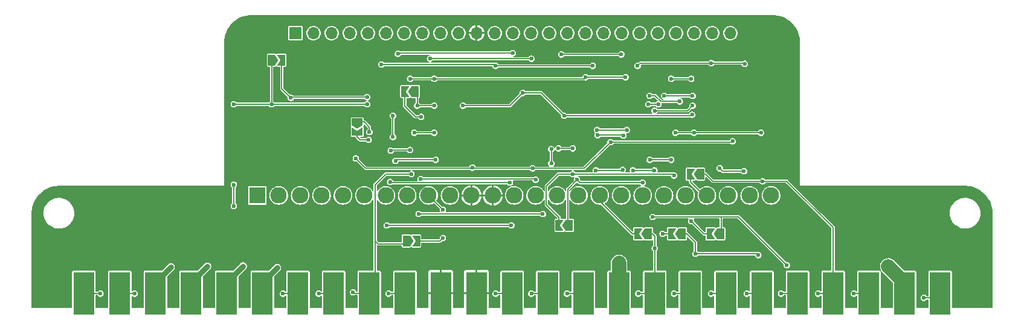
<source format=gbr>
%TF.GenerationSoftware,KiCad,Pcbnew,(6.0.7)*%
%TF.CreationDate,2023-11-11T13:33:03-06:00*%
%TF.ProjectId,Male ECU Connector,4d616c65-2045-4435-9520-436f6e6e6563,rev?*%
%TF.SameCoordinates,Original*%
%TF.FileFunction,Copper,L2,Bot*%
%TF.FilePolarity,Positive*%
%FSLAX46Y46*%
G04 Gerber Fmt 4.6, Leading zero omitted, Abs format (unit mm)*
G04 Created by KiCad (PCBNEW (6.0.7)) date 2023-11-11 13:33:03*
%MOMM*%
%LPD*%
G01*
G04 APERTURE LIST*
G04 Aperture macros list*
%AMFreePoly0*
4,1,6,1.000000,0.000000,0.500000,-0.750000,-0.500000,-0.750000,-0.500000,0.750000,0.500000,0.750000,1.000000,0.000000,1.000000,0.000000,$1*%
%AMFreePoly1*
4,1,6,0.500000,-0.750000,-0.650000,-0.750000,-0.150000,0.000000,-0.650000,0.750000,0.500000,0.750000,0.500000,-0.750000,0.500000,-0.750000,$1*%
G04 Aperture macros list end*
%TA.AperFunction,SMDPad,CuDef*%
%ADD10R,3.000000X6.000000*%
%TD*%
%TA.AperFunction,ComponentPad*%
%ADD11R,1.700000X1.700000*%
%TD*%
%TA.AperFunction,ComponentPad*%
%ADD12O,1.700000X1.700000*%
%TD*%
%TA.AperFunction,ComponentPad*%
%ADD13R,2.300000X2.300000*%
%TD*%
%TA.AperFunction,ComponentPad*%
%ADD14O,2.300000X2.300000*%
%TD*%
%TA.AperFunction,SMDPad,CuDef*%
%ADD15FreePoly0,180.000000*%
%TD*%
%TA.AperFunction,SMDPad,CuDef*%
%ADD16FreePoly1,180.000000*%
%TD*%
%TA.AperFunction,SMDPad,CuDef*%
%ADD17FreePoly0,270.000000*%
%TD*%
%TA.AperFunction,SMDPad,CuDef*%
%ADD18FreePoly1,270.000000*%
%TD*%
%TA.AperFunction,SMDPad,CuDef*%
%ADD19FreePoly0,0.000000*%
%TD*%
%TA.AperFunction,SMDPad,CuDef*%
%ADD20FreePoly1,0.000000*%
%TD*%
%TA.AperFunction,ViaPad*%
%ADD21C,0.600000*%
%TD*%
%TA.AperFunction,ViaPad*%
%ADD22C,0.800000*%
%TD*%
%TA.AperFunction,Conductor*%
%ADD23C,0.152000*%
%TD*%
%TA.AperFunction,Conductor*%
%ADD24C,0.800000*%
%TD*%
%TA.AperFunction,Conductor*%
%ADD25C,2.000000*%
%TD*%
G04 APERTURE END LIST*
D10*
%TO.P,J3,B1,T1_AIR*%
%TO.N,Net-(J1-Pad1)*%
X89500000Y-107750000D03*
%TO.P,J3,B2,TPS_WOT_DIAG_II_IV*%
%TO.N,/TPS_WOT_DIAG_II_IV*%
X94500000Y-107750000D03*
%TO.P,J3,B3,INJI*%
%TO.N,/INJI*%
X99500000Y-107750000D03*
%TO.P,J3,B4,INJIII*%
%TO.N,/INJIII*%
X104500000Y-107750000D03*
%TO.P,J3,B5,INJII*%
%TO.N,/INJII*%
X109500000Y-107750000D03*
%TO.P,J3,B6,INJIV*%
%TO.N,/INJIV*%
X114500000Y-107750000D03*
%TO.P,J3,B7,MPS7*%
%TO.N,Net-(J1-Pad7)*%
X119500000Y-107750000D03*
%TO.P,J3,B8,MPS8*%
%TO.N,Net-(J1-Pad8)*%
X124500000Y-107750000D03*
%TO.P,J3,B9,TPS_ACCEL1*%
%TO.N,/TPS_ACCEL1*%
X129500000Y-107750000D03*
%TO.P,J3,B10,MPS10*%
%TO.N,Net-(J1-Pad10)*%
X134500000Y-107750000D03*
%TO.P,J3,B11,GND*%
%TO.N,/GND*%
X139500000Y-107750000D03*
%TO.P,J3,B12,GND*%
X144500000Y-107750000D03*
%TO.P,J3,B13,PGII*%
%TO.N,/PGII*%
X149500000Y-107750000D03*
%TO.P,J3,B14,PGIV*%
%TO.N,/PGIV*%
X154500000Y-107750000D03*
%TO.P,J3,B15,MPS15*%
%TO.N,Net-(J1-Pad15)*%
X159500000Y-107750000D03*
%TO.P,J3,B16,12V*%
%TO.N,/12V_1*%
X164500000Y-107750000D03*
%TO.P,J3,B17,TPS_IDLE*%
%TO.N,/TPS_IDLE*%
X169500000Y-107750000D03*
%TO.P,J3,B18,START*%
%TO.N,Net-(J1-Pad18)*%
X174500000Y-107750000D03*
%TO.P,J3,B19,FUELPUMP*%
%TO.N,/FUEL_PUMP_RELAY*%
X179500000Y-107750000D03*
%TO.P,J3,B20,TPS_ACCEL2*%
%TO.N,/TPS_ACCEL2*%
X184500000Y-107750000D03*
%TO.P,J3,B21,PGI*%
%TO.N,/PGI*%
X189500000Y-107750000D03*
%TO.P,J3,B22,PGIII*%
%TO.N,/PGIII*%
X194500000Y-107750000D03*
%TO.P,J3,B23,T2_COOLANT*%
%TO.N,Net-(J1-Pad23)*%
X199500000Y-107750000D03*
%TO.P,J3,B24,12V*%
%TO.N,/12V_2*%
X204500000Y-107750000D03*
%TO.P,J3,B25,DIAG_I_III*%
%TO.N,Net-(J1-Pad25)*%
X209500000Y-107750000D03*
%TD*%
D11*
%TO.P,J1,1,Pin_1*%
%TO.N,Net-(J1-Pad1)*%
X119125000Y-71200000D03*
D12*
%TO.P,J1,2,Pin_2*%
%TO.N,/TPS_WOT_DIAG_II_IV*%
X121665000Y-71200000D03*
%TO.P,J1,3,Pin_3*%
%TO.N,/INJI*%
X124205000Y-71200000D03*
%TO.P,J1,4,Pin_4*%
%TO.N,/INJIII*%
X126745000Y-71200000D03*
%TO.P,J1,5,Pin_5*%
%TO.N,/INJII*%
X129285000Y-71200000D03*
%TO.P,J1,6,Pin_6*%
%TO.N,/INJIV*%
X131825000Y-71200000D03*
%TO.P,J1,7,Pin_7*%
%TO.N,Net-(J1-Pad7)*%
X134365000Y-71200000D03*
%TO.P,J1,8,Pin_8*%
%TO.N,Net-(J1-Pad8)*%
X136905000Y-71200000D03*
%TO.P,J1,9,Pin_9*%
%TO.N,/TPS_ACCEL1*%
X139445000Y-71200000D03*
%TO.P,J1,10,Pin_10*%
%TO.N,Net-(J1-Pad10)*%
X141985000Y-71200000D03*
%TO.P,J1,11,Pin_11*%
%TO.N,/GND*%
X144525000Y-71200000D03*
%TO.P,J1,12,Pin_12*%
%TO.N,/TPS_DISABLE*%
X147065000Y-71200000D03*
%TO.P,J1,13,Pin_13*%
%TO.N,/PGII*%
X149605000Y-71200000D03*
%TO.P,J1,14,Pin_14*%
%TO.N,/PGIV*%
X152145000Y-71200000D03*
%TO.P,J1,15,Pin_15*%
%TO.N,Net-(J1-Pad15)*%
X154685000Y-71200000D03*
%TO.P,J1,16,Pin_16*%
%TO.N,/12V_1*%
X157225000Y-71200000D03*
%TO.P,J1,17,Pin_17*%
%TO.N,/TPS_IDLE*%
X159765000Y-71200000D03*
%TO.P,J1,18,Pin_18*%
%TO.N,Net-(J1-Pad18)*%
X162305000Y-71200000D03*
%TO.P,J1,19,Pin_19*%
%TO.N,/FUEL_PUMP_RELAY*%
X164845000Y-71200000D03*
%TO.P,J1,20,Pin_20*%
%TO.N,/TPS_ACCEL2*%
X167385000Y-71200000D03*
%TO.P,J1,21,Pin_21*%
%TO.N,/PGI*%
X169925000Y-71200000D03*
%TO.P,J1,22,Pin_22*%
%TO.N,/PGIII*%
X172465000Y-71200000D03*
%TO.P,J1,23,Pin_23*%
%TO.N,Net-(J1-Pad23)*%
X175005000Y-71200000D03*
%TO.P,J1,24,Pin_24*%
%TO.N,/FUEL_PUMP_PG_DISABLE*%
X177545000Y-71200000D03*
%TO.P,J1,25,Pin_25*%
%TO.N,Net-(J1-Pad25)*%
X180085000Y-71200000D03*
%TD*%
D13*
%TO.P,J2,1,Pin_1*%
%TO.N,Net-(J1-Pad1)*%
X113800000Y-94000000D03*
D14*
%TO.P,J2,2,Pin_2*%
%TO.N,/ECU_TPS_WOT_DIAG_II_IV*%
X116800000Y-94000000D03*
%TO.P,J2,3,Pin_3*%
%TO.N,/INJI*%
X119800000Y-94000000D03*
%TO.P,J2,4,Pin_4*%
%TO.N,/INJIII*%
X122800000Y-94000000D03*
%TO.P,J2,5,Pin_5*%
%TO.N,/INJII*%
X125800000Y-94000000D03*
%TO.P,J2,6,Pin_6*%
%TO.N,/INJIV*%
X128800000Y-94000000D03*
%TO.P,J2,7,Pin_7*%
%TO.N,Net-(J1-Pad7)*%
X131800000Y-94000000D03*
%TO.P,J2,8,Pin_8*%
%TO.N,Net-(J1-Pad8)*%
X134800000Y-94000000D03*
%TO.P,J2,9,Pin_9*%
%TO.N,/ECU_TPS_ACCEL1*%
X137800000Y-94000000D03*
%TO.P,J2,10,Pin_10*%
%TO.N,Net-(J1-Pad10)*%
X140800000Y-94000000D03*
%TO.P,J2,11,Pin_11*%
%TO.N,/GND*%
X143800000Y-94000000D03*
%TO.P,J2,12,Pin_12*%
X146800000Y-94000000D03*
%TO.P,J2,13,Pin_13*%
%TO.N,/ECU_PGII*%
X149800000Y-94000000D03*
%TO.P,J2,14,Pin_14*%
%TO.N,/ECU_PGIV*%
X152800000Y-94000000D03*
%TO.P,J2,15,Pin_15*%
%TO.N,Net-(J1-Pad15)*%
X155800000Y-94000000D03*
%TO.P,J2,16,Pin_16*%
%TO.N,/12V_1*%
X158800000Y-94000000D03*
%TO.P,J2,17,Pin_17*%
%TO.N,/ECU_TPS_IDLE*%
X161800000Y-94000000D03*
%TO.P,J2,18,Pin_18*%
%TO.N,Net-(J1-Pad18)*%
X164800000Y-94000000D03*
%TO.P,J2,19,Pin_19*%
%TO.N,/ECU_FUEL_PUMP_CTRL*%
X167800000Y-94000000D03*
%TO.P,J2,20,Pin_20*%
%TO.N,/ECU_TPS_ACCEL2*%
X170800000Y-94000000D03*
%TO.P,J2,21,Pin_21*%
%TO.N,/ECU_PGI*%
X173800000Y-94000000D03*
%TO.P,J2,22,Pin_22*%
%TO.N,/ECU_PGIII*%
X176800000Y-94000000D03*
%TO.P,J2,23,Pin_23*%
%TO.N,Net-(J1-Pad23)*%
X179800000Y-94000000D03*
%TO.P,J2,24,Pin_24*%
%TO.N,/12V_2*%
X182800000Y-94000000D03*
%TO.P,J2,25,Pin_25*%
%TO.N,Net-(J1-Pad25)*%
X185800000Y-94000000D03*
%TD*%
D15*
%TO.P,JP7,1,A*%
%TO.N,/TPS_ACCEL2*%
X173325000Y-99400000D03*
D16*
%TO.P,JP7,2,B*%
%TO.N,/ECU_TPS_ACCEL2*%
X171875000Y-99400000D03*
%TD*%
D17*
%TO.P,JP8,1,A*%
%TO.N,/PGII*%
X127800000Y-83675000D03*
D18*
%TO.P,JP8,2,B*%
%TO.N,/ECU_PGII*%
X127800000Y-85125000D03*
%TD*%
D19*
%TO.P,JP5,1,A*%
%TO.N,/TPS_ACCEL1*%
X134675000Y-100400000D03*
D20*
%TO.P,JP5,2,B*%
%TO.N,/ECU_TPS_ACCEL1*%
X136125000Y-100400000D03*
%TD*%
D15*
%TO.P,JP2,1,A*%
%TO.N,/PGI*%
X178725000Y-99400000D03*
D16*
%TO.P,JP2,2,B*%
%TO.N,/ECU_PGI*%
X177275000Y-99400000D03*
%TD*%
D19*
%TO.P,JP4,1,A*%
%TO.N,/TPS_WOT_DIAG_II_IV*%
X115775000Y-75000000D03*
D20*
%TO.P,JP4,2,B*%
%TO.N,/ECU_TPS_WOT_DIAG_II_IV*%
X117225000Y-75000000D03*
%TD*%
D15*
%TO.P,JP9,1,A*%
%TO.N,/PGIV*%
X135925000Y-79400000D03*
D16*
%TO.P,JP9,2,B*%
%TO.N,/ECU_PGIV*%
X134475000Y-79400000D03*
%TD*%
D15*
%TO.P,JP6,1,A*%
%TO.N,/TPS_IDLE*%
X168600000Y-99400000D03*
D16*
%TO.P,JP6,2,B*%
%TO.N,/ECU_TPS_IDLE*%
X167150000Y-99400000D03*
%TD*%
D15*
%TO.P,JP3,1,A*%
%TO.N,/PGIII*%
X175925000Y-91000000D03*
D16*
%TO.P,JP3,2,B*%
%TO.N,/ECU_PGIII*%
X174475000Y-91000000D03*
%TD*%
D15*
%TO.P,JP1,1,A*%
%TO.N,/ECU_FUEL_PUMP_CTRL*%
X157525000Y-98200000D03*
D16*
%TO.P,JP1,2,B*%
%TO.N,/FUEL_PUMP_RELAY*%
X156075000Y-98200000D03*
%TD*%
D21*
%TO.N,/GND*%
X211682500Y-106500000D03*
X211682500Y-101500000D03*
X206682500Y-101500000D03*
X206682500Y-96500000D03*
X201682500Y-96500000D03*
X196682500Y-96500000D03*
X186682500Y-106500000D03*
X186682500Y-86500000D03*
X186682500Y-81500000D03*
X186682500Y-76500000D03*
X186682500Y-71500000D03*
X181682500Y-106500000D03*
X181682500Y-101500000D03*
X181682500Y-71500000D03*
X176682500Y-106500000D03*
X176682500Y-101500000D03*
X176682500Y-76500000D03*
X171682500Y-101500000D03*
X171682500Y-76500000D03*
X166682500Y-106500000D03*
X166682500Y-101500000D03*
X161682500Y-106500000D03*
X161682500Y-101500000D03*
X156682500Y-106500000D03*
X156682500Y-101500000D03*
X156682500Y-96500000D03*
X156682500Y-81500000D03*
X156682500Y-76500000D03*
X151682500Y-106500000D03*
X151682500Y-101500000D03*
X151682500Y-76500000D03*
X146682500Y-106500000D03*
X146682500Y-101500000D03*
X146682500Y-86500000D03*
X141682500Y-106500000D03*
X141682500Y-101500000D03*
X141682500Y-76500000D03*
X136682500Y-106500000D03*
X136682500Y-76500000D03*
X131682500Y-106500000D03*
X131682500Y-96500000D03*
X126682500Y-101500000D03*
X121682500Y-106500000D03*
X116682500Y-106500000D03*
X116682500Y-76500000D03*
X116682500Y-71500000D03*
X111682500Y-106500000D03*
X111682500Y-101500000D03*
X111682500Y-96500000D03*
X111682500Y-91500000D03*
X111682500Y-86500000D03*
X111682500Y-76500000D03*
X111682500Y-71500000D03*
X106682500Y-106500000D03*
X106682500Y-101500000D03*
X106682500Y-96500000D03*
X101682500Y-106500000D03*
X101682500Y-101500000D03*
X96682500Y-106500000D03*
X96682500Y-96500000D03*
X91682500Y-101500000D03*
X91682500Y-96500000D03*
X86682500Y-106500000D03*
X86682500Y-101500000D03*
X174500000Y-96100000D03*
%TO.N,/FUEL_PUMP_PG_DISABLE*%
X182100000Y-75500000D03*
%TO.N,Net-(J1-Pad1)*%
X91800000Y-107800000D03*
%TO.N,+5V*%
X163300000Y-86500000D03*
X127600000Y-88800000D03*
X180400000Y-86400000D03*
X152400000Y-90200000D03*
X143944954Y-90109048D03*
%TO.N,Net-(J1-Pad7)*%
X117400000Y-107800000D03*
%TO.N,Net-(J1-Pad8)*%
X122400000Y-107800000D03*
%TO.N,/TPS_WOT_DIAG_II_IV*%
X96600000Y-107800000D03*
X115800000Y-81200000D03*
X110500000Y-92500000D03*
X110500000Y-95500000D03*
X110500000Y-81200000D03*
X129200000Y-81200000D03*
%TO.N,Net-(J1-Pad10)*%
X132200000Y-107800000D03*
%TO.N,/TPS_ACCEL1*%
X127200000Y-107600000D03*
X135400000Y-91000000D03*
X138600000Y-85200000D03*
X135800000Y-85200000D03*
%TO.N,/TPS_DISABLE*%
X131200000Y-75600000D03*
X165000000Y-90400000D03*
X147200000Y-75800000D03*
X174600000Y-77600000D03*
X132800000Y-85800000D03*
X138800000Y-89000000D03*
X171800000Y-77600000D03*
X168800000Y-89000000D03*
X160800000Y-75800000D03*
X171800000Y-89000000D03*
X133154880Y-89133830D03*
X161240027Y-90472500D03*
X132800000Y-82800000D03*
%TO.N,/PGII*%
X149400000Y-98200000D03*
X129500000Y-85100000D03*
X133500000Y-74100000D03*
X131927500Y-98200000D03*
X149600000Y-74000000D03*
X147200000Y-107800000D03*
%TO.N,Net-(J1-Pad15)*%
X155000000Y-87500000D03*
X157200000Y-107800000D03*
X155000000Y-89500000D03*
%TO.N,/PGIV*%
X152200000Y-74800000D03*
X152200000Y-107800000D03*
X136200000Y-81400000D03*
X138600000Y-81400000D03*
X153800000Y-96600000D03*
X138000000Y-74800000D03*
X136400000Y-96600000D03*
%TO.N,Net-(J1-Pad18)*%
X172200000Y-107800000D03*
%TO.N,/FUEL_PUMP_RELAY*%
X156400000Y-74200000D03*
X172200000Y-91200000D03*
X156000000Y-87400000D03*
X158000000Y-87400000D03*
X158000000Y-91000000D03*
X164800000Y-74200000D03*
X177400000Y-107800000D03*
%TO.N,/TPS_IDLE*%
X169440027Y-90472500D03*
X161400000Y-84800000D03*
X166440027Y-90472500D03*
X167200000Y-107800000D03*
X169500000Y-101400000D03*
X165600000Y-84800000D03*
%TO.N,/TPS_ACCEL2*%
X174800000Y-81400000D03*
X175200000Y-102200000D03*
X184000000Y-102400000D03*
X182400000Y-107800000D03*
X169472500Y-82100525D03*
%TO.N,/PGI*%
X188000000Y-103800000D03*
X170000000Y-81200000D03*
X169200000Y-97000000D03*
X168600000Y-81200000D03*
X187200000Y-107800000D03*
%TO.N,Net-(J1-Pad23)*%
X197400000Y-107800000D03*
%TO.N,/INJIV*%
X116575000Y-104175000D03*
%TO.N,/INJII*%
X111800000Y-103950000D03*
%TO.N,/INJIII*%
X106775000Y-103975000D03*
%TO.N,/INJI*%
X101675000Y-104075000D03*
%TO.N,/GND*%
X120702102Y-103302102D03*
X197000000Y-106600000D03*
X111800000Y-108200000D03*
X172000000Y-103200000D03*
X140000000Y-91000000D03*
X156800000Y-92200000D03*
X167000000Y-102800000D03*
X127800000Y-76200000D03*
X107400000Y-100400000D03*
X127400000Y-102600000D03*
X176200000Y-97600000D03*
X202000000Y-106400000D03*
X171800000Y-106600000D03*
X135200000Y-88400000D03*
X146200000Y-91000000D03*
X136189804Y-92789804D03*
X192200000Y-106200000D03*
X155472999Y-95727001D03*
X116600000Y-77800000D03*
X127000000Y-106200000D03*
X92200000Y-106400000D03*
X161600000Y-103200000D03*
X119200000Y-87200000D03*
X206800000Y-106600000D03*
%TO.N,/12V_1*%
X151000000Y-79600000D03*
X174727500Y-82672999D03*
D22*
X164500000Y-103500000D03*
D21*
X142600000Y-81400000D03*
X156800000Y-82800000D03*
%TO.N,Net-(J1-Pad25)*%
X207200000Y-108400000D03*
%TO.N,/PGIII*%
X184400000Y-85200000D03*
X175000000Y-85200000D03*
X192400000Y-107800000D03*
X184600000Y-92000000D03*
X172400000Y-85200000D03*
%TO.N,/ECU_FUEL_PUMP_CTRL*%
X167800000Y-92200000D03*
X158600000Y-91800000D03*
%TO.N,/FUEL_PUMP_PG_DISABLE*%
X178600000Y-90200000D03*
X159800000Y-77400000D03*
X165400000Y-77400000D03*
X135200000Y-77600000D03*
X167100000Y-75800000D03*
X132500000Y-87700000D03*
X135200000Y-87600000D03*
X182000000Y-90600000D03*
X138600000Y-77600000D03*
X177400000Y-75400000D03*
%TO.N,/ECU_TPS_WOT_DIAG_II_IV*%
X118500000Y-80300000D03*
X129200000Y-80200000D03*
%TO.N,/ECU_TPS_ACCEL1*%
X139800000Y-96000000D03*
X139800000Y-100000000D03*
%TO.N,/ECU_PGII*%
X129400000Y-86200000D03*
X149200000Y-92200000D03*
X132418501Y-92096662D03*
%TO.N,/ECU_PGIV*%
X136672500Y-91690083D03*
X152800000Y-91800000D03*
X136751532Y-82951532D03*
%TO.N,/ECU_TPS_IDLE*%
X165100000Y-85600000D03*
X161490151Y-85546075D03*
%TO.N,/ECU_TPS_ACCEL2*%
X170600000Y-99400000D03*
X170800000Y-80000000D03*
X174800000Y-80000000D03*
%TO.N,/ECU_PGI*%
X168772500Y-80000000D03*
X173000000Y-80800000D03*
X174600000Y-97600000D03*
D22*
%TO.N,/12V_2*%
X202225000Y-103975000D03*
%TD*%
D23*
%TO.N,/ECU_FUEL_PUMP_CTRL*%
X159000000Y-92200000D02*
X167800000Y-92200000D01*
X158600000Y-91800000D02*
X159000000Y-92200000D01*
%TO.N,/PGIII*%
X176600000Y-91000000D02*
X175925000Y-91000000D01*
X177600000Y-92000000D02*
X176600000Y-91000000D01*
X184600000Y-92000000D02*
X177600000Y-92000000D01*
%TO.N,/ECU_PGIII*%
X174475000Y-92075000D02*
X174475000Y-91000000D01*
X176400000Y-94000000D02*
X174475000Y-92075000D01*
X176800000Y-94000000D02*
X176400000Y-94000000D01*
%TO.N,/TPS_ACCEL2*%
X174000000Y-99400000D02*
X173325000Y-99400000D01*
X175200000Y-100600000D02*
X174000000Y-99400000D01*
X175200000Y-102200000D02*
X175200000Y-100600000D01*
%TO.N,/TPS_IDLE*%
X169500000Y-99700000D02*
X169500000Y-101400000D01*
X169200000Y-99400000D02*
X169500000Y-99700000D01*
X168600000Y-99400000D02*
X169200000Y-99400000D01*
X169500000Y-107750000D02*
X169500000Y-101400000D01*
%TO.N,/ECU_TPS_IDLE*%
X166400000Y-99400000D02*
X167150000Y-99400000D01*
X161800000Y-94800000D02*
X166400000Y-99400000D01*
X161800000Y-94000000D02*
X161800000Y-94800000D01*
%TO.N,/FUEL_PUMP_RELAY*%
X156075000Y-97075000D02*
X156075000Y-98200000D01*
X154300000Y-95300000D02*
X156075000Y-97075000D01*
X154300000Y-92700000D02*
X154300000Y-95300000D01*
X156000000Y-91000000D02*
X154300000Y-92700000D01*
X158000000Y-91000000D02*
X156000000Y-91000000D01*
%TO.N,/TPS_ACCEL1*%
X131800000Y-91000000D02*
X135400000Y-91000000D01*
X130300000Y-92500000D02*
X131800000Y-91000000D01*
X134275000Y-100800000D02*
X130700000Y-100800000D01*
X130700000Y-100800000D02*
X130300000Y-100400000D01*
X134675000Y-100400000D02*
X134275000Y-100800000D01*
X130300000Y-100400000D02*
X130300000Y-92500000D01*
X130300000Y-106950000D02*
X129500000Y-107750000D01*
X130300000Y-100200000D02*
X130300000Y-106950000D01*
%TO.N,/PGII*%
X129500000Y-84400000D02*
X129500000Y-85100000D01*
X128775000Y-83675000D02*
X129500000Y-84400000D01*
X127800000Y-83675000D02*
X128775000Y-83675000D01*
%TO.N,/ECU_PGII*%
X128200000Y-86200000D02*
X127800000Y-85800000D01*
X129400000Y-86200000D02*
X128200000Y-86200000D01*
X127800000Y-85800000D02*
X127800000Y-85125000D01*
%TO.N,/ECU_PGIV*%
X135951532Y-82951532D02*
X136751532Y-82951532D01*
X134475000Y-81475000D02*
X135951532Y-82951532D01*
X134475000Y-79400000D02*
X134475000Y-81475000D01*
%TO.N,/ECU_PGI*%
X169545998Y-80000000D02*
X168772500Y-80000000D01*
X173000000Y-80800000D02*
X170345998Y-80800000D01*
X170345998Y-80800000D02*
X169545998Y-80000000D01*
%TO.N,/FUEL_PUMP_PG_DISABLE*%
X167500000Y-75400000D02*
X167100000Y-75800000D01*
X177400000Y-75400000D02*
X167500000Y-75400000D01*
X182000000Y-75400000D02*
X182100000Y-75500000D01*
X177400000Y-75400000D02*
X182000000Y-75400000D01*
%TO.N,/ECU_FUEL_PUMP_CTRL*%
X157300000Y-97975000D02*
X157525000Y-98200000D01*
X157300000Y-93100000D02*
X157300000Y-97975000D01*
X158600000Y-91800000D02*
X157300000Y-93100000D01*
%TO.N,/ECU_TPS_IDLE*%
X165046075Y-85546075D02*
X165100000Y-85600000D01*
X161490151Y-85546075D02*
X165046075Y-85546075D01*
%TO.N,+5V*%
X180300000Y-86500000D02*
X163300000Y-86500000D01*
X180400000Y-86400000D02*
X180300000Y-86500000D01*
X159600000Y-90200000D02*
X163300000Y-86500000D01*
X152400000Y-90200000D02*
X159600000Y-90200000D01*
%TO.N,/TPS_DISABLE*%
X164927500Y-90472500D02*
X165000000Y-90400000D01*
X161240027Y-90472500D02*
X164927500Y-90472500D01*
%TO.N,/PGIII*%
X175000000Y-85200000D02*
X184400000Y-85200000D01*
%TO.N,/FUEL_PUMP_PG_DISABLE*%
X159600000Y-77600000D02*
X159800000Y-77400000D01*
X138600000Y-77600000D02*
X159600000Y-77600000D01*
X165400000Y-77400000D02*
X159800000Y-77400000D01*
%TO.N,/ECU_TPS_WOT_DIAG_II_IV*%
X117225000Y-79025000D02*
X118500000Y-80300000D01*
X129200000Y-80200000D02*
X118600000Y-80200000D01*
X117225000Y-75000000D02*
X117225000Y-79025000D01*
X118600000Y-80200000D02*
X118500000Y-80300000D01*
%TO.N,/PGIV*%
X152200000Y-74800000D02*
X138000000Y-74800000D01*
%TO.N,/PGII*%
X133600000Y-74000000D02*
X133500000Y-74100000D01*
X149600000Y-74000000D02*
X133600000Y-74000000D01*
%TO.N,/ECU_PGII*%
X149182417Y-92217583D02*
X132539422Y-92217583D01*
X132539422Y-92217583D02*
X132418501Y-92096662D01*
X149200000Y-92200000D02*
X149182417Y-92217583D01*
%TO.N,/FUEL_PUMP_PG_DISABLE*%
X132600000Y-87600000D02*
X132500000Y-87700000D01*
X135200000Y-87600000D02*
X132600000Y-87600000D01*
%TO.N,/TPS_WOT_DIAG_II_IV*%
X115800000Y-81200000D02*
X110500000Y-81200000D01*
%TO.N,/ECU_TPS_ACCEL1*%
X139400000Y-100400000D02*
X139800000Y-100000000D01*
X136125000Y-100400000D02*
X139400000Y-100400000D01*
%TO.N,Net-(J1-Pad1)*%
X89500000Y-107750000D02*
X91750000Y-107750000D01*
X91750000Y-107750000D02*
X91800000Y-107800000D01*
%TO.N,+5V*%
X129000000Y-90200000D02*
X143854002Y-90200000D01*
X152400000Y-90200000D02*
X144035906Y-90200000D01*
X143854002Y-90200000D02*
X143944954Y-90109048D01*
X127600000Y-88800000D02*
X129000000Y-90200000D01*
X144035906Y-90200000D02*
X143944954Y-90109048D01*
%TO.N,Net-(J1-Pad7)*%
X117400000Y-107800000D02*
X117450000Y-107750000D01*
X117450000Y-107750000D02*
X119500000Y-107750000D01*
%TO.N,Net-(J1-Pad8)*%
X122450000Y-107750000D02*
X122400000Y-107800000D01*
X124500000Y-107750000D02*
X122450000Y-107750000D01*
%TO.N,/TPS_WOT_DIAG_II_IV*%
X115800000Y-81200000D02*
X115800000Y-75025000D01*
X96600000Y-107800000D02*
X96550000Y-107750000D01*
X115800000Y-75025000D02*
X115775000Y-75000000D01*
X110500000Y-95500000D02*
X110500000Y-92500000D01*
X96550000Y-107750000D02*
X94500000Y-107750000D01*
X115800000Y-81200000D02*
X129200000Y-81200000D01*
%TO.N,Net-(J1-Pad10)*%
X134500000Y-107750000D02*
X132250000Y-107750000D01*
X132250000Y-107750000D02*
X132200000Y-107800000D01*
%TO.N,/TPS_ACCEL1*%
X127200000Y-107600000D02*
X127350000Y-107750000D01*
X127350000Y-107750000D02*
X129500000Y-107750000D01*
X135800000Y-85200000D02*
X138600000Y-85200000D01*
%TO.N,/TPS_DISABLE*%
X138800000Y-89000000D02*
X133288710Y-89000000D01*
X147200000Y-75800000D02*
X160800000Y-75800000D01*
X133288710Y-89000000D02*
X133154880Y-89133830D01*
X131200000Y-75600000D02*
X147000000Y-75600000D01*
X171800000Y-77600000D02*
X174600000Y-77600000D01*
X132800000Y-82800000D02*
X132800000Y-85800000D01*
X168800000Y-89000000D02*
X171800000Y-89000000D01*
X147000000Y-75600000D02*
X147200000Y-75800000D01*
%TO.N,/PGII*%
X149400000Y-98200000D02*
X131927500Y-98200000D01*
X147200000Y-107800000D02*
X147250000Y-107750000D01*
X147250000Y-107750000D02*
X149500000Y-107750000D01*
%TO.N,Net-(J1-Pad15)*%
X157200000Y-107800000D02*
X157250000Y-107750000D01*
X157250000Y-107750000D02*
X159500000Y-107750000D01*
X155000000Y-89500000D02*
X155000000Y-87500000D01*
%TO.N,/PGIV*%
X136400000Y-96600000D02*
X153800000Y-96600000D01*
X152250000Y-107750000D02*
X152200000Y-107800000D01*
X136200000Y-79675000D02*
X135925000Y-79400000D01*
X136200000Y-81400000D02*
X136200000Y-79675000D01*
X154500000Y-107750000D02*
X152250000Y-107750000D01*
X136200000Y-81400000D02*
X138600000Y-81400000D01*
%TO.N,Net-(J1-Pad18)*%
X172200000Y-107800000D02*
X172250000Y-107750000D01*
X172250000Y-107750000D02*
X174500000Y-107750000D01*
%TO.N,/FUEL_PUMP_RELAY*%
X156000000Y-87400000D02*
X158000000Y-87400000D01*
X158000000Y-91000000D02*
X172000000Y-91000000D01*
X177450000Y-107750000D02*
X177400000Y-107800000D01*
X164800000Y-74200000D02*
X156400000Y-74200000D01*
X179500000Y-107750000D02*
X177450000Y-107750000D01*
X172000000Y-91000000D02*
X172200000Y-91200000D01*
%TO.N,/TPS_IDLE*%
X167250000Y-107750000D02*
X167200000Y-107800000D01*
X166440027Y-90472500D02*
X169440027Y-90472500D01*
X169500000Y-107750000D02*
X167250000Y-107750000D01*
X161400000Y-84800000D02*
X165600000Y-84800000D01*
%TO.N,/TPS_ACCEL2*%
X174800000Y-81400000D02*
X174099475Y-82100525D01*
X182450000Y-107750000D02*
X184500000Y-107750000D01*
X175200000Y-102200000D02*
X183800000Y-102200000D01*
X182400000Y-107800000D02*
X182450000Y-107750000D01*
X174099475Y-82100525D02*
X169472500Y-82100525D01*
X183800000Y-102200000D02*
X184000000Y-102400000D01*
%TO.N,/PGI*%
X178725000Y-99400000D02*
X178800000Y-99325000D01*
X189500000Y-107750000D02*
X187250000Y-107750000D01*
X169200000Y-97000000D02*
X178800000Y-97000000D01*
X178800000Y-99325000D02*
X178800000Y-97000000D01*
X187250000Y-107750000D02*
X187200000Y-107800000D01*
X178800000Y-97000000D02*
X181200000Y-97000000D01*
X170000000Y-81200000D02*
X168600000Y-81200000D01*
X181200000Y-97000000D02*
X188000000Y-103800000D01*
%TO.N,Net-(J1-Pad23)*%
X197450000Y-107750000D02*
X197400000Y-107800000D01*
X199500000Y-107750000D02*
X197450000Y-107750000D01*
D24*
%TO.N,/INJIV*%
X114500000Y-107750000D02*
X114500000Y-106250000D01*
X114500000Y-106250000D02*
X116575000Y-104175000D01*
%TO.N,/INJII*%
X109500000Y-107750000D02*
X109500000Y-106250000D01*
X109500000Y-106250000D02*
X111800000Y-103950000D01*
%TO.N,/INJIII*%
X104500000Y-107750000D02*
X104500000Y-106250000D01*
X104500000Y-106250000D02*
X106775000Y-103975000D01*
%TO.N,/INJI*%
X99500000Y-107750000D02*
X99500000Y-106250000D01*
X99500000Y-106250000D02*
X101675000Y-104075000D01*
D23*
%TO.N,/12V_1*%
X174600499Y-82800000D02*
X174727500Y-82672999D01*
X153600000Y-79600000D02*
X151000000Y-79600000D01*
D25*
X164500000Y-107750000D02*
X164500000Y-103500000D01*
D23*
X156800000Y-82800000D02*
X174600499Y-82800000D01*
X149200000Y-81400000D02*
X151000000Y-79600000D01*
X142600000Y-81400000D02*
X149200000Y-81400000D01*
X156800000Y-82800000D02*
X153600000Y-79600000D01*
%TO.N,Net-(J1-Pad25)*%
X208850000Y-108400000D02*
X209500000Y-107750000D01*
X207200000Y-108400000D02*
X208850000Y-108400000D01*
%TO.N,/PGIII*%
X172400000Y-85200000D02*
X175000000Y-85200000D01*
X194500000Y-98500000D02*
X194500000Y-107750000D01*
X192400000Y-107800000D02*
X192450000Y-107750000D01*
X192450000Y-107750000D02*
X194500000Y-107750000D01*
X188000000Y-92000000D02*
X194500000Y-98500000D01*
X184600000Y-92000000D02*
X188000000Y-92000000D01*
%TO.N,/FUEL_PUMP_PG_DISABLE*%
X135200000Y-77600000D02*
X138600000Y-77600000D01*
X179000000Y-90600000D02*
X178600000Y-90200000D01*
X182000000Y-90600000D02*
X179000000Y-90600000D01*
%TO.N,/ECU_TPS_ACCEL1*%
X139800000Y-96000000D02*
X137800000Y-94000000D01*
%TO.N,/ECU_PGIV*%
X136690083Y-91672500D02*
X136672500Y-91690083D01*
X152672500Y-91672500D02*
X136690083Y-91672500D01*
X152800000Y-91800000D02*
X152672500Y-91672500D01*
%TO.N,/ECU_TPS_ACCEL2*%
X170800000Y-80000000D02*
X174800000Y-80000000D01*
X170600000Y-99400000D02*
X171875000Y-99400000D01*
%TO.N,/ECU_PGI*%
X177275000Y-99400000D02*
X176400000Y-99400000D01*
X176400000Y-99400000D02*
X174600000Y-97600000D01*
D25*
%TO.N,/12V_2*%
X204500000Y-106250000D02*
X202225000Y-103975000D01*
X204500000Y-107750000D02*
X204500000Y-106250000D01*
%TD*%
%TA.AperFunction,Conductor*%
%TO.N,/GND*%
G36*
X185989461Y-68655056D02*
G01*
X186000000Y-68657880D01*
X186009537Y-68655325D01*
X186015458Y-68655325D01*
X186028705Y-68653911D01*
X186179026Y-68661295D01*
X186373455Y-68670847D01*
X186380762Y-68671567D01*
X186614983Y-68706311D01*
X186746968Y-68725889D01*
X186754186Y-68727325D01*
X187113288Y-68817275D01*
X187120332Y-68819411D01*
X187468909Y-68944133D01*
X187475709Y-68946950D01*
X187810364Y-69105231D01*
X187816855Y-69108700D01*
X188134399Y-69299029D01*
X188140518Y-69303118D01*
X188437870Y-69523648D01*
X188443560Y-69528318D01*
X188717863Y-69776933D01*
X188723067Y-69782137D01*
X188971682Y-70056440D01*
X188976350Y-70062127D01*
X189073169Y-70192674D01*
X189196882Y-70359482D01*
X189200971Y-70365601D01*
X189391300Y-70683145D01*
X189394769Y-70689636D01*
X189553050Y-71024291D01*
X189555867Y-71031091D01*
X189680589Y-71379668D01*
X189682725Y-71386712D01*
X189772675Y-71745814D01*
X189774111Y-71753032D01*
X189793689Y-71885017D01*
X189827291Y-72111535D01*
X189828432Y-72119229D01*
X189829153Y-72126545D01*
X189837486Y-72296162D01*
X189846089Y-72471295D01*
X189844675Y-72484542D01*
X189844675Y-72490463D01*
X189842120Y-72500000D01*
X189844676Y-72509538D01*
X189844944Y-72510539D01*
X189847500Y-72529951D01*
X189847500Y-92470049D01*
X189844944Y-92489461D01*
X189842120Y-92500000D01*
X189844676Y-92509539D01*
X189847500Y-92520078D01*
X189857505Y-92557416D01*
X189863272Y-92578940D01*
X189921060Y-92636728D01*
X189930597Y-92639283D01*
X189930598Y-92639284D01*
X189990461Y-92655324D01*
X190000000Y-92657880D01*
X190010539Y-92655056D01*
X190029951Y-92652500D01*
X212970049Y-92652500D01*
X212989461Y-92655056D01*
X213000000Y-92657880D01*
X213009537Y-92655325D01*
X213015458Y-92655325D01*
X213028705Y-92653911D01*
X213179026Y-92661295D01*
X213373455Y-92670847D01*
X213380762Y-92671567D01*
X213579533Y-92701052D01*
X213746968Y-92725889D01*
X213754186Y-92727325D01*
X214113288Y-92817275D01*
X214120332Y-92819411D01*
X214468909Y-92944133D01*
X214475709Y-92946950D01*
X214810364Y-93105231D01*
X214816855Y-93108700D01*
X215134399Y-93299029D01*
X215140518Y-93303118D01*
X215437870Y-93523648D01*
X215443560Y-93528318D01*
X215717863Y-93776933D01*
X215723067Y-93782137D01*
X215802988Y-93870316D01*
X215920528Y-94000000D01*
X215971682Y-94056440D01*
X215976350Y-94062127D01*
X216027198Y-94130688D01*
X216196882Y-94359482D01*
X216200971Y-94365601D01*
X216391300Y-94683145D01*
X216394769Y-94689636D01*
X216553050Y-95024291D01*
X216555867Y-95031091D01*
X216680589Y-95379668D01*
X216682725Y-95386712D01*
X216772675Y-95745814D01*
X216774111Y-95753032D01*
X216786523Y-95836705D01*
X216812827Y-96014028D01*
X216828432Y-96119229D01*
X216829153Y-96126545D01*
X216837499Y-96296432D01*
X216846089Y-96471295D01*
X216844675Y-96484542D01*
X216844675Y-96490463D01*
X216842120Y-96500000D01*
X216844676Y-96509538D01*
X216844944Y-96510539D01*
X216847500Y-96529951D01*
X216847500Y-109772500D01*
X216829953Y-109820709D01*
X216785524Y-109846361D01*
X216772500Y-109847500D01*
X211227500Y-109847500D01*
X211179291Y-109829953D01*
X211153639Y-109785524D01*
X211152500Y-109772500D01*
X211152500Y-104734978D01*
X211143652Y-104690497D01*
X211109947Y-104640053D01*
X211101315Y-104634285D01*
X211095849Y-104630633D01*
X211059503Y-104606348D01*
X211052261Y-104604907D01*
X211052260Y-104604907D01*
X211029345Y-104600349D01*
X211015022Y-104597500D01*
X207984978Y-104597500D01*
X207970655Y-104600349D01*
X207947740Y-104604907D01*
X207947739Y-104604907D01*
X207940497Y-104606348D01*
X207904151Y-104630633D01*
X207898686Y-104634285D01*
X207890053Y-104640053D01*
X207856348Y-104690497D01*
X207847500Y-104734978D01*
X207847500Y-108096500D01*
X207829953Y-108144709D01*
X207785524Y-108170361D01*
X207772500Y-108171500D01*
X207634845Y-108171500D01*
X207586636Y-108153953D01*
X207578028Y-108145457D01*
X207577641Y-108145008D01*
X207500521Y-108055506D01*
X207496036Y-108052599D01*
X207496035Y-108052598D01*
X207396239Y-107987914D01*
X207391754Y-107985007D01*
X207386633Y-107983475D01*
X207386632Y-107983475D01*
X207356488Y-107974460D01*
X207267572Y-107947868D01*
X207262232Y-107947835D01*
X207262229Y-107947835D01*
X207204115Y-107947481D01*
X207137957Y-107947077D01*
X207132826Y-107948543D01*
X207132822Y-107948544D01*
X207067607Y-107967183D01*
X207013331Y-107982695D01*
X206959339Y-108016761D01*
X206913521Y-108045670D01*
X206903710Y-108051860D01*
X206900172Y-108055866D01*
X206900171Y-108055867D01*
X206860948Y-108100279D01*
X206817908Y-108149013D01*
X206815639Y-108153845D01*
X206815638Y-108153847D01*
X206770645Y-108249678D01*
X206762822Y-108266341D01*
X206742881Y-108394415D01*
X206759687Y-108522938D01*
X206811890Y-108641577D01*
X206815329Y-108645668D01*
X206815330Y-108645670D01*
X206891853Y-108736705D01*
X206895293Y-108740797D01*
X207003191Y-108812620D01*
X207126910Y-108851272D01*
X207256505Y-108853648D01*
X207261658Y-108852243D01*
X207261659Y-108852243D01*
X207376407Y-108820958D01*
X207376406Y-108820958D01*
X207381557Y-108819554D01*
X207492015Y-108751733D01*
X207578997Y-108655637D01*
X207580440Y-108656943D01*
X207615599Y-108631404D01*
X207636266Y-108628500D01*
X207772500Y-108628500D01*
X207820709Y-108646047D01*
X207846361Y-108690476D01*
X207847500Y-108703500D01*
X207847500Y-109772500D01*
X207829953Y-109820709D01*
X207785524Y-109846361D01*
X207772500Y-109847500D01*
X206227500Y-109847500D01*
X206179291Y-109829953D01*
X206153639Y-109785524D01*
X206152500Y-109772500D01*
X206152500Y-104734978D01*
X206143652Y-104690497D01*
X206109947Y-104640053D01*
X206101315Y-104634285D01*
X206095849Y-104630633D01*
X206059503Y-104606348D01*
X206052261Y-104604907D01*
X206052260Y-104604907D01*
X206029345Y-104600349D01*
X206015022Y-104597500D01*
X204508447Y-104597500D01*
X204460238Y-104579953D01*
X204455414Y-104575533D01*
X203001948Y-103122067D01*
X202880580Y-103021126D01*
X202877585Y-103019449D01*
X202877581Y-103019446D01*
X202698772Y-102919308D01*
X202698767Y-102919306D01*
X202695773Y-102917629D01*
X202495198Y-102849543D01*
X202285575Y-102819149D01*
X202073924Y-102827465D01*
X202070571Y-102828224D01*
X202070569Y-102828224D01*
X201870681Y-102873454D01*
X201870679Y-102873455D01*
X201867332Y-102874212D01*
X201864178Y-102875567D01*
X201864175Y-102875568D01*
X201766277Y-102917629D01*
X201672719Y-102957825D01*
X201496602Y-103075503D01*
X201344878Y-103223304D01*
X201342896Y-103226109D01*
X201342893Y-103226112D01*
X201268820Y-103330924D01*
X201222630Y-103396282D01*
X201133952Y-103588639D01*
X201133105Y-103591974D01*
X201133104Y-103591977D01*
X201086397Y-103775886D01*
X201081813Y-103793937D01*
X201067960Y-104005298D01*
X201068364Y-104008711D01*
X201092148Y-104209660D01*
X201092856Y-104215645D01*
X201155668Y-104417932D01*
X201219294Y-104538865D01*
X201225081Y-104549864D01*
X201231999Y-104600698D01*
X201226098Y-104610050D01*
X201242283Y-104609697D01*
X201277075Y-104634285D01*
X201361512Y-104741393D01*
X201363073Y-104742954D01*
X202825533Y-106205415D01*
X202847215Y-106251911D01*
X202847500Y-106258448D01*
X202847500Y-109772500D01*
X202829953Y-109820709D01*
X202785524Y-109846361D01*
X202772500Y-109847500D01*
X201227500Y-109847500D01*
X201179291Y-109829953D01*
X201153639Y-109785524D01*
X201152500Y-109772500D01*
X201152500Y-104734978D01*
X201144617Y-104695349D01*
X201150457Y-104657406D01*
X201110136Y-104639770D01*
X201109947Y-104640053D01*
X201108361Y-104638993D01*
X201108360Y-104638992D01*
X201101315Y-104634285D01*
X201095849Y-104630633D01*
X201059503Y-104606348D01*
X201052261Y-104604907D01*
X201052260Y-104604907D01*
X201029345Y-104600349D01*
X201015022Y-104597500D01*
X197984978Y-104597500D01*
X197970655Y-104600349D01*
X197947740Y-104604907D01*
X197947739Y-104604907D01*
X197940497Y-104606348D01*
X197904151Y-104630633D01*
X197898686Y-104634285D01*
X197890053Y-104640053D01*
X197856348Y-104690497D01*
X197847500Y-104734978D01*
X197847500Y-107424145D01*
X197829953Y-107472354D01*
X197785524Y-107498006D01*
X197735000Y-107489097D01*
X197715685Y-107473105D01*
X197700521Y-107455506D01*
X197696036Y-107452599D01*
X197696035Y-107452598D01*
X197596239Y-107387914D01*
X197591754Y-107385007D01*
X197586633Y-107383475D01*
X197586632Y-107383475D01*
X197556488Y-107374460D01*
X197467572Y-107347868D01*
X197462232Y-107347835D01*
X197462229Y-107347835D01*
X197404115Y-107347481D01*
X197337957Y-107347077D01*
X197332826Y-107348543D01*
X197332822Y-107348544D01*
X197267607Y-107367183D01*
X197213331Y-107382695D01*
X197103710Y-107451860D01*
X197100172Y-107455866D01*
X197100171Y-107455867D01*
X197062061Y-107499019D01*
X197017908Y-107549013D01*
X197015639Y-107553845D01*
X197015638Y-107553847D01*
X196989380Y-107609775D01*
X196962822Y-107666341D01*
X196962001Y-107671615D01*
X196962000Y-107671618D01*
X196961165Y-107676981D01*
X196942881Y-107794415D01*
X196943573Y-107799707D01*
X196943573Y-107799710D01*
X196948408Y-107836683D01*
X196959687Y-107922938D01*
X197011890Y-108041577D01*
X197015329Y-108045668D01*
X197015330Y-108045670D01*
X197084911Y-108128446D01*
X197095293Y-108140797D01*
X197203191Y-108212620D01*
X197326910Y-108251272D01*
X197456505Y-108253648D01*
X197461658Y-108252243D01*
X197461659Y-108252243D01*
X197576407Y-108220958D01*
X197576406Y-108220958D01*
X197581557Y-108219554D01*
X197692015Y-108151733D01*
X197716896Y-108124245D01*
X197762257Y-108100279D01*
X197812410Y-108111077D01*
X197843890Y-108151587D01*
X197847500Y-108174576D01*
X197847500Y-109772500D01*
X197829953Y-109820709D01*
X197785524Y-109846361D01*
X197772500Y-109847500D01*
X196227500Y-109847500D01*
X196179291Y-109829953D01*
X196153639Y-109785524D01*
X196152500Y-109772500D01*
X196152500Y-104734978D01*
X196143652Y-104690497D01*
X196109947Y-104640053D01*
X196101315Y-104634285D01*
X196095849Y-104630633D01*
X196059503Y-104606348D01*
X196052261Y-104604907D01*
X196052260Y-104604907D01*
X196029345Y-104600349D01*
X196015022Y-104597500D01*
X194803500Y-104597500D01*
X194755291Y-104579953D01*
X194729639Y-104535524D01*
X194728500Y-104522500D01*
X194728500Y-98507947D01*
X194728603Y-98504022D01*
X194730316Y-98471330D01*
X194730729Y-98463457D01*
X194727905Y-98456099D01*
X194727904Y-98456095D01*
X194721884Y-98440412D01*
X194718542Y-98429131D01*
X194715048Y-98412696D01*
X194713409Y-98404984D01*
X194708346Y-98398015D01*
X194699005Y-98380812D01*
X194698742Y-98380128D01*
X194695917Y-98372769D01*
X194678464Y-98355317D01*
X194670819Y-98346366D01*
X194660943Y-98332772D01*
X194656312Y-98326398D01*
X194649488Y-98322458D01*
X194648853Y-98322091D01*
X194633320Y-98310172D01*
X192800555Y-96477407D01*
X210842588Y-96477407D01*
X210859483Y-96770410D01*
X210859972Y-96772905D01*
X210859973Y-96772909D01*
X210915493Y-97055900D01*
X210915495Y-97055908D01*
X210915986Y-97058410D01*
X210916813Y-97060825D01*
X210916815Y-97060833D01*
X211009056Y-97330245D01*
X211011053Y-97336077D01*
X211142923Y-97598272D01*
X211144372Y-97600380D01*
X211144373Y-97600382D01*
X211196342Y-97675998D01*
X211309158Y-97840145D01*
X211310876Y-97842033D01*
X211503431Y-98053648D01*
X211506680Y-98057219D01*
X211508638Y-98058856D01*
X211508642Y-98058860D01*
X211664454Y-98189138D01*
X211731836Y-98245478D01*
X211980458Y-98401439D01*
X212247945Y-98522214D01*
X212250396Y-98522940D01*
X212514124Y-98601060D01*
X212529349Y-98605570D01*
X212819463Y-98649963D01*
X213084368Y-98654125D01*
X213110369Y-98654533D01*
X213112916Y-98654573D01*
X213115444Y-98654267D01*
X213115446Y-98654267D01*
X213351402Y-98625713D01*
X213404281Y-98619314D01*
X213688164Y-98544839D01*
X213959314Y-98432525D01*
X214212712Y-98284451D01*
X214297763Y-98217762D01*
X214441658Y-98104934D01*
X214441659Y-98104933D01*
X214443669Y-98103357D01*
X214445442Y-98101527D01*
X214445448Y-98101522D01*
X214646139Y-97894425D01*
X214646141Y-97894422D01*
X214647913Y-97892594D01*
X214821663Y-97656062D01*
X214853041Y-97598272D01*
X214927297Y-97461508D01*
X214961704Y-97398138D01*
X215065446Y-97123595D01*
X215074756Y-97082947D01*
X215130396Y-96840006D01*
X215130396Y-96840003D01*
X215130967Y-96837512D01*
X215157057Y-96545184D01*
X215157530Y-96500000D01*
X215137568Y-96207190D01*
X215132496Y-96182695D01*
X215094067Y-95997133D01*
X215078052Y-95919797D01*
X214980083Y-95643142D01*
X214977940Y-95638990D01*
X214846646Y-95384611D01*
X214846644Y-95384607D01*
X214845474Y-95382341D01*
X214844004Y-95380249D01*
X214678191Y-95144320D01*
X214678187Y-95144315D01*
X214676716Y-95142222D01*
X214476931Y-94927228D01*
X214474960Y-94925615D01*
X214474956Y-94925611D01*
X214251794Y-94742955D01*
X214251793Y-94742954D01*
X214249817Y-94741337D01*
X214108076Y-94654478D01*
X214001756Y-94589325D01*
X214001750Y-94589322D01*
X213999575Y-94587989D01*
X213997239Y-94586964D01*
X213997236Y-94586962D01*
X213733174Y-94471048D01*
X213730837Y-94470022D01*
X213728387Y-94469324D01*
X213728384Y-94469323D01*
X213451024Y-94390314D01*
X213451019Y-94390313D01*
X213448576Y-94389617D01*
X213446058Y-94389259D01*
X213446055Y-94389258D01*
X213160543Y-94348624D01*
X213160544Y-94348624D01*
X213158014Y-94348264D01*
X213012243Y-94347501D01*
X212867085Y-94346740D01*
X212867079Y-94346740D01*
X212864528Y-94346727D01*
X212861992Y-94347061D01*
X212861990Y-94347061D01*
X212593245Y-94382443D01*
X212573548Y-94385036D01*
X212452003Y-94418287D01*
X212292923Y-94461806D01*
X212292920Y-94461807D01*
X212290460Y-94462480D01*
X212288114Y-94463481D01*
X212288113Y-94463481D01*
X212022848Y-94576626D01*
X212022844Y-94576628D01*
X212020502Y-94577627D01*
X212018314Y-94578936D01*
X212018311Y-94578938D01*
X211919911Y-94637829D01*
X211768668Y-94728346D01*
X211539620Y-94911848D01*
X211497868Y-94955846D01*
X211347625Y-95114170D01*
X211337595Y-95124739D01*
X211336105Y-95126813D01*
X211336103Y-95126815D01*
X211308649Y-95165022D01*
X211166331Y-95363077D01*
X211028998Y-95622453D01*
X211028121Y-95624849D01*
X211028119Y-95624854D01*
X210935855Y-95876981D01*
X210928138Y-95898068D01*
X210865615Y-96184821D01*
X210865415Y-96187367D01*
X210865414Y-96187371D01*
X210845377Y-96441969D01*
X210843044Y-96471618D01*
X210842588Y-96477407D01*
X192800555Y-96477407D01*
X188167205Y-91844058D01*
X188164502Y-91841210D01*
X188143526Y-91817914D01*
X188137310Y-91811010D01*
X188114755Y-91800968D01*
X188104415Y-91795353D01*
X188101388Y-91793387D01*
X188083716Y-91781911D01*
X188075210Y-91780564D01*
X188056443Y-91775005D01*
X188055768Y-91774705D01*
X188048569Y-91771500D01*
X188023884Y-91771500D01*
X188012152Y-91770577D01*
X187987774Y-91766716D01*
X187980164Y-91768755D01*
X187980163Y-91768755D01*
X187979455Y-91768945D01*
X187960044Y-91771500D01*
X185034845Y-91771500D01*
X184986636Y-91753953D01*
X184978028Y-91745457D01*
X184900521Y-91655506D01*
X184896036Y-91652599D01*
X184896035Y-91652598D01*
X184796239Y-91587914D01*
X184791754Y-91585007D01*
X184786633Y-91583475D01*
X184786632Y-91583475D01*
X184756488Y-91574460D01*
X184667572Y-91547868D01*
X184662232Y-91547835D01*
X184662229Y-91547835D01*
X184604115Y-91547481D01*
X184537957Y-91547077D01*
X184532826Y-91548543D01*
X184532822Y-91548544D01*
X184486788Y-91561701D01*
X184413331Y-91582695D01*
X184303710Y-91651860D01*
X184300172Y-91655866D01*
X184300171Y-91655867D01*
X184220439Y-91746147D01*
X184175375Y-91770666D01*
X184164224Y-91771500D01*
X177725714Y-91771500D01*
X177677505Y-91753953D01*
X177672681Y-91749533D01*
X176767205Y-90844058D01*
X176764502Y-90841210D01*
X176756255Y-90832051D01*
X176737310Y-90811010D01*
X176714755Y-90800968D01*
X176704415Y-90795353D01*
X176698057Y-90791224D01*
X176683716Y-90781911D01*
X176675210Y-90780564D01*
X176656443Y-90775005D01*
X176655769Y-90774705D01*
X176655767Y-90774705D01*
X176648569Y-90771500D01*
X176640690Y-90771500D01*
X176639895Y-90771331D01*
X176596387Y-90744145D01*
X176580488Y-90697970D01*
X176580488Y-90250000D01*
X176574822Y-90221513D01*
X176570093Y-90197740D01*
X176570092Y-90197739D01*
X176569431Y-90194415D01*
X178142881Y-90194415D01*
X178143573Y-90199707D01*
X178143573Y-90199710D01*
X178153819Y-90278065D01*
X178159687Y-90322938D01*
X178211890Y-90441577D01*
X178215329Y-90445668D01*
X178215330Y-90445670D01*
X178256640Y-90494814D01*
X178295293Y-90540797D01*
X178359407Y-90583475D01*
X178396649Y-90608265D01*
X178403191Y-90612620D01*
X178526910Y-90651272D01*
X178656505Y-90653648D01*
X178672658Y-90649244D01*
X178723785Y-90653490D01*
X178745421Y-90668569D01*
X178832803Y-90755951D01*
X178835506Y-90758799D01*
X178847480Y-90772097D01*
X178862690Y-90788990D01*
X178869889Y-90792195D01*
X178869890Y-90792196D01*
X178885239Y-90799030D01*
X178895582Y-90804646D01*
X178916283Y-90818089D01*
X178924070Y-90819322D01*
X178924072Y-90819323D01*
X178924796Y-90819438D01*
X178943560Y-90824996D01*
X178944229Y-90825294D01*
X178944231Y-90825294D01*
X178951431Y-90828500D01*
X178976115Y-90828500D01*
X178987847Y-90829423D01*
X179012226Y-90833284D01*
X179019836Y-90831245D01*
X179019837Y-90831245D01*
X179020545Y-90831055D01*
X179039956Y-90828500D01*
X181565965Y-90828500D01*
X181614174Y-90846047D01*
X181623375Y-90855240D01*
X181695293Y-90940797D01*
X181721987Y-90958566D01*
X181796649Y-91008265D01*
X181803191Y-91012620D01*
X181926910Y-91051272D01*
X182056505Y-91053648D01*
X182061658Y-91052243D01*
X182061659Y-91052243D01*
X182176407Y-91020958D01*
X182176406Y-91020958D01*
X182181557Y-91019554D01*
X182292015Y-90951733D01*
X182368869Y-90866826D01*
X182375410Y-90859600D01*
X182375410Y-90859599D01*
X182378997Y-90855637D01*
X182435512Y-90738990D01*
X182436398Y-90733724D01*
X182436399Y-90733721D01*
X182456536Y-90614028D01*
X182457017Y-90611169D01*
X182457153Y-90600000D01*
X182438778Y-90471692D01*
X182385130Y-90353699D01*
X182300521Y-90255506D01*
X182296036Y-90252599D01*
X182296035Y-90252598D01*
X182196239Y-90187914D01*
X182191754Y-90185007D01*
X182186633Y-90183475D01*
X182186632Y-90183475D01*
X182156488Y-90174460D01*
X182067572Y-90147868D01*
X182062232Y-90147835D01*
X182062229Y-90147835D01*
X182004115Y-90147481D01*
X181937957Y-90147077D01*
X181932826Y-90148543D01*
X181932822Y-90148544D01*
X181879615Y-90163751D01*
X181813331Y-90182695D01*
X181703710Y-90251860D01*
X181700172Y-90255866D01*
X181700171Y-90255867D01*
X181620439Y-90346147D01*
X181575375Y-90370666D01*
X181564224Y-90371500D01*
X179125714Y-90371500D01*
X179077505Y-90353953D01*
X179072681Y-90349533D01*
X179066690Y-90343542D01*
X179045008Y-90297046D01*
X179045762Y-90278065D01*
X179051493Y-90244000D01*
X179057017Y-90211169D01*
X179057153Y-90200000D01*
X179038778Y-90071692D01*
X178985130Y-89953699D01*
X178900521Y-89855506D01*
X178896036Y-89852599D01*
X178896035Y-89852598D01*
X178796239Y-89787914D01*
X178791754Y-89785007D01*
X178786633Y-89783475D01*
X178786632Y-89783475D01*
X178723365Y-89764554D01*
X178667572Y-89747868D01*
X178662232Y-89747835D01*
X178662229Y-89747835D01*
X178604115Y-89747481D01*
X178537957Y-89747077D01*
X178532826Y-89748543D01*
X178532822Y-89748544D01*
X178467607Y-89767183D01*
X178413331Y-89782695D01*
X178303710Y-89851860D01*
X178300172Y-89855866D01*
X178300171Y-89855867D01*
X178236136Y-89928374D01*
X178217908Y-89949013D01*
X178215639Y-89953845D01*
X178215638Y-89953847D01*
X178166716Y-90058047D01*
X178162822Y-90066341D01*
X178162001Y-90071615D01*
X178162000Y-90071618D01*
X178153788Y-90124360D01*
X178142881Y-90194415D01*
X176569431Y-90194415D01*
X176568652Y-90190497D01*
X176534947Y-90140053D01*
X176484503Y-90106348D01*
X176477261Y-90104908D01*
X176477260Y-90104907D01*
X176437432Y-90096985D01*
X176425000Y-90094512D01*
X175425000Y-90094512D01*
X175423153Y-90094695D01*
X175423150Y-90094695D01*
X175400019Y-90096985D01*
X175400018Y-90096985D01*
X175394506Y-90097531D01*
X175338480Y-90120807D01*
X175333261Y-90126037D01*
X175329061Y-90130245D01*
X175282587Y-90151973D01*
X175234308Y-90139626D01*
X175207192Y-90121508D01*
X175184503Y-90106348D01*
X175177261Y-90104908D01*
X175177260Y-90104907D01*
X175137432Y-90096985D01*
X175125000Y-90094512D01*
X173975000Y-90094512D01*
X173962568Y-90096985D01*
X173922740Y-90104907D01*
X173922739Y-90104908D01*
X173915497Y-90106348D01*
X173865053Y-90140053D01*
X173831348Y-90190497D01*
X173829908Y-90197739D01*
X173829907Y-90197740D01*
X173825178Y-90221513D01*
X173819512Y-90250000D01*
X173819512Y-91750000D01*
X173820231Y-91753614D01*
X173829458Y-91800000D01*
X173831348Y-91809503D01*
X173855517Y-91845675D01*
X173859650Y-91851860D01*
X173865053Y-91859947D01*
X173915497Y-91893652D01*
X173922739Y-91895092D01*
X173922740Y-91895093D01*
X173955853Y-91901679D01*
X173975000Y-91905488D01*
X174171500Y-91905488D01*
X174219709Y-91923035D01*
X174245361Y-91967464D01*
X174246500Y-91980488D01*
X174246500Y-92067053D01*
X174246397Y-92070978D01*
X174244271Y-92111543D01*
X174247096Y-92118902D01*
X174253116Y-92134586D01*
X174256458Y-92145868D01*
X174258602Y-92155952D01*
X174261591Y-92170016D01*
X174266223Y-92176392D01*
X174266224Y-92176393D01*
X174266655Y-92176986D01*
X174275997Y-92194190D01*
X174279083Y-92202230D01*
X174296535Y-92219682D01*
X174304178Y-92228631D01*
X174318688Y-92248602D01*
X174325517Y-92252544D01*
X174325516Y-92252544D01*
X174326148Y-92252909D01*
X174341681Y-92264828D01*
X175553368Y-93476515D01*
X175575050Y-93523011D01*
X175571135Y-93552753D01*
X175571375Y-93552817D01*
X175570527Y-93555982D01*
X175523084Y-93733042D01*
X175512388Y-93772959D01*
X175512103Y-93776218D01*
X175512102Y-93776223D01*
X175503636Y-93873000D01*
X175492525Y-94000000D01*
X175492810Y-94003258D01*
X175509410Y-94192997D01*
X175512388Y-94227041D01*
X175571375Y-94447183D01*
X175667693Y-94653737D01*
X175669567Y-94656413D01*
X175669572Y-94656421D01*
X175729031Y-94741337D01*
X175798416Y-94840429D01*
X175959571Y-95001584D01*
X175969485Y-95008526D01*
X176143578Y-95130428D01*
X176143581Y-95130430D01*
X176146262Y-95132307D01*
X176352817Y-95228625D01*
X176413959Y-95245008D01*
X176569789Y-95286763D01*
X176569793Y-95286764D01*
X176572959Y-95287612D01*
X176576218Y-95287897D01*
X176576223Y-95287898D01*
X176796742Y-95307190D01*
X176800000Y-95307475D01*
X176803258Y-95307190D01*
X177023777Y-95287898D01*
X177023782Y-95287897D01*
X177027041Y-95287612D01*
X177030207Y-95286764D01*
X177030211Y-95286763D01*
X177186041Y-95245008D01*
X177247183Y-95228625D01*
X177453738Y-95132307D01*
X177456419Y-95130430D01*
X177456422Y-95130428D01*
X177630515Y-95008526D01*
X177640429Y-95001584D01*
X177801584Y-94840429D01*
X177870969Y-94741337D01*
X177930428Y-94656421D01*
X177930433Y-94656413D01*
X177932307Y-94653737D01*
X178028625Y-94447183D01*
X178087612Y-94227041D01*
X178090591Y-94192997D01*
X178107190Y-94003258D01*
X178107475Y-94000000D01*
X178492525Y-94000000D01*
X178492810Y-94003258D01*
X178509410Y-94192997D01*
X178512388Y-94227041D01*
X178571375Y-94447183D01*
X178667693Y-94653737D01*
X178669567Y-94656413D01*
X178669572Y-94656421D01*
X178729031Y-94741337D01*
X178798416Y-94840429D01*
X178959571Y-95001584D01*
X178969485Y-95008526D01*
X179143578Y-95130428D01*
X179143581Y-95130430D01*
X179146262Y-95132307D01*
X179352817Y-95228625D01*
X179413959Y-95245008D01*
X179569789Y-95286763D01*
X179569793Y-95286764D01*
X179572959Y-95287612D01*
X179576218Y-95287897D01*
X179576223Y-95287898D01*
X179796742Y-95307190D01*
X179800000Y-95307475D01*
X179803258Y-95307190D01*
X180023777Y-95287898D01*
X180023782Y-95287897D01*
X180027041Y-95287612D01*
X180030207Y-95286764D01*
X180030211Y-95286763D01*
X180186041Y-95245008D01*
X180247183Y-95228625D01*
X180453738Y-95132307D01*
X180456419Y-95130430D01*
X180456422Y-95130428D01*
X180630515Y-95008526D01*
X180640429Y-95001584D01*
X180801584Y-94840429D01*
X180870969Y-94741337D01*
X180930428Y-94656421D01*
X180930433Y-94656413D01*
X180932307Y-94653737D01*
X181028625Y-94447183D01*
X181087612Y-94227041D01*
X181090591Y-94192997D01*
X181107190Y-94003258D01*
X181107475Y-94000000D01*
X181492525Y-94000000D01*
X181492810Y-94003258D01*
X181509410Y-94192997D01*
X181512388Y-94227041D01*
X181571375Y-94447183D01*
X181667693Y-94653737D01*
X181669567Y-94656413D01*
X181669572Y-94656421D01*
X181729031Y-94741337D01*
X181798416Y-94840429D01*
X181959571Y-95001584D01*
X181969485Y-95008526D01*
X182143578Y-95130428D01*
X182143581Y-95130430D01*
X182146262Y-95132307D01*
X182352817Y-95228625D01*
X182413959Y-95245008D01*
X182569789Y-95286763D01*
X182569793Y-95286764D01*
X182572959Y-95287612D01*
X182576218Y-95287897D01*
X182576223Y-95287898D01*
X182796742Y-95307190D01*
X182800000Y-95307475D01*
X182803258Y-95307190D01*
X183023777Y-95287898D01*
X183023782Y-95287897D01*
X183027041Y-95287612D01*
X183030207Y-95286764D01*
X183030211Y-95286763D01*
X183186041Y-95245008D01*
X183247183Y-95228625D01*
X183453738Y-95132307D01*
X183456419Y-95130430D01*
X183456422Y-95130428D01*
X183630515Y-95008526D01*
X183640429Y-95001584D01*
X183801584Y-94840429D01*
X183870969Y-94741337D01*
X183930428Y-94656421D01*
X183930433Y-94656413D01*
X183932307Y-94653737D01*
X184028625Y-94447183D01*
X184087612Y-94227041D01*
X184090591Y-94192997D01*
X184107190Y-94003258D01*
X184107475Y-94000000D01*
X184492525Y-94000000D01*
X184492810Y-94003258D01*
X184509410Y-94192997D01*
X184512388Y-94227041D01*
X184571375Y-94447183D01*
X184667693Y-94653737D01*
X184669567Y-94656413D01*
X184669572Y-94656421D01*
X184729031Y-94741337D01*
X184798416Y-94840429D01*
X184959571Y-95001584D01*
X184969485Y-95008526D01*
X185143578Y-95130428D01*
X185143581Y-95130430D01*
X185146262Y-95132307D01*
X185352817Y-95228625D01*
X185413959Y-95245008D01*
X185569789Y-95286763D01*
X185569793Y-95286764D01*
X185572959Y-95287612D01*
X185576218Y-95287897D01*
X185576223Y-95287898D01*
X185796742Y-95307190D01*
X185800000Y-95307475D01*
X185803258Y-95307190D01*
X186023777Y-95287898D01*
X186023782Y-95287897D01*
X186027041Y-95287612D01*
X186030207Y-95286764D01*
X186030211Y-95286763D01*
X186186041Y-95245008D01*
X186247183Y-95228625D01*
X186453738Y-95132307D01*
X186456419Y-95130430D01*
X186456422Y-95130428D01*
X186630515Y-95008526D01*
X186640429Y-95001584D01*
X186801584Y-94840429D01*
X186870969Y-94741337D01*
X186930428Y-94656421D01*
X186930433Y-94656413D01*
X186932307Y-94653737D01*
X187028625Y-94447183D01*
X187087612Y-94227041D01*
X187090591Y-94192997D01*
X187107190Y-94003258D01*
X187107475Y-94000000D01*
X187096364Y-93873000D01*
X187087898Y-93776223D01*
X187087897Y-93776218D01*
X187087612Y-93772959D01*
X187076917Y-93733042D01*
X187029475Y-93555990D01*
X187028625Y-93552817D01*
X186932307Y-93346263D01*
X186922093Y-93331675D01*
X186803464Y-93162256D01*
X186801584Y-93159571D01*
X186640429Y-92998416D01*
X186581875Y-92957416D01*
X186456422Y-92869572D01*
X186456419Y-92869570D01*
X186453738Y-92867693D01*
X186247183Y-92771375D01*
X186129926Y-92739956D01*
X186030211Y-92713237D01*
X186030207Y-92713236D01*
X186027041Y-92712388D01*
X186023782Y-92712103D01*
X186023777Y-92712102D01*
X185803258Y-92692810D01*
X185800000Y-92692525D01*
X185796742Y-92692810D01*
X185576223Y-92712102D01*
X185576218Y-92712103D01*
X185572959Y-92712388D01*
X185569793Y-92713236D01*
X185569789Y-92713237D01*
X185470074Y-92739956D01*
X185352817Y-92771375D01*
X185146263Y-92867693D01*
X185143582Y-92869570D01*
X185143579Y-92869572D01*
X185049427Y-92935498D01*
X184959571Y-92998416D01*
X184798416Y-93159571D01*
X184796536Y-93162256D01*
X184677908Y-93331675D01*
X184667693Y-93346263D01*
X184571375Y-93552817D01*
X184570525Y-93555990D01*
X184523084Y-93733042D01*
X184512388Y-93772959D01*
X184512103Y-93776218D01*
X184512102Y-93776223D01*
X184503636Y-93873000D01*
X184492525Y-94000000D01*
X184107475Y-94000000D01*
X184096364Y-93873000D01*
X184087898Y-93776223D01*
X184087897Y-93776218D01*
X184087612Y-93772959D01*
X184076917Y-93733042D01*
X184029475Y-93555990D01*
X184028625Y-93552817D01*
X183932307Y-93346263D01*
X183922093Y-93331675D01*
X183803464Y-93162256D01*
X183801584Y-93159571D01*
X183640429Y-92998416D01*
X183581875Y-92957416D01*
X183456422Y-92869572D01*
X183456419Y-92869570D01*
X183453738Y-92867693D01*
X183247183Y-92771375D01*
X183129926Y-92739956D01*
X183030211Y-92713237D01*
X183030207Y-92713236D01*
X183027041Y-92712388D01*
X183023782Y-92712103D01*
X183023777Y-92712102D01*
X182803258Y-92692810D01*
X182800000Y-92692525D01*
X182796742Y-92692810D01*
X182576223Y-92712102D01*
X182576218Y-92712103D01*
X182572959Y-92712388D01*
X182569793Y-92713236D01*
X182569789Y-92713237D01*
X182470074Y-92739956D01*
X182352817Y-92771375D01*
X182146263Y-92867693D01*
X182143582Y-92869570D01*
X182143579Y-92869572D01*
X182049427Y-92935498D01*
X181959571Y-92998416D01*
X181798416Y-93159571D01*
X181796536Y-93162256D01*
X181677908Y-93331675D01*
X181667693Y-93346263D01*
X181571375Y-93552817D01*
X181570525Y-93555990D01*
X181523084Y-93733042D01*
X181512388Y-93772959D01*
X181512103Y-93776218D01*
X181512102Y-93776223D01*
X181503636Y-93873000D01*
X181492525Y-94000000D01*
X181107475Y-94000000D01*
X181096364Y-93873000D01*
X181087898Y-93776223D01*
X181087897Y-93776218D01*
X181087612Y-93772959D01*
X181076917Y-93733042D01*
X181029475Y-93555990D01*
X181028625Y-93552817D01*
X180932307Y-93346263D01*
X180922093Y-93331675D01*
X180803464Y-93162256D01*
X180801584Y-93159571D01*
X180640429Y-92998416D01*
X180581875Y-92957416D01*
X180456422Y-92869572D01*
X180456419Y-92869570D01*
X180453738Y-92867693D01*
X180247183Y-92771375D01*
X180129926Y-92739956D01*
X180030211Y-92713237D01*
X180030207Y-92713236D01*
X180027041Y-92712388D01*
X180023782Y-92712103D01*
X180023777Y-92712102D01*
X179803258Y-92692810D01*
X179800000Y-92692525D01*
X179796742Y-92692810D01*
X179576223Y-92712102D01*
X179576218Y-92712103D01*
X179572959Y-92712388D01*
X179569793Y-92713236D01*
X179569789Y-92713237D01*
X179470074Y-92739956D01*
X179352817Y-92771375D01*
X179146263Y-92867693D01*
X179143582Y-92869570D01*
X179143579Y-92869572D01*
X179049427Y-92935498D01*
X178959571Y-92998416D01*
X178798416Y-93159571D01*
X178796536Y-93162256D01*
X178677908Y-93331675D01*
X178667693Y-93346263D01*
X178571375Y-93552817D01*
X178570525Y-93555990D01*
X178523084Y-93733042D01*
X178512388Y-93772959D01*
X178512103Y-93776218D01*
X178512102Y-93776223D01*
X178503636Y-93873000D01*
X178492525Y-94000000D01*
X178107475Y-94000000D01*
X178096364Y-93873000D01*
X178087898Y-93776223D01*
X178087897Y-93776218D01*
X178087612Y-93772959D01*
X178076917Y-93733042D01*
X178029475Y-93555990D01*
X178028625Y-93552817D01*
X177932307Y-93346263D01*
X177922093Y-93331675D01*
X177803464Y-93162256D01*
X177801584Y-93159571D01*
X177640429Y-92998416D01*
X177581875Y-92957416D01*
X177456422Y-92869572D01*
X177456419Y-92869570D01*
X177453738Y-92867693D01*
X177247183Y-92771375D01*
X177129926Y-92739956D01*
X177030211Y-92713237D01*
X177030207Y-92713236D01*
X177027041Y-92712388D01*
X177023782Y-92712103D01*
X177023777Y-92712102D01*
X176803258Y-92692810D01*
X176800000Y-92692525D01*
X176796742Y-92692810D01*
X176576223Y-92712102D01*
X176576218Y-92712103D01*
X176572959Y-92712388D01*
X176569793Y-92713236D01*
X176569789Y-92713237D01*
X176470074Y-92739956D01*
X176352817Y-92771375D01*
X176146263Y-92867693D01*
X176143582Y-92869570D01*
X176143579Y-92869572D01*
X176049427Y-92935498D01*
X175959571Y-92998416D01*
X175893600Y-93064387D01*
X175847104Y-93086069D01*
X175797549Y-93072790D01*
X175787534Y-93064387D01*
X174756668Y-92033521D01*
X174734986Y-91987025D01*
X174748265Y-91937470D01*
X174790290Y-91908044D01*
X174809701Y-91905488D01*
X175125000Y-91905488D01*
X175139591Y-91904059D01*
X175149677Y-91903071D01*
X175149680Y-91903070D01*
X175155175Y-91902532D01*
X175211249Y-91879374D01*
X175216477Y-91874157D01*
X175216480Y-91874155D01*
X175221019Y-91869625D01*
X175267539Y-91847993D01*
X175315662Y-91860354D01*
X175365497Y-91893652D01*
X175372739Y-91895092D01*
X175372740Y-91895093D01*
X175405853Y-91901679D01*
X175425000Y-91905488D01*
X176425000Y-91905488D01*
X176444147Y-91901679D01*
X176477260Y-91895093D01*
X176477261Y-91895092D01*
X176484503Y-91893652D01*
X176534947Y-91859947D01*
X176540351Y-91851860D01*
X176544483Y-91845675D01*
X176568652Y-91809503D01*
X176570543Y-91800000D01*
X176579769Y-91753614D01*
X176580488Y-91750000D01*
X176580488Y-91484701D01*
X176598035Y-91436492D01*
X176642464Y-91410840D01*
X176692988Y-91419749D01*
X176708520Y-91431668D01*
X177432804Y-92155952D01*
X177435507Y-92158800D01*
X177462690Y-92188990D01*
X177469891Y-92192196D01*
X177485234Y-92199027D01*
X177495578Y-92204643D01*
X177516284Y-92218090D01*
X177524798Y-92219438D01*
X177543564Y-92224997D01*
X177551431Y-92228500D01*
X177576109Y-92228500D01*
X177587841Y-92229423D01*
X177612226Y-92233285D01*
X177620552Y-92231054D01*
X177639956Y-92228500D01*
X184165965Y-92228500D01*
X184214174Y-92246047D01*
X184223375Y-92255240D01*
X184234579Y-92268569D01*
X184290839Y-92335498D01*
X184295293Y-92340797D01*
X184358895Y-92383134D01*
X184386381Y-92401430D01*
X184403191Y-92412620D01*
X184526910Y-92451272D01*
X184656505Y-92453648D01*
X184661658Y-92452243D01*
X184661659Y-92452243D01*
X184760503Y-92425294D01*
X184781557Y-92419554D01*
X184892015Y-92351733D01*
X184978997Y-92255637D01*
X184980440Y-92256943D01*
X185015599Y-92231404D01*
X185036266Y-92228500D01*
X187874287Y-92228500D01*
X187922496Y-92246047D01*
X187927320Y-92250467D01*
X194249533Y-98572680D01*
X194271215Y-98619176D01*
X194271500Y-98625713D01*
X194271500Y-104522500D01*
X194253953Y-104570709D01*
X194209524Y-104596361D01*
X194196500Y-104597500D01*
X192984978Y-104597500D01*
X192970655Y-104600349D01*
X192947740Y-104604907D01*
X192947739Y-104604907D01*
X192940497Y-104606348D01*
X192904151Y-104630633D01*
X192898686Y-104634285D01*
X192890053Y-104640053D01*
X192856348Y-104690497D01*
X192847500Y-104734978D01*
X192847500Y-107424145D01*
X192829953Y-107472354D01*
X192785524Y-107498006D01*
X192735000Y-107489097D01*
X192715685Y-107473105D01*
X192700521Y-107455506D01*
X192696036Y-107452599D01*
X192696035Y-107452598D01*
X192596239Y-107387914D01*
X192591754Y-107385007D01*
X192586633Y-107383475D01*
X192586632Y-107383475D01*
X192556488Y-107374460D01*
X192467572Y-107347868D01*
X192462232Y-107347835D01*
X192462229Y-107347835D01*
X192404115Y-107347481D01*
X192337957Y-107347077D01*
X192332826Y-107348543D01*
X192332822Y-107348544D01*
X192267607Y-107367183D01*
X192213331Y-107382695D01*
X192103710Y-107451860D01*
X192100172Y-107455866D01*
X192100171Y-107455867D01*
X192062061Y-107499019D01*
X192017908Y-107549013D01*
X192015639Y-107553845D01*
X192015638Y-107553847D01*
X191989380Y-107609775D01*
X191962822Y-107666341D01*
X191962001Y-107671615D01*
X191962000Y-107671618D01*
X191961165Y-107676981D01*
X191942881Y-107794415D01*
X191943573Y-107799707D01*
X191943573Y-107799710D01*
X191948408Y-107836683D01*
X191959687Y-107922938D01*
X192011890Y-108041577D01*
X192015329Y-108045668D01*
X192015330Y-108045670D01*
X192084911Y-108128446D01*
X192095293Y-108140797D01*
X192203191Y-108212620D01*
X192326910Y-108251272D01*
X192456505Y-108253648D01*
X192461658Y-108252243D01*
X192461659Y-108252243D01*
X192576407Y-108220958D01*
X192576406Y-108220958D01*
X192581557Y-108219554D01*
X192692015Y-108151733D01*
X192716896Y-108124245D01*
X192762257Y-108100279D01*
X192812410Y-108111077D01*
X192843890Y-108151587D01*
X192847500Y-108174576D01*
X192847500Y-109772500D01*
X192829953Y-109820709D01*
X192785524Y-109846361D01*
X192772500Y-109847500D01*
X191227500Y-109847500D01*
X191179291Y-109829953D01*
X191153639Y-109785524D01*
X191152500Y-109772500D01*
X191152500Y-104734978D01*
X191143652Y-104690497D01*
X191109947Y-104640053D01*
X191101315Y-104634285D01*
X191095849Y-104630633D01*
X191059503Y-104606348D01*
X191052261Y-104604907D01*
X191052260Y-104604907D01*
X191029345Y-104600349D01*
X191015022Y-104597500D01*
X187984978Y-104597500D01*
X187970655Y-104600349D01*
X187947740Y-104604907D01*
X187947739Y-104604907D01*
X187940497Y-104606348D01*
X187904151Y-104630633D01*
X187898686Y-104634285D01*
X187890053Y-104640053D01*
X187856348Y-104690497D01*
X187847500Y-104734978D01*
X187847500Y-107446500D01*
X187829953Y-107494709D01*
X187785524Y-107520361D01*
X187772500Y-107521500D01*
X187591762Y-107521500D01*
X187543553Y-107503953D01*
X187534945Y-107495457D01*
X187516887Y-107474500D01*
X187500521Y-107455506D01*
X187496036Y-107452599D01*
X187496035Y-107452598D01*
X187396239Y-107387914D01*
X187391754Y-107385007D01*
X187386633Y-107383475D01*
X187386632Y-107383475D01*
X187356488Y-107374460D01*
X187267572Y-107347868D01*
X187262232Y-107347835D01*
X187262229Y-107347835D01*
X187204115Y-107347481D01*
X187137957Y-107347077D01*
X187132826Y-107348543D01*
X187132822Y-107348544D01*
X187067607Y-107367183D01*
X187013331Y-107382695D01*
X186903710Y-107451860D01*
X186900172Y-107455866D01*
X186900171Y-107455867D01*
X186862061Y-107499019D01*
X186817908Y-107549013D01*
X186815639Y-107553845D01*
X186815638Y-107553847D01*
X186789380Y-107609775D01*
X186762822Y-107666341D01*
X186762001Y-107671615D01*
X186762000Y-107671618D01*
X186761165Y-107676981D01*
X186742881Y-107794415D01*
X186743573Y-107799707D01*
X186743573Y-107799710D01*
X186748408Y-107836683D01*
X186759687Y-107922938D01*
X186811890Y-108041577D01*
X186815329Y-108045668D01*
X186815330Y-108045670D01*
X186884911Y-108128446D01*
X186895293Y-108140797D01*
X187003191Y-108212620D01*
X187126910Y-108251272D01*
X187256505Y-108253648D01*
X187261658Y-108252243D01*
X187261659Y-108252243D01*
X187376407Y-108220958D01*
X187376406Y-108220958D01*
X187381557Y-108219554D01*
X187492015Y-108151733D01*
X187578997Y-108055637D01*
X187586343Y-108040476D01*
X187595877Y-108020798D01*
X187632689Y-107985064D01*
X187663372Y-107978500D01*
X187772500Y-107978500D01*
X187820709Y-107996047D01*
X187846361Y-108040476D01*
X187847500Y-108053500D01*
X187847500Y-109772500D01*
X187829953Y-109820709D01*
X187785524Y-109846361D01*
X187772500Y-109847500D01*
X186227500Y-109847500D01*
X186179291Y-109829953D01*
X186153639Y-109785524D01*
X186152500Y-109772500D01*
X186152500Y-104734978D01*
X186143652Y-104690497D01*
X186109947Y-104640053D01*
X186101315Y-104634285D01*
X186095849Y-104630633D01*
X186059503Y-104606348D01*
X186052261Y-104604907D01*
X186052260Y-104604907D01*
X186029345Y-104600349D01*
X186015022Y-104597500D01*
X182984978Y-104597500D01*
X182970655Y-104600349D01*
X182947740Y-104604907D01*
X182947739Y-104604907D01*
X182940497Y-104606348D01*
X182904151Y-104630633D01*
X182898686Y-104634285D01*
X182890053Y-104640053D01*
X182856348Y-104690497D01*
X182847500Y-104734978D01*
X182847500Y-107424145D01*
X182829953Y-107472354D01*
X182785524Y-107498006D01*
X182735000Y-107489097D01*
X182715685Y-107473105D01*
X182700521Y-107455506D01*
X182696036Y-107452599D01*
X182696035Y-107452598D01*
X182596239Y-107387914D01*
X182591754Y-107385007D01*
X182586633Y-107383475D01*
X182586632Y-107383475D01*
X182556488Y-107374460D01*
X182467572Y-107347868D01*
X182462232Y-107347835D01*
X182462229Y-107347835D01*
X182404115Y-107347481D01*
X182337957Y-107347077D01*
X182332826Y-107348543D01*
X182332822Y-107348544D01*
X182267607Y-107367183D01*
X182213331Y-107382695D01*
X182103710Y-107451860D01*
X182100172Y-107455866D01*
X182100171Y-107455867D01*
X182062061Y-107499019D01*
X182017908Y-107549013D01*
X182015639Y-107553845D01*
X182015638Y-107553847D01*
X181989380Y-107609775D01*
X181962822Y-107666341D01*
X181962001Y-107671615D01*
X181962000Y-107671618D01*
X181961165Y-107676981D01*
X181942881Y-107794415D01*
X181943573Y-107799707D01*
X181943573Y-107799710D01*
X181948408Y-107836683D01*
X181959687Y-107922938D01*
X182011890Y-108041577D01*
X182015329Y-108045668D01*
X182015330Y-108045670D01*
X182084911Y-108128446D01*
X182095293Y-108140797D01*
X182203191Y-108212620D01*
X182326910Y-108251272D01*
X182456505Y-108253648D01*
X182461658Y-108252243D01*
X182461659Y-108252243D01*
X182576407Y-108220958D01*
X182576406Y-108220958D01*
X182581557Y-108219554D01*
X182692015Y-108151733D01*
X182716896Y-108124245D01*
X182762257Y-108100279D01*
X182812410Y-108111077D01*
X182843890Y-108151587D01*
X182847500Y-108174576D01*
X182847500Y-109772500D01*
X182829953Y-109820709D01*
X182785524Y-109846361D01*
X182772500Y-109847500D01*
X181227500Y-109847500D01*
X181179291Y-109829953D01*
X181153639Y-109785524D01*
X181152500Y-109772500D01*
X181152500Y-104734978D01*
X181143652Y-104690497D01*
X181109947Y-104640053D01*
X181101315Y-104634285D01*
X181095849Y-104630633D01*
X181059503Y-104606348D01*
X181052261Y-104604907D01*
X181052260Y-104604907D01*
X181029345Y-104600349D01*
X181015022Y-104597500D01*
X177984978Y-104597500D01*
X177970655Y-104600349D01*
X177947740Y-104604907D01*
X177947739Y-104604907D01*
X177940497Y-104606348D01*
X177904151Y-104630633D01*
X177898686Y-104634285D01*
X177890053Y-104640053D01*
X177856348Y-104690497D01*
X177847500Y-104734978D01*
X177847500Y-107424145D01*
X177829953Y-107472354D01*
X177785524Y-107498006D01*
X177735000Y-107489097D01*
X177715685Y-107473105D01*
X177700521Y-107455506D01*
X177696036Y-107452599D01*
X177696035Y-107452598D01*
X177596239Y-107387914D01*
X177591754Y-107385007D01*
X177586633Y-107383475D01*
X177586632Y-107383475D01*
X177556488Y-107374460D01*
X177467572Y-107347868D01*
X177462232Y-107347835D01*
X177462229Y-107347835D01*
X177404115Y-107347481D01*
X177337957Y-107347077D01*
X177332826Y-107348543D01*
X177332822Y-107348544D01*
X177267607Y-107367183D01*
X177213331Y-107382695D01*
X177103710Y-107451860D01*
X177100172Y-107455866D01*
X177100171Y-107455867D01*
X177062061Y-107499019D01*
X177017908Y-107549013D01*
X177015639Y-107553845D01*
X177015638Y-107553847D01*
X176989380Y-107609775D01*
X176962822Y-107666341D01*
X176962001Y-107671615D01*
X176962000Y-107671618D01*
X176961165Y-107676981D01*
X176942881Y-107794415D01*
X176943573Y-107799707D01*
X176943573Y-107799710D01*
X176948408Y-107836683D01*
X176959687Y-107922938D01*
X177011890Y-108041577D01*
X177015329Y-108045668D01*
X177015330Y-108045670D01*
X177084911Y-108128446D01*
X177095293Y-108140797D01*
X177203191Y-108212620D01*
X177326910Y-108251272D01*
X177456505Y-108253648D01*
X177461658Y-108252243D01*
X177461659Y-108252243D01*
X177576407Y-108220958D01*
X177576406Y-108220958D01*
X177581557Y-108219554D01*
X177692015Y-108151733D01*
X177716896Y-108124245D01*
X177762257Y-108100279D01*
X177812410Y-108111077D01*
X177843890Y-108151587D01*
X177847500Y-108174576D01*
X177847500Y-109772500D01*
X177829953Y-109820709D01*
X177785524Y-109846361D01*
X177772500Y-109847500D01*
X176227500Y-109847500D01*
X176179291Y-109829953D01*
X176153639Y-109785524D01*
X176152500Y-109772500D01*
X176152500Y-104734978D01*
X176143652Y-104690497D01*
X176109947Y-104640053D01*
X176101315Y-104634285D01*
X176095849Y-104630633D01*
X176059503Y-104606348D01*
X176052261Y-104604907D01*
X176052260Y-104604907D01*
X176029345Y-104600349D01*
X176015022Y-104597500D01*
X172984978Y-104597500D01*
X172970655Y-104600349D01*
X172947740Y-104604907D01*
X172947739Y-104604907D01*
X172940497Y-104606348D01*
X172904151Y-104630633D01*
X172898686Y-104634285D01*
X172890053Y-104640053D01*
X172856348Y-104690497D01*
X172847500Y-104734978D01*
X172847500Y-107446500D01*
X172829953Y-107494709D01*
X172785524Y-107520361D01*
X172772500Y-107521500D01*
X172591762Y-107521500D01*
X172543553Y-107503953D01*
X172534945Y-107495457D01*
X172516887Y-107474500D01*
X172500521Y-107455506D01*
X172496036Y-107452599D01*
X172496035Y-107452598D01*
X172396239Y-107387914D01*
X172391754Y-107385007D01*
X172386633Y-107383475D01*
X172386632Y-107383475D01*
X172356488Y-107374460D01*
X172267572Y-107347868D01*
X172262232Y-107347835D01*
X172262229Y-107347835D01*
X172204115Y-107347481D01*
X172137957Y-107347077D01*
X172132826Y-107348543D01*
X172132822Y-107348544D01*
X172067607Y-107367183D01*
X172013331Y-107382695D01*
X171903710Y-107451860D01*
X171900172Y-107455866D01*
X171900171Y-107455867D01*
X171862061Y-107499019D01*
X171817908Y-107549013D01*
X171815639Y-107553845D01*
X171815638Y-107553847D01*
X171789380Y-107609775D01*
X171762822Y-107666341D01*
X171762001Y-107671615D01*
X171762000Y-107671618D01*
X171761165Y-107676981D01*
X171742881Y-107794415D01*
X171743573Y-107799707D01*
X171743573Y-107799710D01*
X171748408Y-107836683D01*
X171759687Y-107922938D01*
X171811890Y-108041577D01*
X171815329Y-108045668D01*
X171815330Y-108045670D01*
X171884911Y-108128446D01*
X171895293Y-108140797D01*
X172003191Y-108212620D01*
X172126910Y-108251272D01*
X172256505Y-108253648D01*
X172261658Y-108252243D01*
X172261659Y-108252243D01*
X172376407Y-108220958D01*
X172376406Y-108220958D01*
X172381557Y-108219554D01*
X172492015Y-108151733D01*
X172578997Y-108055637D01*
X172586343Y-108040476D01*
X172595877Y-108020798D01*
X172632689Y-107985064D01*
X172663372Y-107978500D01*
X172772500Y-107978500D01*
X172820709Y-107996047D01*
X172846361Y-108040476D01*
X172847500Y-108053500D01*
X172847500Y-109772500D01*
X172829953Y-109820709D01*
X172785524Y-109846361D01*
X172772500Y-109847500D01*
X171227500Y-109847500D01*
X171179291Y-109829953D01*
X171153639Y-109785524D01*
X171152500Y-109772500D01*
X171152500Y-104734978D01*
X171143652Y-104690497D01*
X171109947Y-104640053D01*
X171101315Y-104634285D01*
X171095849Y-104630633D01*
X171059503Y-104606348D01*
X171052261Y-104604907D01*
X171052260Y-104604907D01*
X171029345Y-104600349D01*
X171015022Y-104597500D01*
X169803500Y-104597500D01*
X169755291Y-104579953D01*
X169729639Y-104535524D01*
X169728500Y-104522500D01*
X169728500Y-101832690D01*
X169746047Y-101784481D01*
X169764258Y-101768776D01*
X169787462Y-101754529D01*
X169787464Y-101754527D01*
X169792015Y-101751733D01*
X169878997Y-101655637D01*
X169935512Y-101538990D01*
X169936398Y-101533724D01*
X169936399Y-101533721D01*
X169956536Y-101414028D01*
X169957017Y-101411169D01*
X169957153Y-101400000D01*
X169938778Y-101271692D01*
X169885130Y-101153699D01*
X169800521Y-101055506D01*
X169782082Y-101043554D01*
X169762707Y-101030996D01*
X169731796Y-100990050D01*
X169728500Y-100968060D01*
X169728500Y-99707947D01*
X169728603Y-99704022D01*
X169729313Y-99690476D01*
X169730729Y-99663457D01*
X169721884Y-99640414D01*
X169718542Y-99629132D01*
X169715048Y-99612693D01*
X169715047Y-99612691D01*
X169713409Y-99604984D01*
X169708345Y-99598014D01*
X169699003Y-99580810D01*
X169695917Y-99572770D01*
X169678465Y-99555318D01*
X169670822Y-99546369D01*
X169663251Y-99535949D01*
X169656312Y-99526398D01*
X169648852Y-99522091D01*
X169633319Y-99510172D01*
X169517562Y-99394415D01*
X170142881Y-99394415D01*
X170159687Y-99522938D01*
X170211890Y-99641577D01*
X170215329Y-99645668D01*
X170215330Y-99645670D01*
X170291853Y-99736705D01*
X170295293Y-99740797D01*
X170403191Y-99812620D01*
X170526910Y-99851272D01*
X170656505Y-99853648D01*
X170661658Y-99852243D01*
X170661659Y-99852243D01*
X170776407Y-99820958D01*
X170776406Y-99820958D01*
X170781557Y-99819554D01*
X170892015Y-99751733D01*
X170978997Y-99655637D01*
X170980440Y-99656943D01*
X171015599Y-99631404D01*
X171036266Y-99628500D01*
X171144512Y-99628500D01*
X171192721Y-99646047D01*
X171218373Y-99690476D01*
X171219512Y-99703500D01*
X171219512Y-100150000D01*
X171220231Y-100153614D01*
X171229073Y-100198064D01*
X171231348Y-100209503D01*
X171265053Y-100259947D01*
X171315497Y-100293652D01*
X171322739Y-100295092D01*
X171322740Y-100295093D01*
X171349537Y-100300423D01*
X171375000Y-100305488D01*
X172525000Y-100305488D01*
X172539591Y-100304059D01*
X172549677Y-100303071D01*
X172549680Y-100303070D01*
X172555175Y-100302532D01*
X172611249Y-100279374D01*
X172616477Y-100274157D01*
X172616480Y-100274155D01*
X172621019Y-100269625D01*
X172667539Y-100247993D01*
X172715662Y-100260354D01*
X172765497Y-100293652D01*
X172772739Y-100295092D01*
X172772740Y-100295093D01*
X172799537Y-100300423D01*
X172825000Y-100305488D01*
X173825000Y-100305488D01*
X173850463Y-100300423D01*
X173877260Y-100295093D01*
X173877261Y-100295092D01*
X173884503Y-100293652D01*
X173934947Y-100259947D01*
X173968652Y-100209503D01*
X173970928Y-100198064D01*
X173979769Y-100153614D01*
X173980488Y-100150000D01*
X173980488Y-99884701D01*
X173998035Y-99836492D01*
X174042464Y-99810840D01*
X174092988Y-99819749D01*
X174108520Y-99831668D01*
X174949533Y-100672681D01*
X174971215Y-100719177D01*
X174971500Y-100725714D01*
X174971500Y-101767728D01*
X174953953Y-101815937D01*
X174936521Y-101831158D01*
X174903710Y-101851860D01*
X174817908Y-101949013D01*
X174815639Y-101953845D01*
X174815638Y-101953847D01*
X174769274Y-102052598D01*
X174762822Y-102066341D01*
X174742881Y-102194415D01*
X174743573Y-102199707D01*
X174743573Y-102199710D01*
X174758994Y-102317639D01*
X174759687Y-102322938D01*
X174811890Y-102441577D01*
X174815329Y-102445668D01*
X174815330Y-102445670D01*
X174880281Y-102522938D01*
X174895293Y-102540797D01*
X175003191Y-102612620D01*
X175126910Y-102651272D01*
X175256505Y-102653648D01*
X175261658Y-102652243D01*
X175261659Y-102652243D01*
X175376407Y-102620958D01*
X175376406Y-102620958D01*
X175381557Y-102619554D01*
X175492015Y-102551733D01*
X175578997Y-102455637D01*
X175580440Y-102456943D01*
X175615599Y-102431404D01*
X175636266Y-102428500D01*
X183481507Y-102428500D01*
X183529716Y-102446047D01*
X183555874Y-102493775D01*
X183559687Y-102522938D01*
X183611890Y-102641577D01*
X183615329Y-102645668D01*
X183615330Y-102645670D01*
X183682454Y-102725523D01*
X183695293Y-102740797D01*
X183803191Y-102812620D01*
X183926910Y-102851272D01*
X184056505Y-102853648D01*
X184061658Y-102852243D01*
X184061659Y-102852243D01*
X184149757Y-102828224D01*
X184181557Y-102819554D01*
X184292015Y-102751733D01*
X184378997Y-102655637D01*
X184435512Y-102538990D01*
X184436398Y-102533724D01*
X184436399Y-102533721D01*
X184456536Y-102414028D01*
X184457017Y-102411169D01*
X184457153Y-102400000D01*
X184438778Y-102271692D01*
X184385130Y-102153699D01*
X184300521Y-102055506D01*
X184296036Y-102052599D01*
X184296035Y-102052598D01*
X184196239Y-101987914D01*
X184191754Y-101985007D01*
X184186633Y-101983475D01*
X184186632Y-101983475D01*
X184148881Y-101972185D01*
X184067572Y-101947868D01*
X184062232Y-101947835D01*
X184062229Y-101947835D01*
X184004115Y-101947481D01*
X183937957Y-101947077D01*
X183932825Y-101948544D01*
X183932823Y-101948544D01*
X183862605Y-101968613D01*
X183841995Y-101971500D01*
X183823884Y-101971500D01*
X183812152Y-101970577D01*
X183787774Y-101966716D01*
X183780164Y-101968755D01*
X183780163Y-101968755D01*
X183779455Y-101968945D01*
X183760044Y-101971500D01*
X175634845Y-101971500D01*
X175586636Y-101953953D01*
X175578028Y-101945457D01*
X175577641Y-101945008D01*
X175500521Y-101855506D01*
X175465321Y-101832690D01*
X175462707Y-101830996D01*
X175431796Y-101790050D01*
X175428500Y-101768060D01*
X175428500Y-100607947D01*
X175428603Y-100604022D01*
X175430316Y-100571330D01*
X175430729Y-100563457D01*
X175427905Y-100556099D01*
X175427904Y-100556095D01*
X175421884Y-100540412D01*
X175418542Y-100529131D01*
X175415048Y-100512696D01*
X175413409Y-100504984D01*
X175408346Y-100498015D01*
X175399005Y-100480812D01*
X175398742Y-100480128D01*
X175395917Y-100472769D01*
X175378465Y-100455317D01*
X175370822Y-100446368D01*
X175360947Y-100432776D01*
X175360944Y-100432773D01*
X175356312Y-100426398D01*
X175349489Y-100422459D01*
X175349486Y-100422456D01*
X175348853Y-100422091D01*
X175333320Y-100410172D01*
X174167205Y-99244058D01*
X174164502Y-99241210D01*
X174137310Y-99211010D01*
X174114755Y-99200968D01*
X174104415Y-99195353D01*
X174101388Y-99193387D01*
X174083716Y-99181911D01*
X174075210Y-99180564D01*
X174056443Y-99175005D01*
X174055769Y-99174705D01*
X174055767Y-99174705D01*
X174048569Y-99171500D01*
X174040690Y-99171500D01*
X174039895Y-99171331D01*
X173996387Y-99144145D01*
X173980488Y-99097970D01*
X173980488Y-98650000D01*
X173974357Y-98619176D01*
X173970093Y-98597740D01*
X173970092Y-98597739D01*
X173968652Y-98590497D01*
X173934947Y-98540053D01*
X173884503Y-98506348D01*
X173877261Y-98504908D01*
X173877260Y-98504907D01*
X173837432Y-98496985D01*
X173825000Y-98494512D01*
X172825000Y-98494512D01*
X172823153Y-98494695D01*
X172823150Y-98494695D01*
X172800019Y-98496985D01*
X172800018Y-98496985D01*
X172794506Y-98497531D01*
X172738480Y-98520807D01*
X172733261Y-98526037D01*
X172729061Y-98530245D01*
X172682587Y-98551973D01*
X172634308Y-98539626D01*
X172609335Y-98522940D01*
X172584503Y-98506348D01*
X172577261Y-98504908D01*
X172577260Y-98504907D01*
X172537432Y-98496985D01*
X172525000Y-98494512D01*
X171375000Y-98494512D01*
X171362568Y-98496985D01*
X171322740Y-98504907D01*
X171322739Y-98504908D01*
X171315497Y-98506348D01*
X171265053Y-98540053D01*
X171231348Y-98590497D01*
X171229908Y-98597739D01*
X171229907Y-98597740D01*
X171225643Y-98619176D01*
X171219512Y-98650000D01*
X171219512Y-99096500D01*
X171201965Y-99144709D01*
X171157536Y-99170361D01*
X171144512Y-99171500D01*
X171034845Y-99171500D01*
X170986636Y-99153953D01*
X170978028Y-99145457D01*
X170977450Y-99144786D01*
X170900521Y-99055506D01*
X170896036Y-99052599D01*
X170896035Y-99052598D01*
X170796239Y-98987914D01*
X170791754Y-98985007D01*
X170786633Y-98983475D01*
X170786632Y-98983475D01*
X170756488Y-98974460D01*
X170667572Y-98947868D01*
X170662232Y-98947835D01*
X170662229Y-98947835D01*
X170604115Y-98947481D01*
X170537957Y-98947077D01*
X170532826Y-98948543D01*
X170532822Y-98948544D01*
X170467607Y-98967183D01*
X170413331Y-98982695D01*
X170303710Y-99051860D01*
X170300172Y-99055866D01*
X170300171Y-99055867D01*
X170262987Y-99097970D01*
X170217908Y-99149013D01*
X170215639Y-99153845D01*
X170215638Y-99153847D01*
X170173284Y-99244058D01*
X170162822Y-99266341D01*
X170142881Y-99394415D01*
X169517562Y-99394415D01*
X169367205Y-99244058D01*
X169364502Y-99241210D01*
X169337310Y-99211010D01*
X169314755Y-99200968D01*
X169304415Y-99195353D01*
X169289640Y-99185758D01*
X169258765Y-99144786D01*
X169255488Y-99122858D01*
X169255488Y-98650000D01*
X169249357Y-98619176D01*
X169245093Y-98597740D01*
X169245092Y-98597739D01*
X169243652Y-98590497D01*
X169209947Y-98540053D01*
X169159503Y-98506348D01*
X169152261Y-98504908D01*
X169152260Y-98504907D01*
X169112432Y-98496985D01*
X169100000Y-98494512D01*
X168100000Y-98494512D01*
X168098153Y-98494695D01*
X168098150Y-98494695D01*
X168075019Y-98496985D01*
X168075018Y-98496985D01*
X168069506Y-98497531D01*
X168013480Y-98520807D01*
X168008261Y-98526037D01*
X168004061Y-98530245D01*
X167957587Y-98551973D01*
X167909308Y-98539626D01*
X167884335Y-98522940D01*
X167859503Y-98506348D01*
X167852261Y-98504908D01*
X167852260Y-98504907D01*
X167812432Y-98496985D01*
X167800000Y-98494512D01*
X166650000Y-98494512D01*
X166637568Y-98496985D01*
X166597740Y-98504907D01*
X166597739Y-98504908D01*
X166590497Y-98506348D01*
X166540053Y-98540053D01*
X166506348Y-98590497D01*
X166504908Y-98597739D01*
X166504907Y-98597740D01*
X166500643Y-98619176D01*
X166494512Y-98650000D01*
X166494512Y-98990298D01*
X166476965Y-99038507D01*
X166432536Y-99064159D01*
X166382012Y-99055250D01*
X166366479Y-99043331D01*
X164317562Y-96994415D01*
X168742881Y-96994415D01*
X168743573Y-96999707D01*
X168743573Y-96999710D01*
X168758994Y-97117639D01*
X168759687Y-97122938D01*
X168811890Y-97241577D01*
X168815329Y-97245668D01*
X168815330Y-97245670D01*
X168882886Y-97326037D01*
X168895293Y-97340797D01*
X169003191Y-97412620D01*
X169126910Y-97451272D01*
X169256505Y-97453648D01*
X169261658Y-97452243D01*
X169261659Y-97452243D01*
X169376407Y-97420958D01*
X169376406Y-97420958D01*
X169381557Y-97419554D01*
X169492015Y-97351733D01*
X169578997Y-97255637D01*
X169580440Y-97256943D01*
X169615599Y-97231404D01*
X169636266Y-97228500D01*
X174158977Y-97228500D01*
X174207186Y-97246047D01*
X174232838Y-97290476D01*
X174221661Y-97344678D01*
X174221442Y-97345012D01*
X174217908Y-97349013D01*
X174215641Y-97353841D01*
X174215640Y-97353843D01*
X174174976Y-97440454D01*
X174162822Y-97466341D01*
X174162001Y-97471615D01*
X174162000Y-97471618D01*
X174161165Y-97476981D01*
X174142881Y-97594415D01*
X174143573Y-97599707D01*
X174143573Y-97599710D01*
X174156301Y-97697047D01*
X174159687Y-97722938D01*
X174211890Y-97841577D01*
X174215329Y-97845668D01*
X174215330Y-97845670D01*
X174253048Y-97890541D01*
X174295293Y-97940797D01*
X174403191Y-98012620D01*
X174526910Y-98051272D01*
X174656505Y-98053648D01*
X174661658Y-98052243D01*
X174661659Y-98052243D01*
X174665220Y-98051272D01*
X174672662Y-98049243D01*
X174723788Y-98053491D01*
X174745422Y-98068569D01*
X176232804Y-99555952D01*
X176235507Y-99558800D01*
X176255318Y-99580802D01*
X176262690Y-99588990D01*
X176269889Y-99592195D01*
X176269890Y-99592196D01*
X176285239Y-99599030D01*
X176295582Y-99604646D01*
X176316283Y-99618089D01*
X176324070Y-99619322D01*
X176324072Y-99619323D01*
X176324796Y-99619438D01*
X176343560Y-99624996D01*
X176344229Y-99625294D01*
X176344231Y-99625294D01*
X176351431Y-99628500D01*
X176376115Y-99628500D01*
X176387847Y-99629423D01*
X176412226Y-99633284D01*
X176419836Y-99631245D01*
X176419837Y-99631245D01*
X176420545Y-99631055D01*
X176439956Y-99628500D01*
X176544512Y-99628500D01*
X176592721Y-99646047D01*
X176618373Y-99690476D01*
X176619512Y-99703500D01*
X176619512Y-100150000D01*
X176620231Y-100153614D01*
X176629073Y-100198064D01*
X176631348Y-100209503D01*
X176665053Y-100259947D01*
X176715497Y-100293652D01*
X176722739Y-100295092D01*
X176722740Y-100295093D01*
X176749537Y-100300423D01*
X176775000Y-100305488D01*
X177925000Y-100305488D01*
X177939591Y-100304059D01*
X177949677Y-100303071D01*
X177949680Y-100303070D01*
X177955175Y-100302532D01*
X178011249Y-100279374D01*
X178016477Y-100274157D01*
X178016480Y-100274155D01*
X178021019Y-100269625D01*
X178067539Y-100247993D01*
X178115662Y-100260354D01*
X178165497Y-100293652D01*
X178172739Y-100295092D01*
X178172740Y-100295093D01*
X178199537Y-100300423D01*
X178225000Y-100305488D01*
X179225000Y-100305488D01*
X179250463Y-100300423D01*
X179277260Y-100295093D01*
X179277261Y-100295092D01*
X179284503Y-100293652D01*
X179334947Y-100259947D01*
X179368652Y-100209503D01*
X179370928Y-100198064D01*
X179379769Y-100153614D01*
X179380488Y-100150000D01*
X179380488Y-98650000D01*
X179374357Y-98619176D01*
X179370093Y-98597740D01*
X179370092Y-98597739D01*
X179368652Y-98590497D01*
X179334947Y-98540053D01*
X179284503Y-98506348D01*
X179277261Y-98504908D01*
X179277260Y-98504907D01*
X179237432Y-98496985D01*
X179225000Y-98494512D01*
X179103500Y-98494512D01*
X179055291Y-98476965D01*
X179029639Y-98432536D01*
X179028500Y-98419512D01*
X179028500Y-97303500D01*
X179046047Y-97255291D01*
X179090476Y-97229639D01*
X179103500Y-97228500D01*
X181074287Y-97228500D01*
X181122496Y-97246047D01*
X181127320Y-97250467D01*
X187533244Y-103656391D01*
X187554926Y-103702887D01*
X187554318Y-103720960D01*
X187542881Y-103794415D01*
X187543573Y-103799707D01*
X187543573Y-103799710D01*
X187552423Y-103867386D01*
X187559687Y-103922938D01*
X187611890Y-104041577D01*
X187615329Y-104045668D01*
X187615330Y-104045670D01*
X187671743Y-104112781D01*
X187695293Y-104140797D01*
X187803191Y-104212620D01*
X187926910Y-104251272D01*
X188056505Y-104253648D01*
X188061658Y-104252243D01*
X188061659Y-104252243D01*
X188151143Y-104227846D01*
X188181557Y-104219554D01*
X188187924Y-104215645D01*
X188287464Y-104154527D01*
X188292015Y-104151733D01*
X188378997Y-104055637D01*
X188435512Y-103938990D01*
X188436398Y-103933724D01*
X188436399Y-103933721D01*
X188456536Y-103814028D01*
X188457017Y-103811169D01*
X188457153Y-103800000D01*
X188438778Y-103671692D01*
X188393140Y-103571317D01*
X188387343Y-103558566D01*
X188387343Y-103558565D01*
X188385130Y-103553699D01*
X188300521Y-103455506D01*
X188296036Y-103452599D01*
X188296035Y-103452598D01*
X188196239Y-103387914D01*
X188191754Y-103385007D01*
X188186633Y-103383475D01*
X188186632Y-103383475D01*
X188156488Y-103374460D01*
X188067572Y-103347868D01*
X188062232Y-103347835D01*
X188062229Y-103347835D01*
X188004115Y-103347481D01*
X187937957Y-103347077D01*
X187932821Y-103348545D01*
X187932820Y-103348545D01*
X187927714Y-103350004D01*
X187876539Y-103346380D01*
X187854072Y-103330924D01*
X181367205Y-96844058D01*
X181364502Y-96841210D01*
X181358877Y-96834963D01*
X181337310Y-96811010D01*
X181314755Y-96800968D01*
X181304415Y-96795353D01*
X181301388Y-96793387D01*
X181283716Y-96781911D01*
X181275210Y-96780564D01*
X181256443Y-96775005D01*
X181255768Y-96774705D01*
X181248569Y-96771500D01*
X181223884Y-96771500D01*
X181212152Y-96770577D01*
X181187774Y-96766716D01*
X181180164Y-96768755D01*
X181180163Y-96768755D01*
X181179455Y-96768945D01*
X181160044Y-96771500D01*
X178815905Y-96771500D01*
X178808066Y-96771089D01*
X178806601Y-96770935D01*
X178775582Y-96767675D01*
X178768085Y-96770111D01*
X178760245Y-96770935D01*
X178760167Y-96770196D01*
X178751931Y-96771500D01*
X169634845Y-96771500D01*
X169586636Y-96753953D01*
X169578028Y-96745457D01*
X169567916Y-96733721D01*
X169500521Y-96655506D01*
X169496036Y-96652599D01*
X169496035Y-96652598D01*
X169396239Y-96587914D01*
X169391754Y-96585007D01*
X169386633Y-96583475D01*
X169386632Y-96583475D01*
X169356488Y-96574460D01*
X169267572Y-96547868D01*
X169262232Y-96547835D01*
X169262229Y-96547835D01*
X169204115Y-96547481D01*
X169137957Y-96547077D01*
X169132826Y-96548543D01*
X169132822Y-96548544D01*
X169067607Y-96567183D01*
X169013331Y-96582695D01*
X168903710Y-96651860D01*
X168817908Y-96749013D01*
X168815639Y-96753845D01*
X168815638Y-96753847D01*
X168767234Y-96856943D01*
X168762822Y-96866341D01*
X168762001Y-96871615D01*
X168762000Y-96871618D01*
X168756370Y-96907777D01*
X168742881Y-96994415D01*
X164317562Y-96994415D01*
X162517949Y-95194802D01*
X162496267Y-95148306D01*
X162509546Y-95098751D01*
X162527964Y-95080333D01*
X162630515Y-95008526D01*
X162640429Y-95001584D01*
X162801584Y-94840429D01*
X162870969Y-94741337D01*
X162930428Y-94656421D01*
X162930433Y-94656413D01*
X162932307Y-94653737D01*
X163028625Y-94447183D01*
X163087612Y-94227041D01*
X163090591Y-94192997D01*
X163107190Y-94003258D01*
X163107475Y-94000000D01*
X163492525Y-94000000D01*
X163492810Y-94003258D01*
X163509410Y-94192997D01*
X163512388Y-94227041D01*
X163571375Y-94447183D01*
X163667693Y-94653737D01*
X163669567Y-94656413D01*
X163669572Y-94656421D01*
X163729031Y-94741337D01*
X163798416Y-94840429D01*
X163959571Y-95001584D01*
X163969485Y-95008526D01*
X164143578Y-95130428D01*
X164143581Y-95130430D01*
X164146262Y-95132307D01*
X164352817Y-95228625D01*
X164413959Y-95245008D01*
X164569789Y-95286763D01*
X164569793Y-95286764D01*
X164572959Y-95287612D01*
X164576218Y-95287897D01*
X164576223Y-95287898D01*
X164796742Y-95307190D01*
X164800000Y-95307475D01*
X164803258Y-95307190D01*
X165023777Y-95287898D01*
X165023782Y-95287897D01*
X165027041Y-95287612D01*
X165030207Y-95286764D01*
X165030211Y-95286763D01*
X165186041Y-95245008D01*
X165247183Y-95228625D01*
X165453738Y-95132307D01*
X165456419Y-95130430D01*
X165456422Y-95130428D01*
X165630515Y-95008526D01*
X165640429Y-95001584D01*
X165801584Y-94840429D01*
X165870969Y-94741337D01*
X165930428Y-94656421D01*
X165930433Y-94656413D01*
X165932307Y-94653737D01*
X166028625Y-94447183D01*
X166087612Y-94227041D01*
X166090591Y-94192997D01*
X166107190Y-94003258D01*
X166107475Y-94000000D01*
X166096364Y-93873000D01*
X166087898Y-93776223D01*
X166087897Y-93776218D01*
X166087612Y-93772959D01*
X166076917Y-93733042D01*
X166029475Y-93555990D01*
X166028625Y-93552817D01*
X165932307Y-93346263D01*
X165922093Y-93331675D01*
X165803464Y-93162256D01*
X165801584Y-93159571D01*
X165640429Y-92998416D01*
X165581875Y-92957416D01*
X165456422Y-92869572D01*
X165456419Y-92869570D01*
X165453738Y-92867693D01*
X165247183Y-92771375D01*
X165129926Y-92739956D01*
X165030211Y-92713237D01*
X165030207Y-92713236D01*
X165027041Y-92712388D01*
X165023782Y-92712103D01*
X165023777Y-92712102D01*
X164803258Y-92692810D01*
X164800000Y-92692525D01*
X164796742Y-92692810D01*
X164576223Y-92712102D01*
X164576218Y-92712103D01*
X164572959Y-92712388D01*
X164569793Y-92713236D01*
X164569789Y-92713237D01*
X164470074Y-92739956D01*
X164352817Y-92771375D01*
X164146263Y-92867693D01*
X164143582Y-92869570D01*
X164143579Y-92869572D01*
X164049427Y-92935498D01*
X163959571Y-92998416D01*
X163798416Y-93159571D01*
X163796536Y-93162256D01*
X163677908Y-93331675D01*
X163667693Y-93346263D01*
X163571375Y-93552817D01*
X163570525Y-93555990D01*
X163523084Y-93733042D01*
X163512388Y-93772959D01*
X163512103Y-93776218D01*
X163512102Y-93776223D01*
X163503636Y-93873000D01*
X163492525Y-94000000D01*
X163107475Y-94000000D01*
X163096364Y-93873000D01*
X163087898Y-93776223D01*
X163087897Y-93776218D01*
X163087612Y-93772959D01*
X163076917Y-93733042D01*
X163029475Y-93555990D01*
X163028625Y-93552817D01*
X162932307Y-93346263D01*
X162922093Y-93331675D01*
X162803464Y-93162256D01*
X162801584Y-93159571D01*
X162640429Y-92998416D01*
X162581875Y-92957416D01*
X162456422Y-92869572D01*
X162456419Y-92869570D01*
X162453738Y-92867693D01*
X162247183Y-92771375D01*
X162129926Y-92739956D01*
X162030211Y-92713237D01*
X162030207Y-92713236D01*
X162027041Y-92712388D01*
X162023782Y-92712103D01*
X162023777Y-92712102D01*
X161803258Y-92692810D01*
X161800000Y-92692525D01*
X161796742Y-92692810D01*
X161576223Y-92712102D01*
X161576218Y-92712103D01*
X161572959Y-92712388D01*
X161569793Y-92713236D01*
X161569789Y-92713237D01*
X161470074Y-92739956D01*
X161352817Y-92771375D01*
X161146263Y-92867693D01*
X161143582Y-92869570D01*
X161143579Y-92869572D01*
X161049427Y-92935498D01*
X160959571Y-92998416D01*
X160798416Y-93159571D01*
X160796536Y-93162256D01*
X160677908Y-93331675D01*
X160667693Y-93346263D01*
X160571375Y-93552817D01*
X160570525Y-93555990D01*
X160523084Y-93733042D01*
X160512388Y-93772959D01*
X160512103Y-93776218D01*
X160512102Y-93776223D01*
X160503636Y-93873000D01*
X160492525Y-94000000D01*
X160492810Y-94003258D01*
X160509410Y-94192997D01*
X160512388Y-94227041D01*
X160571375Y-94447183D01*
X160667693Y-94653737D01*
X160669567Y-94656413D01*
X160669572Y-94656421D01*
X160729031Y-94741337D01*
X160798416Y-94840429D01*
X160959571Y-95001584D01*
X160969485Y-95008526D01*
X161143578Y-95130428D01*
X161143581Y-95130430D01*
X161146262Y-95132307D01*
X161352817Y-95228625D01*
X161413959Y-95245008D01*
X161569789Y-95286763D01*
X161569793Y-95286764D01*
X161572959Y-95287612D01*
X161576218Y-95287897D01*
X161576223Y-95287898D01*
X161796742Y-95307190D01*
X161800000Y-95307475D01*
X161934659Y-95295694D01*
X161984214Y-95308973D01*
X161994229Y-95317376D01*
X166232804Y-99555952D01*
X166235507Y-99558800D01*
X166255318Y-99580802D01*
X166262690Y-99588990D01*
X166269889Y-99592195D01*
X166269890Y-99592196D01*
X166285239Y-99599030D01*
X166295582Y-99604646D01*
X166316283Y-99618089D01*
X166324070Y-99619322D01*
X166324072Y-99619323D01*
X166324796Y-99619438D01*
X166343560Y-99624996D01*
X166344229Y-99625294D01*
X166344231Y-99625294D01*
X166351431Y-99628500D01*
X166376115Y-99628500D01*
X166387847Y-99629423D01*
X166412226Y-99633284D01*
X166417184Y-99631956D01*
X166464647Y-99646466D01*
X166492589Y-99689491D01*
X166494512Y-99706364D01*
X166494512Y-100150000D01*
X166495231Y-100153614D01*
X166504073Y-100198064D01*
X166506348Y-100209503D01*
X166540053Y-100259947D01*
X166590497Y-100293652D01*
X166597739Y-100295092D01*
X166597740Y-100295093D01*
X166624537Y-100300423D01*
X166650000Y-100305488D01*
X167800000Y-100305488D01*
X167814591Y-100304059D01*
X167824677Y-100303071D01*
X167824680Y-100303070D01*
X167830175Y-100302532D01*
X167886249Y-100279374D01*
X167891477Y-100274157D01*
X167891480Y-100274155D01*
X167896019Y-100269625D01*
X167942539Y-100247993D01*
X167990662Y-100260354D01*
X168040497Y-100293652D01*
X168047739Y-100295092D01*
X168047740Y-100295093D01*
X168074537Y-100300423D01*
X168100000Y-100305488D01*
X169100000Y-100305488D01*
X169159503Y-100293652D01*
X169165646Y-100289547D01*
X169167798Y-100288656D01*
X169219053Y-100286418D01*
X169259754Y-100317649D01*
X169271500Y-100357947D01*
X169271500Y-100967728D01*
X169253953Y-101015937D01*
X169236521Y-101031158D01*
X169203710Y-101051860D01*
X169117908Y-101149013D01*
X169115639Y-101153845D01*
X169115638Y-101153847D01*
X169065091Y-101261508D01*
X169062822Y-101266341D01*
X169062001Y-101271615D01*
X169062000Y-101271618D01*
X169058345Y-101295093D01*
X169042881Y-101394415D01*
X169043573Y-101399707D01*
X169043573Y-101399710D01*
X169058994Y-101517639D01*
X169059687Y-101522938D01*
X169111890Y-101641577D01*
X169115329Y-101645668D01*
X169115330Y-101645670D01*
X169191853Y-101736705D01*
X169195293Y-101740797D01*
X169211722Y-101751733D01*
X169238059Y-101769265D01*
X169268467Y-101810586D01*
X169271500Y-101831698D01*
X169271500Y-104522500D01*
X169253953Y-104570709D01*
X169209524Y-104596361D01*
X169196500Y-104597500D01*
X167984978Y-104597500D01*
X167970655Y-104600349D01*
X167947740Y-104604907D01*
X167947739Y-104604907D01*
X167940497Y-104606348D01*
X167904151Y-104630633D01*
X167898686Y-104634285D01*
X167890053Y-104640053D01*
X167856348Y-104690497D01*
X167847500Y-104734978D01*
X167847500Y-107446500D01*
X167829953Y-107494709D01*
X167785524Y-107520361D01*
X167772500Y-107521500D01*
X167591762Y-107521500D01*
X167543553Y-107503953D01*
X167534945Y-107495457D01*
X167516887Y-107474500D01*
X167500521Y-107455506D01*
X167496036Y-107452599D01*
X167496035Y-107452598D01*
X167396239Y-107387914D01*
X167391754Y-107385007D01*
X167386633Y-107383475D01*
X167386632Y-107383475D01*
X167356488Y-107374460D01*
X167267572Y-107347868D01*
X167262232Y-107347835D01*
X167262229Y-107347835D01*
X167204115Y-107347481D01*
X167137957Y-107347077D01*
X167132826Y-107348543D01*
X167132822Y-107348544D01*
X167067607Y-107367183D01*
X167013331Y-107382695D01*
X166903710Y-107451860D01*
X166900172Y-107455866D01*
X166900171Y-107455867D01*
X166862061Y-107499019D01*
X166817908Y-107549013D01*
X166815639Y-107553845D01*
X166815638Y-107553847D01*
X166789380Y-107609775D01*
X166762822Y-107666341D01*
X166762001Y-107671615D01*
X166762000Y-107671618D01*
X166761165Y-107676981D01*
X166742881Y-107794415D01*
X166743573Y-107799707D01*
X166743573Y-107799710D01*
X166748408Y-107836683D01*
X166759687Y-107922938D01*
X166811890Y-108041577D01*
X166815329Y-108045668D01*
X166815330Y-108045670D01*
X166884911Y-108128446D01*
X166895293Y-108140797D01*
X167003191Y-108212620D01*
X167126910Y-108251272D01*
X167256505Y-108253648D01*
X167261658Y-108252243D01*
X167261659Y-108252243D01*
X167376407Y-108220958D01*
X167376406Y-108220958D01*
X167381557Y-108219554D01*
X167492015Y-108151733D01*
X167578997Y-108055637D01*
X167586343Y-108040476D01*
X167595877Y-108020798D01*
X167632689Y-107985064D01*
X167663372Y-107978500D01*
X167772500Y-107978500D01*
X167820709Y-107996047D01*
X167846361Y-108040476D01*
X167847500Y-108053500D01*
X167847500Y-109772500D01*
X167829953Y-109820709D01*
X167785524Y-109846361D01*
X167772500Y-109847500D01*
X166227500Y-109847500D01*
X166179291Y-109829953D01*
X166153639Y-109785524D01*
X166152500Y-109772500D01*
X166152500Y-104734978D01*
X166143652Y-104690497D01*
X166109947Y-104640053D01*
X166101315Y-104634285D01*
X166095849Y-104630633D01*
X166059503Y-104606348D01*
X166052261Y-104604907D01*
X166052260Y-104604907D01*
X166029345Y-104600349D01*
X166015022Y-104597500D01*
X165727500Y-104597500D01*
X165679291Y-104579953D01*
X165653639Y-104535524D01*
X165652500Y-104522500D01*
X165652500Y-103446270D01*
X165643322Y-103346380D01*
X165638371Y-103292498D01*
X165638370Y-103292494D01*
X165638056Y-103289074D01*
X165580561Y-103085212D01*
X165568301Y-103060350D01*
X165488398Y-102898325D01*
X165488397Y-102898324D01*
X165486877Y-102895241D01*
X165470015Y-102872659D01*
X165362199Y-102728276D01*
X165362198Y-102728274D01*
X165360143Y-102725523D01*
X165239729Y-102614213D01*
X165207128Y-102584077D01*
X165207127Y-102584077D01*
X165204603Y-102581743D01*
X165201700Y-102579912D01*
X165201697Y-102579909D01*
X165028365Y-102470546D01*
X165025465Y-102468716D01*
X164828730Y-102390227D01*
X164825361Y-102389557D01*
X164825358Y-102389556D01*
X164624355Y-102349574D01*
X164624351Y-102349574D01*
X164620985Y-102348904D01*
X164617551Y-102348859D01*
X164412626Y-102346176D01*
X164409189Y-102346131D01*
X164405803Y-102346713D01*
X164405801Y-102346713D01*
X164203823Y-102381419D01*
X164203818Y-102381420D01*
X164200433Y-102382002D01*
X164001711Y-102455314D01*
X163998761Y-102457069D01*
X163998757Y-102457071D01*
X163839646Y-102551733D01*
X163819676Y-102563614D01*
X163660425Y-102703273D01*
X163529292Y-102869615D01*
X163527692Y-102872655D01*
X163527690Y-102872659D01*
X163503147Y-102919308D01*
X163430668Y-103057068D01*
X163367856Y-103259355D01*
X163367451Y-103262773D01*
X163367451Y-103262775D01*
X163348144Y-103425906D01*
X163347500Y-103431343D01*
X163347500Y-104522500D01*
X163329953Y-104570709D01*
X163285524Y-104596361D01*
X163272500Y-104597500D01*
X162984978Y-104597500D01*
X162970655Y-104600349D01*
X162947740Y-104604907D01*
X162947739Y-104604907D01*
X162940497Y-104606348D01*
X162904151Y-104630633D01*
X162898686Y-104634285D01*
X162890053Y-104640053D01*
X162856348Y-104690497D01*
X162847500Y-104734978D01*
X162847500Y-109772500D01*
X162829953Y-109820709D01*
X162785524Y-109846361D01*
X162772500Y-109847500D01*
X161227500Y-109847500D01*
X161179291Y-109829953D01*
X161153639Y-109785524D01*
X161152500Y-109772500D01*
X161152500Y-104734978D01*
X161143652Y-104690497D01*
X161109947Y-104640053D01*
X161101315Y-104634285D01*
X161095849Y-104630633D01*
X161059503Y-104606348D01*
X161052261Y-104604907D01*
X161052260Y-104604907D01*
X161029345Y-104600349D01*
X161015022Y-104597500D01*
X157984978Y-104597500D01*
X157970655Y-104600349D01*
X157947740Y-104604907D01*
X157947739Y-104604907D01*
X157940497Y-104606348D01*
X157904151Y-104630633D01*
X157898686Y-104634285D01*
X157890053Y-104640053D01*
X157856348Y-104690497D01*
X157847500Y-104734978D01*
X157847500Y-107446500D01*
X157829953Y-107494709D01*
X157785524Y-107520361D01*
X157772500Y-107521500D01*
X157591762Y-107521500D01*
X157543553Y-107503953D01*
X157534945Y-107495457D01*
X157516887Y-107474500D01*
X157500521Y-107455506D01*
X157496036Y-107452599D01*
X157496035Y-107452598D01*
X157396239Y-107387914D01*
X157391754Y-107385007D01*
X157386633Y-107383475D01*
X157386632Y-107383475D01*
X157356488Y-107374460D01*
X157267572Y-107347868D01*
X157262232Y-107347835D01*
X157262229Y-107347835D01*
X157204115Y-107347481D01*
X157137957Y-107347077D01*
X157132826Y-107348543D01*
X157132822Y-107348544D01*
X157067607Y-107367183D01*
X157013331Y-107382695D01*
X156903710Y-107451860D01*
X156900172Y-107455866D01*
X156900171Y-107455867D01*
X156862061Y-107499019D01*
X156817908Y-107549013D01*
X156815639Y-107553845D01*
X156815638Y-107553847D01*
X156789380Y-107609775D01*
X156762822Y-107666341D01*
X156762001Y-107671615D01*
X156762000Y-107671618D01*
X156761165Y-107676981D01*
X156742881Y-107794415D01*
X156743573Y-107799707D01*
X156743573Y-107799710D01*
X156748408Y-107836683D01*
X156759687Y-107922938D01*
X156811890Y-108041577D01*
X156815329Y-108045668D01*
X156815330Y-108045670D01*
X156884911Y-108128446D01*
X156895293Y-108140797D01*
X157003191Y-108212620D01*
X157126910Y-108251272D01*
X157256505Y-108253648D01*
X157261658Y-108252243D01*
X157261659Y-108252243D01*
X157376407Y-108220958D01*
X157376406Y-108220958D01*
X157381557Y-108219554D01*
X157492015Y-108151733D01*
X157578997Y-108055637D01*
X157586343Y-108040476D01*
X157595877Y-108020798D01*
X157632689Y-107985064D01*
X157663372Y-107978500D01*
X157772500Y-107978500D01*
X157820709Y-107996047D01*
X157846361Y-108040476D01*
X157847500Y-108053500D01*
X157847500Y-109772500D01*
X157829953Y-109820709D01*
X157785524Y-109846361D01*
X157772500Y-109847500D01*
X156227500Y-109847500D01*
X156179291Y-109829953D01*
X156153639Y-109785524D01*
X156152500Y-109772500D01*
X156152500Y-104734978D01*
X156143652Y-104690497D01*
X156109947Y-104640053D01*
X156101315Y-104634285D01*
X156095849Y-104630633D01*
X156059503Y-104606348D01*
X156052261Y-104604907D01*
X156052260Y-104604907D01*
X156029345Y-104600349D01*
X156015022Y-104597500D01*
X152984978Y-104597500D01*
X152970655Y-104600349D01*
X152947740Y-104604907D01*
X152947739Y-104604907D01*
X152940497Y-104606348D01*
X152904151Y-104630633D01*
X152898686Y-104634285D01*
X152890053Y-104640053D01*
X152856348Y-104690497D01*
X152847500Y-104734978D01*
X152847500Y-107446500D01*
X152829953Y-107494709D01*
X152785524Y-107520361D01*
X152772500Y-107521500D01*
X152591762Y-107521500D01*
X152543553Y-107503953D01*
X152534945Y-107495457D01*
X152516887Y-107474500D01*
X152500521Y-107455506D01*
X152496036Y-107452599D01*
X152496035Y-107452598D01*
X152396239Y-107387914D01*
X152391754Y-107385007D01*
X152386633Y-107383475D01*
X152386632Y-107383475D01*
X152356488Y-107374460D01*
X152267572Y-107347868D01*
X152262232Y-107347835D01*
X152262229Y-107347835D01*
X152204115Y-107347481D01*
X152137957Y-107347077D01*
X152132826Y-107348543D01*
X152132822Y-107348544D01*
X152067607Y-107367183D01*
X152013331Y-107382695D01*
X151903710Y-107451860D01*
X151900172Y-107455866D01*
X151900171Y-107455867D01*
X151862061Y-107499019D01*
X151817908Y-107549013D01*
X151815639Y-107553845D01*
X151815638Y-107553847D01*
X151789380Y-107609775D01*
X151762822Y-107666341D01*
X151762001Y-107671615D01*
X151762000Y-107671618D01*
X151761165Y-107676981D01*
X151742881Y-107794415D01*
X151743573Y-107799707D01*
X151743573Y-107799710D01*
X151748408Y-107836683D01*
X151759687Y-107922938D01*
X151811890Y-108041577D01*
X151815329Y-108045668D01*
X151815330Y-108045670D01*
X151884911Y-108128446D01*
X151895293Y-108140797D01*
X152003191Y-108212620D01*
X152126910Y-108251272D01*
X152256505Y-108253648D01*
X152261658Y-108252243D01*
X152261659Y-108252243D01*
X152376407Y-108220958D01*
X152376406Y-108220958D01*
X152381557Y-108219554D01*
X152492015Y-108151733D01*
X152578997Y-108055637D01*
X152586343Y-108040476D01*
X152595877Y-108020798D01*
X152632689Y-107985064D01*
X152663372Y-107978500D01*
X152772500Y-107978500D01*
X152820709Y-107996047D01*
X152846361Y-108040476D01*
X152847500Y-108053500D01*
X152847500Y-109772500D01*
X152829953Y-109820709D01*
X152785524Y-109846361D01*
X152772500Y-109847500D01*
X151227500Y-109847500D01*
X151179291Y-109829953D01*
X151153639Y-109785524D01*
X151152500Y-109772500D01*
X151152500Y-104734978D01*
X151143652Y-104690497D01*
X151109947Y-104640053D01*
X151101315Y-104634285D01*
X151095849Y-104630633D01*
X151059503Y-104606348D01*
X151052261Y-104604907D01*
X151052260Y-104604907D01*
X151029345Y-104600349D01*
X151015022Y-104597500D01*
X147984978Y-104597500D01*
X147970655Y-104600349D01*
X147947740Y-104604907D01*
X147947739Y-104604907D01*
X147940497Y-104606348D01*
X147904151Y-104630633D01*
X147898686Y-104634285D01*
X147890053Y-104640053D01*
X147856348Y-104690497D01*
X147847500Y-104734978D01*
X147847500Y-107446500D01*
X147829953Y-107494709D01*
X147785524Y-107520361D01*
X147772500Y-107521500D01*
X147591762Y-107521500D01*
X147543553Y-107503953D01*
X147534945Y-107495457D01*
X147516887Y-107474500D01*
X147500521Y-107455506D01*
X147496036Y-107452599D01*
X147496035Y-107452598D01*
X147396239Y-107387914D01*
X147391754Y-107385007D01*
X147386633Y-107383475D01*
X147386632Y-107383475D01*
X147356488Y-107374460D01*
X147267572Y-107347868D01*
X147262232Y-107347835D01*
X147262229Y-107347835D01*
X147204115Y-107347481D01*
X147137957Y-107347077D01*
X147132826Y-107348543D01*
X147132822Y-107348544D01*
X147067607Y-107367183D01*
X147013331Y-107382695D01*
X146903710Y-107451860D01*
X146900172Y-107455866D01*
X146900171Y-107455867D01*
X146862061Y-107499019D01*
X146817908Y-107549013D01*
X146815639Y-107553845D01*
X146815638Y-107553847D01*
X146789380Y-107609775D01*
X146762822Y-107666341D01*
X146762001Y-107671615D01*
X146762000Y-107671618D01*
X146761165Y-107676981D01*
X146742881Y-107794415D01*
X146743573Y-107799707D01*
X146743573Y-107799710D01*
X146748408Y-107836683D01*
X146759687Y-107922938D01*
X146811890Y-108041577D01*
X146815329Y-108045668D01*
X146815330Y-108045670D01*
X146884911Y-108128446D01*
X146895293Y-108140797D01*
X147003191Y-108212620D01*
X147126910Y-108251272D01*
X147256505Y-108253648D01*
X147261658Y-108252243D01*
X147261659Y-108252243D01*
X147376407Y-108220958D01*
X147376406Y-108220958D01*
X147381557Y-108219554D01*
X147492015Y-108151733D01*
X147578997Y-108055637D01*
X147586343Y-108040476D01*
X147595877Y-108020798D01*
X147632689Y-107985064D01*
X147663372Y-107978500D01*
X147772500Y-107978500D01*
X147820709Y-107996047D01*
X147846361Y-108040476D01*
X147847500Y-108053500D01*
X147847500Y-109772500D01*
X147829953Y-109820709D01*
X147785524Y-109846361D01*
X147772500Y-109847500D01*
X146329000Y-109847500D01*
X146280791Y-109829953D01*
X146255139Y-109785524D01*
X146254000Y-109772500D01*
X146254000Y-107890225D01*
X146250312Y-107880093D01*
X146244955Y-107877000D01*
X142759226Y-107877000D01*
X142749094Y-107880688D01*
X142746001Y-107886045D01*
X142746001Y-109772500D01*
X142728454Y-109820709D01*
X142684025Y-109846361D01*
X142671001Y-109847500D01*
X141329000Y-109847500D01*
X141280791Y-109829953D01*
X141255139Y-109785524D01*
X141254000Y-109772500D01*
X141254000Y-107890225D01*
X141250312Y-107880093D01*
X141244955Y-107877000D01*
X137759226Y-107877000D01*
X137749094Y-107880688D01*
X137746001Y-107886045D01*
X137746001Y-109772500D01*
X137728454Y-109820709D01*
X137684025Y-109846361D01*
X137671001Y-109847500D01*
X136227500Y-109847500D01*
X136179291Y-109829953D01*
X136153639Y-109785524D01*
X136152500Y-109772500D01*
X136152500Y-104734978D01*
X136151245Y-104728668D01*
X137746000Y-104728668D01*
X137746001Y-107609775D01*
X137749689Y-107619907D01*
X137755046Y-107623000D01*
X139359775Y-107623000D01*
X139369907Y-107619312D01*
X139373000Y-107613955D01*
X139373000Y-107609775D01*
X139627000Y-107609775D01*
X139630688Y-107619907D01*
X139636045Y-107623000D01*
X141240775Y-107623000D01*
X141250907Y-107619312D01*
X141254000Y-107613955D01*
X141253999Y-104728671D01*
X141253999Y-104728668D01*
X142746000Y-104728668D01*
X142746001Y-107609775D01*
X142749689Y-107619907D01*
X142755046Y-107623000D01*
X144359775Y-107623000D01*
X144369907Y-107619312D01*
X144373000Y-107613955D01*
X144373000Y-107609775D01*
X144627000Y-107609775D01*
X144630688Y-107619907D01*
X144636045Y-107623000D01*
X146240775Y-107623000D01*
X146250907Y-107619312D01*
X146254000Y-107613955D01*
X146253999Y-104728671D01*
X146253280Y-104721367D01*
X146240704Y-104658138D01*
X146235160Y-104644753D01*
X146187228Y-104573018D01*
X146176982Y-104562772D01*
X146105249Y-104514842D01*
X146091860Y-104509296D01*
X146028631Y-104496719D01*
X146021332Y-104496000D01*
X144640225Y-104496000D01*
X144630093Y-104499688D01*
X144627000Y-104505045D01*
X144627000Y-107609775D01*
X144373000Y-107609775D01*
X144373000Y-104509226D01*
X144369312Y-104499094D01*
X144363955Y-104496001D01*
X142978671Y-104496001D01*
X142971367Y-104496720D01*
X142908138Y-104509296D01*
X142894753Y-104514840D01*
X142823018Y-104562772D01*
X142812772Y-104573018D01*
X142764842Y-104644751D01*
X142759296Y-104658140D01*
X142746719Y-104721369D01*
X142746000Y-104728668D01*
X141253999Y-104728668D01*
X141253280Y-104721367D01*
X141240704Y-104658138D01*
X141235160Y-104644753D01*
X141187228Y-104573018D01*
X141176982Y-104562772D01*
X141105249Y-104514842D01*
X141091860Y-104509296D01*
X141028631Y-104496719D01*
X141021332Y-104496000D01*
X139640225Y-104496000D01*
X139630093Y-104499688D01*
X139627000Y-104505045D01*
X139627000Y-107609775D01*
X139373000Y-107609775D01*
X139373000Y-104509226D01*
X139369312Y-104499094D01*
X139363955Y-104496001D01*
X137978671Y-104496001D01*
X137971367Y-104496720D01*
X137908138Y-104509296D01*
X137894753Y-104514840D01*
X137823018Y-104562772D01*
X137812772Y-104573018D01*
X137764842Y-104644751D01*
X137759296Y-104658140D01*
X137746719Y-104721369D01*
X137746000Y-104728668D01*
X136151245Y-104728668D01*
X136143652Y-104690497D01*
X136109947Y-104640053D01*
X136101315Y-104634285D01*
X136095849Y-104630633D01*
X136059503Y-104606348D01*
X136052261Y-104604907D01*
X136052260Y-104604907D01*
X136029345Y-104600349D01*
X136015022Y-104597500D01*
X132984978Y-104597500D01*
X132970655Y-104600349D01*
X132947740Y-104604907D01*
X132947739Y-104604907D01*
X132940497Y-104606348D01*
X132904151Y-104630633D01*
X132898686Y-104634285D01*
X132890053Y-104640053D01*
X132856348Y-104690497D01*
X132847500Y-104734978D01*
X132847500Y-107446500D01*
X132829953Y-107494709D01*
X132785524Y-107520361D01*
X132772500Y-107521500D01*
X132591762Y-107521500D01*
X132543553Y-107503953D01*
X132534945Y-107495457D01*
X132516887Y-107474500D01*
X132500521Y-107455506D01*
X132496036Y-107452599D01*
X132496035Y-107452598D01*
X132396239Y-107387914D01*
X132391754Y-107385007D01*
X132386633Y-107383475D01*
X132386632Y-107383475D01*
X132356488Y-107374460D01*
X132267572Y-107347868D01*
X132262232Y-107347835D01*
X132262229Y-107347835D01*
X132204115Y-107347481D01*
X132137957Y-107347077D01*
X132132826Y-107348543D01*
X132132822Y-107348544D01*
X132067607Y-107367183D01*
X132013331Y-107382695D01*
X131903710Y-107451860D01*
X131900172Y-107455866D01*
X131900171Y-107455867D01*
X131862061Y-107499019D01*
X131817908Y-107549013D01*
X131815639Y-107553845D01*
X131815638Y-107553847D01*
X131789380Y-107609775D01*
X131762822Y-107666341D01*
X131762001Y-107671615D01*
X131762000Y-107671618D01*
X131761165Y-107676981D01*
X131742881Y-107794415D01*
X131743573Y-107799707D01*
X131743573Y-107799710D01*
X131748408Y-107836683D01*
X131759687Y-107922938D01*
X131811890Y-108041577D01*
X131815329Y-108045668D01*
X131815330Y-108045670D01*
X131884911Y-108128446D01*
X131895293Y-108140797D01*
X132003191Y-108212620D01*
X132126910Y-108251272D01*
X132256505Y-108253648D01*
X132261658Y-108252243D01*
X132261659Y-108252243D01*
X132376407Y-108220958D01*
X132376406Y-108220958D01*
X132381557Y-108219554D01*
X132492015Y-108151733D01*
X132578997Y-108055637D01*
X132586343Y-108040476D01*
X132595877Y-108020798D01*
X132632689Y-107985064D01*
X132663372Y-107978500D01*
X132772500Y-107978500D01*
X132820709Y-107996047D01*
X132846361Y-108040476D01*
X132847500Y-108053500D01*
X132847500Y-109772500D01*
X132829953Y-109820709D01*
X132785524Y-109846361D01*
X132772500Y-109847500D01*
X131227500Y-109847500D01*
X131179291Y-109829953D01*
X131153639Y-109785524D01*
X131152500Y-109772500D01*
X131152500Y-104734978D01*
X131143652Y-104690497D01*
X131109947Y-104640053D01*
X131101315Y-104634285D01*
X131095849Y-104630633D01*
X131059503Y-104606348D01*
X131052261Y-104604907D01*
X131052260Y-104604907D01*
X131029345Y-104600349D01*
X131015022Y-104597500D01*
X130603500Y-104597500D01*
X130555291Y-104579953D01*
X130529639Y-104535524D01*
X130528500Y-104522500D01*
X130528500Y-101091763D01*
X130546047Y-101043554D01*
X130590476Y-101017902D01*
X130615930Y-101020349D01*
X130616288Y-101018090D01*
X130624796Y-101019438D01*
X130643560Y-101024996D01*
X130644229Y-101025294D01*
X130644231Y-101025294D01*
X130651431Y-101028500D01*
X130676115Y-101028500D01*
X130687847Y-101029423D01*
X130712226Y-101033284D01*
X130719836Y-101031245D01*
X130719837Y-101031245D01*
X130720545Y-101031055D01*
X130739956Y-101028500D01*
X133944512Y-101028500D01*
X133992721Y-101046047D01*
X134018373Y-101090476D01*
X134019512Y-101103500D01*
X134019512Y-101150000D01*
X134031348Y-101209503D01*
X134065053Y-101259947D01*
X134115497Y-101293652D01*
X134122739Y-101295092D01*
X134122740Y-101295093D01*
X134155853Y-101301679D01*
X134175000Y-101305488D01*
X135175000Y-101305488D01*
X135176847Y-101305305D01*
X135176850Y-101305305D01*
X135199981Y-101303015D01*
X135199982Y-101303015D01*
X135205494Y-101302469D01*
X135261520Y-101279193D01*
X135266940Y-101273762D01*
X135270939Y-101269755D01*
X135317413Y-101248027D01*
X135365692Y-101260374D01*
X135415497Y-101293652D01*
X135422739Y-101295092D01*
X135422740Y-101295093D01*
X135455853Y-101301679D01*
X135475000Y-101305488D01*
X136625000Y-101305488D01*
X136644147Y-101301679D01*
X136677260Y-101295093D01*
X136677261Y-101295092D01*
X136684503Y-101293652D01*
X136734947Y-101259947D01*
X136768652Y-101209503D01*
X136780488Y-101150000D01*
X136780488Y-100703500D01*
X136798035Y-100655291D01*
X136842464Y-100629639D01*
X136855488Y-100628500D01*
X139392053Y-100628500D01*
X139395979Y-100628603D01*
X139436543Y-100630729D01*
X139449391Y-100625797D01*
X139459586Y-100621884D01*
X139470868Y-100618542D01*
X139487307Y-100615048D01*
X139487309Y-100615047D01*
X139495016Y-100613409D01*
X139501986Y-100608345D01*
X139519190Y-100599003D01*
X139527230Y-100595917D01*
X139544682Y-100578465D01*
X139553631Y-100570822D01*
X139554265Y-100570361D01*
X139573602Y-100556312D01*
X139577909Y-100548852D01*
X139589828Y-100533319D01*
X139653068Y-100470079D01*
X139699564Y-100448397D01*
X139718090Y-100449076D01*
X139721808Y-100449678D01*
X139726910Y-100451272D01*
X139856505Y-100453648D01*
X139861658Y-100452243D01*
X139861659Y-100452243D01*
X139970913Y-100422456D01*
X139981557Y-100419554D01*
X140092015Y-100351733D01*
X140171381Y-100264051D01*
X140175410Y-100259600D01*
X140175410Y-100259599D01*
X140178997Y-100255637D01*
X140235512Y-100138990D01*
X140236398Y-100133724D01*
X140236399Y-100133721D01*
X140256536Y-100014028D01*
X140257017Y-100011169D01*
X140257153Y-100000000D01*
X140238778Y-99871692D01*
X140185130Y-99753699D01*
X140100521Y-99655506D01*
X140096036Y-99652599D01*
X140096035Y-99652598D01*
X139996239Y-99587914D01*
X139991754Y-99585007D01*
X139986633Y-99583475D01*
X139986632Y-99583475D01*
X139950837Y-99572770D01*
X139867572Y-99547868D01*
X139862232Y-99547835D01*
X139862229Y-99547835D01*
X139804115Y-99547481D01*
X139737957Y-99547077D01*
X139732826Y-99548543D01*
X139732822Y-99548544D01*
X139679615Y-99563751D01*
X139613331Y-99582695D01*
X139598273Y-99592196D01*
X139513521Y-99645670D01*
X139503710Y-99651860D01*
X139417908Y-99749013D01*
X139415639Y-99753845D01*
X139415638Y-99753847D01*
X139379101Y-99831668D01*
X139362822Y-99866341D01*
X139362001Y-99871615D01*
X139362000Y-99871618D01*
X139361165Y-99876981D01*
X139342881Y-99994415D01*
X139343573Y-99999707D01*
X139343573Y-99999710D01*
X139354229Y-100081200D01*
X139343081Y-100131277D01*
X139332895Y-100143957D01*
X139327319Y-100149533D01*
X139280823Y-100171215D01*
X139274286Y-100171500D01*
X136855488Y-100171500D01*
X136807279Y-100153953D01*
X136781627Y-100109524D01*
X136780488Y-100096500D01*
X136780488Y-99650000D01*
X136774386Y-99619323D01*
X136770093Y-99597740D01*
X136770092Y-99597739D01*
X136768652Y-99590497D01*
X136734947Y-99540053D01*
X136684503Y-99506348D01*
X136677261Y-99504908D01*
X136677260Y-99504907D01*
X136644147Y-99498321D01*
X136625000Y-99494512D01*
X135475000Y-99494512D01*
X135460409Y-99495941D01*
X135450323Y-99496929D01*
X135450320Y-99496930D01*
X135444825Y-99497468D01*
X135388751Y-99520626D01*
X135383523Y-99525843D01*
X135383520Y-99525845D01*
X135378981Y-99530375D01*
X135332461Y-99552007D01*
X135284338Y-99539646D01*
X135277379Y-99534996D01*
X135234503Y-99506348D01*
X135227261Y-99504908D01*
X135227260Y-99504907D01*
X135194147Y-99498321D01*
X135175000Y-99494512D01*
X134175000Y-99494512D01*
X134155853Y-99498321D01*
X134122740Y-99504907D01*
X134122739Y-99504908D01*
X134115497Y-99506348D01*
X134065053Y-99540053D01*
X134031348Y-99590497D01*
X134029908Y-99597739D01*
X134029907Y-99597740D01*
X134025614Y-99619323D01*
X134019512Y-99650000D01*
X134019512Y-100496500D01*
X134001965Y-100544709D01*
X133957536Y-100570361D01*
X133944512Y-100571500D01*
X130825714Y-100571500D01*
X130777505Y-100553953D01*
X130772681Y-100549533D01*
X130550467Y-100327320D01*
X130528785Y-100280824D01*
X130528500Y-100274287D01*
X130528500Y-98194415D01*
X131470381Y-98194415D01*
X131471073Y-98199707D01*
X131471073Y-98199710D01*
X131482154Y-98284451D01*
X131487187Y-98322938D01*
X131539390Y-98441577D01*
X131542829Y-98445668D01*
X131542830Y-98445670D01*
X131610386Y-98526037D01*
X131622793Y-98540797D01*
X131730691Y-98612620D01*
X131854410Y-98651272D01*
X131984005Y-98653648D01*
X131989158Y-98652243D01*
X131989159Y-98652243D01*
X132065922Y-98631314D01*
X132109057Y-98619554D01*
X132219515Y-98551733D01*
X132306497Y-98455637D01*
X132307940Y-98456943D01*
X132343099Y-98431404D01*
X132363766Y-98428500D01*
X148965965Y-98428500D01*
X149014174Y-98446047D01*
X149023375Y-98455240D01*
X149027040Y-98459600D01*
X149080283Y-98522940D01*
X149095293Y-98540797D01*
X149203191Y-98612620D01*
X149326910Y-98651272D01*
X149456505Y-98653648D01*
X149461658Y-98652243D01*
X149461659Y-98652243D01*
X149538422Y-98631314D01*
X149581557Y-98619554D01*
X149692015Y-98551733D01*
X149778997Y-98455637D01*
X149835512Y-98338990D01*
X149836398Y-98333724D01*
X149836399Y-98333721D01*
X149856536Y-98214028D01*
X149857017Y-98211169D01*
X149857153Y-98200000D01*
X149838778Y-98071692D01*
X149785130Y-97953699D01*
X149700521Y-97855506D01*
X149696036Y-97852599D01*
X149696035Y-97852598D01*
X149596239Y-97787914D01*
X149591754Y-97785007D01*
X149586633Y-97783475D01*
X149586632Y-97783475D01*
X149556488Y-97774460D01*
X149467572Y-97747868D01*
X149462232Y-97747835D01*
X149462229Y-97747835D01*
X149404115Y-97747481D01*
X149337957Y-97747077D01*
X149332826Y-97748543D01*
X149332822Y-97748544D01*
X149267607Y-97767183D01*
X149213331Y-97782695D01*
X149208810Y-97785547D01*
X149208811Y-97785547D01*
X149113521Y-97845670D01*
X149103710Y-97851860D01*
X149100172Y-97855866D01*
X149100171Y-97855867D01*
X149020439Y-97946147D01*
X148975375Y-97970666D01*
X148964224Y-97971500D01*
X132362345Y-97971500D01*
X132314136Y-97953953D01*
X132305528Y-97945457D01*
X132258209Y-97890541D01*
X132228021Y-97855506D01*
X132223536Y-97852599D01*
X132223535Y-97852598D01*
X132123739Y-97787914D01*
X132119254Y-97785007D01*
X132114133Y-97783475D01*
X132114132Y-97783475D01*
X132083988Y-97774460D01*
X131995072Y-97747868D01*
X131989732Y-97747835D01*
X131989729Y-97747835D01*
X131931615Y-97747481D01*
X131865457Y-97747077D01*
X131860326Y-97748543D01*
X131860322Y-97748544D01*
X131795107Y-97767183D01*
X131740831Y-97782695D01*
X131736310Y-97785547D01*
X131736311Y-97785547D01*
X131641021Y-97845670D01*
X131631210Y-97851860D01*
X131545408Y-97949013D01*
X131543139Y-97953845D01*
X131543138Y-97953847D01*
X131498145Y-98049678D01*
X131490322Y-98066341D01*
X131489501Y-98071615D01*
X131489500Y-98071618D01*
X131484334Y-98104797D01*
X131470381Y-98194415D01*
X130528500Y-98194415D01*
X130528500Y-96594415D01*
X135942881Y-96594415D01*
X135943573Y-96599707D01*
X135943573Y-96599710D01*
X135951399Y-96659557D01*
X135959687Y-96722938D01*
X136011890Y-96841577D01*
X136015329Y-96845668D01*
X136015330Y-96845670D01*
X136086484Y-96930318D01*
X136095293Y-96940797D01*
X136203191Y-97012620D01*
X136326910Y-97051272D01*
X136456505Y-97053648D01*
X136461658Y-97052243D01*
X136461659Y-97052243D01*
X136576407Y-97020958D01*
X136576406Y-97020958D01*
X136581557Y-97019554D01*
X136692015Y-96951733D01*
X136778997Y-96855637D01*
X136780440Y-96856943D01*
X136815599Y-96831404D01*
X136836266Y-96828500D01*
X153365965Y-96828500D01*
X153414174Y-96846047D01*
X153423375Y-96855240D01*
X153427040Y-96859600D01*
X153482977Y-96926145D01*
X153495293Y-96940797D01*
X153603191Y-97012620D01*
X153726910Y-97051272D01*
X153856505Y-97053648D01*
X153861658Y-97052243D01*
X153861659Y-97052243D01*
X153976407Y-97020958D01*
X153976406Y-97020958D01*
X153981557Y-97019554D01*
X154092015Y-96951733D01*
X154178997Y-96855637D01*
X154235512Y-96738990D01*
X154236398Y-96733724D01*
X154236399Y-96733721D01*
X154256536Y-96614028D01*
X154257017Y-96611169D01*
X154257153Y-96600000D01*
X154238778Y-96471692D01*
X154185130Y-96353699D01*
X154100521Y-96255506D01*
X154096036Y-96252599D01*
X154096035Y-96252598D01*
X153996239Y-96187914D01*
X153991754Y-96185007D01*
X153986633Y-96183475D01*
X153986632Y-96183475D01*
X153956488Y-96174460D01*
X153867572Y-96147868D01*
X153862232Y-96147835D01*
X153862229Y-96147835D01*
X153804115Y-96147481D01*
X153737957Y-96147077D01*
X153732826Y-96148543D01*
X153732822Y-96148544D01*
X153667607Y-96167183D01*
X153613331Y-96182695D01*
X153503710Y-96251860D01*
X153500172Y-96255866D01*
X153500171Y-96255867D01*
X153420439Y-96346147D01*
X153375375Y-96370666D01*
X153364224Y-96371500D01*
X140240987Y-96371500D01*
X140192778Y-96353953D01*
X140167126Y-96309524D01*
X140178451Y-96256240D01*
X140178997Y-96255637D01*
X140235512Y-96138990D01*
X140236398Y-96133724D01*
X140236399Y-96133721D01*
X140256536Y-96014028D01*
X140257017Y-96011169D01*
X140257153Y-96000000D01*
X140238778Y-95871692D01*
X140185130Y-95753699D01*
X140100521Y-95655506D01*
X140096036Y-95652599D01*
X140096035Y-95652598D01*
X139996239Y-95587914D01*
X139991754Y-95585007D01*
X139986633Y-95583475D01*
X139986632Y-95583475D01*
X139956488Y-95574460D01*
X139867572Y-95547868D01*
X139862232Y-95547835D01*
X139862229Y-95547835D01*
X139804115Y-95547481D01*
X139737957Y-95547077D01*
X139732821Y-95548545D01*
X139732820Y-95548545D01*
X139727714Y-95550004D01*
X139676539Y-95546380D01*
X139654072Y-95530924D01*
X139284485Y-95161337D01*
X138912798Y-94789651D01*
X138891116Y-94743155D01*
X138904394Y-94693601D01*
X138932307Y-94653737D01*
X139028625Y-94447183D01*
X139087612Y-94227041D01*
X139090591Y-94192997D01*
X139107190Y-94003258D01*
X139107475Y-94000000D01*
X139492525Y-94000000D01*
X139492810Y-94003258D01*
X139509410Y-94192997D01*
X139512388Y-94227041D01*
X139571375Y-94447183D01*
X139667693Y-94653737D01*
X139669567Y-94656413D01*
X139669572Y-94656421D01*
X139729031Y-94741337D01*
X139798416Y-94840429D01*
X139959571Y-95001584D01*
X139969485Y-95008526D01*
X140143578Y-95130428D01*
X140143581Y-95130430D01*
X140146262Y-95132307D01*
X140352817Y-95228625D01*
X140413959Y-95245008D01*
X140569789Y-95286763D01*
X140569793Y-95286764D01*
X140572959Y-95287612D01*
X140576218Y-95287897D01*
X140576223Y-95287898D01*
X140796742Y-95307190D01*
X140800000Y-95307475D01*
X140803258Y-95307190D01*
X141023777Y-95287898D01*
X141023782Y-95287897D01*
X141027041Y-95287612D01*
X141030207Y-95286764D01*
X141030211Y-95286763D01*
X141186041Y-95245008D01*
X141247183Y-95228625D01*
X141453738Y-95132307D01*
X141456419Y-95130430D01*
X141456422Y-95130428D01*
X141630515Y-95008526D01*
X141640429Y-95001584D01*
X141801584Y-94840429D01*
X141870969Y-94741337D01*
X141930428Y-94656421D01*
X141930433Y-94656413D01*
X141932307Y-94653737D01*
X142028625Y-94447183D01*
X142087612Y-94227041D01*
X142090591Y-94192997D01*
X142095645Y-94135224D01*
X142401390Y-94135224D01*
X142404721Y-94192997D01*
X142405575Y-94199073D01*
X142454978Y-94418287D01*
X142456813Y-94424144D01*
X142541355Y-94632348D01*
X142544124Y-94637829D01*
X142661535Y-94829424D01*
X142665165Y-94834384D01*
X142812289Y-95004229D01*
X142816676Y-95008526D01*
X142989568Y-95152063D01*
X142994595Y-95155583D01*
X143188618Y-95268961D01*
X143194149Y-95271611D01*
X143404073Y-95351773D01*
X143409975Y-95353488D01*
X143630172Y-95398288D01*
X143636266Y-95399015D01*
X143659785Y-95399877D01*
X143670043Y-95396564D01*
X143673000Y-95391850D01*
X143673000Y-95386055D01*
X143927000Y-95386055D01*
X143930688Y-95396187D01*
X143934403Y-95398332D01*
X144089850Y-95378418D01*
X144095859Y-95377141D01*
X144311095Y-95312568D01*
X144316808Y-95310328D01*
X144518608Y-95211467D01*
X144523876Y-95208327D01*
X144706829Y-95077828D01*
X144711506Y-95073876D01*
X144870681Y-94915255D01*
X144874663Y-94910576D01*
X145005792Y-94728092D01*
X145008951Y-94722834D01*
X145108517Y-94521377D01*
X145110775Y-94515672D01*
X145176100Y-94300664D01*
X145177397Y-94294661D01*
X145197744Y-94140112D01*
X145196660Y-94135224D01*
X145401390Y-94135224D01*
X145404721Y-94192997D01*
X145405575Y-94199073D01*
X145454978Y-94418287D01*
X145456813Y-94424144D01*
X145541355Y-94632348D01*
X145544124Y-94637829D01*
X145661535Y-94829424D01*
X145665165Y-94834384D01*
X145812289Y-95004229D01*
X145816676Y-95008526D01*
X145989568Y-95152063D01*
X145994595Y-95155583D01*
X146188618Y-95268961D01*
X146194149Y-95271611D01*
X146404073Y-95351773D01*
X146409975Y-95353488D01*
X146630172Y-95398288D01*
X146636266Y-95399015D01*
X146659785Y-95399877D01*
X146670043Y-95396564D01*
X146673000Y-95391850D01*
X146673000Y-95386055D01*
X146927000Y-95386055D01*
X146930688Y-95396187D01*
X146934403Y-95398332D01*
X147089850Y-95378418D01*
X147095859Y-95377141D01*
X147311095Y-95312568D01*
X147316808Y-95310328D01*
X147518608Y-95211467D01*
X147523876Y-95208327D01*
X147706829Y-95077828D01*
X147711506Y-95073876D01*
X147870681Y-94915255D01*
X147874663Y-94910576D01*
X148005792Y-94728092D01*
X148008951Y-94722834D01*
X148108517Y-94521377D01*
X148110775Y-94515672D01*
X148176100Y-94300664D01*
X148177397Y-94294661D01*
X148197744Y-94140112D01*
X148195410Y-94129585D01*
X148192041Y-94127000D01*
X146940225Y-94127000D01*
X146930093Y-94130688D01*
X146927000Y-94136045D01*
X146927000Y-95386055D01*
X146673000Y-95386055D01*
X146673000Y-94140225D01*
X146669312Y-94130093D01*
X146663955Y-94127000D01*
X145414141Y-94127000D01*
X145404009Y-94130688D01*
X145401390Y-94135224D01*
X145196660Y-94135224D01*
X145195410Y-94129585D01*
X145192041Y-94127000D01*
X143940225Y-94127000D01*
X143930093Y-94130688D01*
X143927000Y-94136045D01*
X143927000Y-95386055D01*
X143673000Y-95386055D01*
X143673000Y-94140225D01*
X143669312Y-94130093D01*
X143663955Y-94127000D01*
X142414141Y-94127000D01*
X142404009Y-94130688D01*
X142401390Y-94135224D01*
X142095645Y-94135224D01*
X142107190Y-94003258D01*
X142107475Y-94000000D01*
X142096364Y-93873000D01*
X142095214Y-93859850D01*
X142402908Y-93859850D01*
X142405498Y-93870316D01*
X142409179Y-93873000D01*
X143659775Y-93873000D01*
X143669907Y-93869312D01*
X143673000Y-93863955D01*
X143673000Y-93859775D01*
X143927000Y-93859775D01*
X143930688Y-93869907D01*
X143936045Y-93873000D01*
X145185146Y-93873000D01*
X145195278Y-93869312D01*
X145197720Y-93865082D01*
X145197290Y-93859850D01*
X145402908Y-93859850D01*
X145405498Y-93870316D01*
X145409179Y-93873000D01*
X146659775Y-93873000D01*
X146669907Y-93869312D01*
X146673000Y-93863955D01*
X146673000Y-93859775D01*
X146927000Y-93859775D01*
X146930688Y-93869907D01*
X146936045Y-93873000D01*
X148185146Y-93873000D01*
X148195278Y-93869312D01*
X148197720Y-93865082D01*
X148190147Y-93772968D01*
X148189145Y-93766919D01*
X148134401Y-93548975D01*
X148132423Y-93543163D01*
X148042821Y-93337094D01*
X148039916Y-93331675D01*
X147917864Y-93143013D01*
X147914109Y-93138137D01*
X147762884Y-92971943D01*
X147758383Y-92967746D01*
X147582049Y-92828485D01*
X147576924Y-92825080D01*
X147380199Y-92716482D01*
X147374600Y-92713966D01*
X147162779Y-92638957D01*
X147156845Y-92637388D01*
X146937824Y-92598374D01*
X146930048Y-92601097D01*
X146927000Y-92606231D01*
X146927000Y-93859775D01*
X146673000Y-93859775D01*
X146673000Y-92612241D01*
X146669312Y-92602109D01*
X146665850Y-92600110D01*
X146476555Y-92629076D01*
X146470585Y-92630498D01*
X146256983Y-92700314D01*
X146251337Y-92702687D01*
X146052005Y-92806453D01*
X146046816Y-92809721D01*
X145867118Y-92944642D01*
X145862524Y-92948721D01*
X145707278Y-93111176D01*
X145703409Y-93115954D01*
X145576784Y-93301580D01*
X145573747Y-93306925D01*
X145479136Y-93510747D01*
X145477017Y-93516507D01*
X145416966Y-93733042D01*
X145415814Y-93739083D01*
X145402908Y-93859850D01*
X145197290Y-93859850D01*
X145190147Y-93772968D01*
X145189145Y-93766919D01*
X145134401Y-93548975D01*
X145132423Y-93543163D01*
X145042821Y-93337094D01*
X145039916Y-93331675D01*
X144917864Y-93143013D01*
X144914109Y-93138137D01*
X144762884Y-92971943D01*
X144758383Y-92967746D01*
X144582049Y-92828485D01*
X144576924Y-92825080D01*
X144380199Y-92716482D01*
X144374600Y-92713966D01*
X144162779Y-92638957D01*
X144156845Y-92637388D01*
X143937824Y-92598374D01*
X143930048Y-92601097D01*
X143927000Y-92606231D01*
X143927000Y-93859775D01*
X143673000Y-93859775D01*
X143673000Y-92612241D01*
X143669312Y-92602109D01*
X143665850Y-92600110D01*
X143476555Y-92629076D01*
X143470585Y-92630498D01*
X143256983Y-92700314D01*
X143251337Y-92702687D01*
X143052005Y-92806453D01*
X143046816Y-92809721D01*
X142867118Y-92944642D01*
X142862524Y-92948721D01*
X142707278Y-93111176D01*
X142703409Y-93115954D01*
X142576784Y-93301580D01*
X142573747Y-93306925D01*
X142479136Y-93510747D01*
X142477017Y-93516507D01*
X142416966Y-93733042D01*
X142415814Y-93739083D01*
X142402908Y-93859850D01*
X142095214Y-93859850D01*
X142087898Y-93776223D01*
X142087897Y-93776218D01*
X142087612Y-93772959D01*
X142076917Y-93733042D01*
X142029475Y-93555990D01*
X142028625Y-93552817D01*
X141932307Y-93346263D01*
X141922093Y-93331675D01*
X141803464Y-93162256D01*
X141801584Y-93159571D01*
X141640429Y-92998416D01*
X141581875Y-92957416D01*
X141456422Y-92869572D01*
X141456419Y-92869570D01*
X141453738Y-92867693D01*
X141247183Y-92771375D01*
X141129926Y-92739956D01*
X141030211Y-92713237D01*
X141030207Y-92713236D01*
X141027041Y-92712388D01*
X141023782Y-92712103D01*
X141023777Y-92712102D01*
X140803258Y-92692810D01*
X140800000Y-92692525D01*
X140796742Y-92692810D01*
X140576223Y-92712102D01*
X140576218Y-92712103D01*
X140572959Y-92712388D01*
X140569793Y-92713236D01*
X140569789Y-92713237D01*
X140470074Y-92739956D01*
X140352817Y-92771375D01*
X140146263Y-92867693D01*
X140143582Y-92869570D01*
X140143579Y-92869572D01*
X140049427Y-92935498D01*
X139959571Y-92998416D01*
X139798416Y-93159571D01*
X139796536Y-93162256D01*
X139677908Y-93331675D01*
X139667693Y-93346263D01*
X139571375Y-93552817D01*
X139570525Y-93555990D01*
X139523084Y-93733042D01*
X139512388Y-93772959D01*
X139512103Y-93776218D01*
X139512102Y-93776223D01*
X139503636Y-93873000D01*
X139492525Y-94000000D01*
X139107475Y-94000000D01*
X139096364Y-93873000D01*
X139087898Y-93776223D01*
X139087897Y-93776218D01*
X139087612Y-93772959D01*
X139076917Y-93733042D01*
X139029475Y-93555990D01*
X139028625Y-93552817D01*
X138932307Y-93346263D01*
X138922093Y-93331675D01*
X138803464Y-93162256D01*
X138801584Y-93159571D01*
X138640429Y-92998416D01*
X138581875Y-92957416D01*
X138456422Y-92869572D01*
X138456419Y-92869570D01*
X138453738Y-92867693D01*
X138247183Y-92771375D01*
X138129926Y-92739956D01*
X138030211Y-92713237D01*
X138030207Y-92713236D01*
X138027041Y-92712388D01*
X138023782Y-92712103D01*
X138023777Y-92712102D01*
X137803258Y-92692810D01*
X137800000Y-92692525D01*
X137796742Y-92692810D01*
X137576223Y-92712102D01*
X137576218Y-92712103D01*
X137572959Y-92712388D01*
X137569793Y-92713236D01*
X137569789Y-92713237D01*
X137470074Y-92739956D01*
X137352817Y-92771375D01*
X137146263Y-92867693D01*
X137143582Y-92869570D01*
X137143579Y-92869572D01*
X137049427Y-92935498D01*
X136959571Y-92998416D01*
X136798416Y-93159571D01*
X136796536Y-93162256D01*
X136677908Y-93331675D01*
X136667693Y-93346263D01*
X136571375Y-93552817D01*
X136570525Y-93555990D01*
X136523084Y-93733042D01*
X136512388Y-93772959D01*
X136512103Y-93776218D01*
X136512102Y-93776223D01*
X136503636Y-93873000D01*
X136492525Y-94000000D01*
X136492810Y-94003258D01*
X136509410Y-94192997D01*
X136512388Y-94227041D01*
X136571375Y-94447183D01*
X136667693Y-94653737D01*
X136669567Y-94656413D01*
X136669572Y-94656421D01*
X136729031Y-94741337D01*
X136798416Y-94840429D01*
X136959571Y-95001584D01*
X136969485Y-95008526D01*
X137143578Y-95130428D01*
X137143581Y-95130430D01*
X137146262Y-95132307D01*
X137352817Y-95228625D01*
X137413959Y-95245008D01*
X137569789Y-95286763D01*
X137569793Y-95286764D01*
X137572959Y-95287612D01*
X137576218Y-95287897D01*
X137576223Y-95287898D01*
X137796742Y-95307190D01*
X137800000Y-95307475D01*
X137803258Y-95307190D01*
X138023777Y-95287898D01*
X138023782Y-95287897D01*
X138027041Y-95287612D01*
X138030207Y-95286764D01*
X138030211Y-95286763D01*
X138186041Y-95245008D01*
X138247183Y-95228625D01*
X138395300Y-95159557D01*
X138450764Y-95133694D01*
X138450766Y-95133693D01*
X138453738Y-95132307D01*
X138493600Y-95104395D01*
X138543153Y-95091116D01*
X138589651Y-95112798D01*
X139333244Y-95856391D01*
X139354926Y-95902887D01*
X139354318Y-95920958D01*
X139342881Y-95994415D01*
X139343573Y-95999707D01*
X139343573Y-95999710D01*
X139358838Y-96116446D01*
X139359687Y-96122938D01*
X139411890Y-96241577D01*
X139417492Y-96248241D01*
X139435081Y-96296432D01*
X139417578Y-96344657D01*
X139373171Y-96370349D01*
X139360081Y-96371500D01*
X136834845Y-96371500D01*
X136786636Y-96353953D01*
X136778028Y-96345457D01*
X136735785Y-96296432D01*
X136700521Y-96255506D01*
X136696036Y-96252599D01*
X136696035Y-96252598D01*
X136596239Y-96187914D01*
X136591754Y-96185007D01*
X136586633Y-96183475D01*
X136586632Y-96183475D01*
X136556488Y-96174460D01*
X136467572Y-96147868D01*
X136462232Y-96147835D01*
X136462229Y-96147835D01*
X136404115Y-96147481D01*
X136337957Y-96147077D01*
X136332826Y-96148543D01*
X136332822Y-96148544D01*
X136267607Y-96167183D01*
X136213331Y-96182695D01*
X136103710Y-96251860D01*
X136017908Y-96349013D01*
X136015639Y-96353845D01*
X136015638Y-96353847D01*
X136007350Y-96371500D01*
X135962822Y-96466341D01*
X135962001Y-96471615D01*
X135962000Y-96471618D01*
X135960223Y-96483033D01*
X135942881Y-96594415D01*
X130528500Y-96594415D01*
X130528500Y-94691980D01*
X130546047Y-94643771D01*
X130590476Y-94618119D01*
X130641000Y-94627028D01*
X130667678Y-94653705D01*
X130667693Y-94653737D01*
X130669574Y-94656424D01*
X130669575Y-94656425D01*
X130692830Y-94689636D01*
X130798416Y-94840429D01*
X130959571Y-95001584D01*
X130969485Y-95008526D01*
X131143578Y-95130428D01*
X131143581Y-95130430D01*
X131146262Y-95132307D01*
X131352817Y-95228625D01*
X131413959Y-95245008D01*
X131569789Y-95286763D01*
X131569793Y-95286764D01*
X131572959Y-95287612D01*
X131576218Y-95287897D01*
X131576223Y-95287898D01*
X131796742Y-95307190D01*
X131800000Y-95307475D01*
X131803258Y-95307190D01*
X132023777Y-95287898D01*
X132023782Y-95287897D01*
X132027041Y-95287612D01*
X132030207Y-95286764D01*
X132030211Y-95286763D01*
X132186041Y-95245008D01*
X132247183Y-95228625D01*
X132453738Y-95132307D01*
X132456419Y-95130430D01*
X132456422Y-95130428D01*
X132630515Y-95008526D01*
X132640429Y-95001584D01*
X132801584Y-94840429D01*
X132870969Y-94741337D01*
X132930428Y-94656421D01*
X132930433Y-94656413D01*
X132932307Y-94653737D01*
X133028625Y-94447183D01*
X133087612Y-94227041D01*
X133090591Y-94192997D01*
X133107190Y-94003258D01*
X133107475Y-94000000D01*
X133492525Y-94000000D01*
X133492810Y-94003258D01*
X133509410Y-94192997D01*
X133512388Y-94227041D01*
X133571375Y-94447183D01*
X133667693Y-94653737D01*
X133669567Y-94656413D01*
X133669572Y-94656421D01*
X133729031Y-94741337D01*
X133798416Y-94840429D01*
X133959571Y-95001584D01*
X133969485Y-95008526D01*
X134143578Y-95130428D01*
X134143581Y-95130430D01*
X134146262Y-95132307D01*
X134352817Y-95228625D01*
X134413959Y-95245008D01*
X134569789Y-95286763D01*
X134569793Y-95286764D01*
X134572959Y-95287612D01*
X134576218Y-95287897D01*
X134576223Y-95287898D01*
X134796742Y-95307190D01*
X134800000Y-95307475D01*
X134803258Y-95307190D01*
X135023777Y-95287898D01*
X135023782Y-95287897D01*
X135027041Y-95287612D01*
X135030207Y-95286764D01*
X135030211Y-95286763D01*
X135186041Y-95245008D01*
X135247183Y-95228625D01*
X135453738Y-95132307D01*
X135456419Y-95130430D01*
X135456422Y-95130428D01*
X135630515Y-95008526D01*
X135640429Y-95001584D01*
X135801584Y-94840429D01*
X135870969Y-94741337D01*
X135930428Y-94656421D01*
X135930433Y-94656413D01*
X135932307Y-94653737D01*
X136028625Y-94447183D01*
X136087612Y-94227041D01*
X136090591Y-94192997D01*
X136107190Y-94003258D01*
X136107475Y-94000000D01*
X136096364Y-93873000D01*
X136087898Y-93776223D01*
X136087897Y-93776218D01*
X136087612Y-93772959D01*
X136076917Y-93733042D01*
X136029475Y-93555990D01*
X136028625Y-93552817D01*
X135932307Y-93346263D01*
X135922093Y-93331675D01*
X135803464Y-93162256D01*
X135801584Y-93159571D01*
X135640429Y-92998416D01*
X135581875Y-92957416D01*
X135456422Y-92869572D01*
X135456419Y-92869570D01*
X135453738Y-92867693D01*
X135247183Y-92771375D01*
X135129926Y-92739956D01*
X135030211Y-92713237D01*
X135030207Y-92713236D01*
X135027041Y-92712388D01*
X135023782Y-92712103D01*
X135023777Y-92712102D01*
X134803258Y-92692810D01*
X134800000Y-92692525D01*
X134796742Y-92692810D01*
X134576223Y-92712102D01*
X134576218Y-92712103D01*
X134572959Y-92712388D01*
X134569793Y-92713236D01*
X134569789Y-92713237D01*
X134470074Y-92739956D01*
X134352817Y-92771375D01*
X134146263Y-92867693D01*
X134143582Y-92869570D01*
X134143579Y-92869572D01*
X134049427Y-92935498D01*
X133959571Y-92998416D01*
X133798416Y-93159571D01*
X133796536Y-93162256D01*
X133677908Y-93331675D01*
X133667693Y-93346263D01*
X133571375Y-93552817D01*
X133570525Y-93555990D01*
X133523084Y-93733042D01*
X133512388Y-93772959D01*
X133512103Y-93776218D01*
X133512102Y-93776223D01*
X133503636Y-93873000D01*
X133492525Y-94000000D01*
X133107475Y-94000000D01*
X133096364Y-93873000D01*
X133087898Y-93776223D01*
X133087897Y-93776218D01*
X133087612Y-93772959D01*
X133076917Y-93733042D01*
X133029475Y-93555990D01*
X133028625Y-93552817D01*
X132932307Y-93346263D01*
X132922093Y-93331675D01*
X132803464Y-93162256D01*
X132801584Y-93159571D01*
X132640429Y-92998416D01*
X132581875Y-92957416D01*
X132456422Y-92869572D01*
X132456419Y-92869570D01*
X132453738Y-92867693D01*
X132247183Y-92771375D01*
X132129926Y-92739956D01*
X132030211Y-92713237D01*
X132030207Y-92713236D01*
X132027041Y-92712388D01*
X132023782Y-92712103D01*
X132023777Y-92712102D01*
X131803258Y-92692810D01*
X131800000Y-92692525D01*
X131796742Y-92692810D01*
X131576223Y-92712102D01*
X131576218Y-92712103D01*
X131572959Y-92712388D01*
X131569793Y-92713236D01*
X131569789Y-92713237D01*
X131470074Y-92739956D01*
X131352817Y-92771375D01*
X131146263Y-92867693D01*
X131143582Y-92869570D01*
X131143579Y-92869572D01*
X131049427Y-92935498D01*
X130959571Y-92998416D01*
X130798416Y-93159571D01*
X130796536Y-93162256D01*
X130677908Y-93331675D01*
X130667872Y-93346007D01*
X130667871Y-93346008D01*
X130667693Y-93346263D01*
X130667625Y-93346215D01*
X130629150Y-93378498D01*
X130577847Y-93378496D01*
X130538547Y-93345518D01*
X130528500Y-93308020D01*
X130528500Y-92625713D01*
X130546047Y-92577504D01*
X130550467Y-92572680D01*
X131032070Y-92091077D01*
X131961382Y-92091077D01*
X131962074Y-92096369D01*
X131962074Y-92096372D01*
X131977495Y-92214301D01*
X131978188Y-92219600D01*
X132030391Y-92338239D01*
X132033830Y-92342330D01*
X132033831Y-92342332D01*
X132110354Y-92433367D01*
X132113794Y-92437459D01*
X132221692Y-92509282D01*
X132345411Y-92547934D01*
X132475006Y-92550310D01*
X132480159Y-92548905D01*
X132480160Y-92548905D01*
X132584180Y-92520545D01*
X132600058Y-92516216D01*
X132606557Y-92512226D01*
X132696226Y-92457169D01*
X132735469Y-92446083D01*
X148780745Y-92446083D01*
X148828954Y-92463630D01*
X148838156Y-92472824D01*
X148890839Y-92535498D01*
X148895293Y-92540797D01*
X148960899Y-92584468D01*
X148987401Y-92602109D01*
X149003191Y-92612620D01*
X149126910Y-92651272D01*
X149256505Y-92653648D01*
X149261657Y-92652243D01*
X149262070Y-92652192D01*
X149312078Y-92663647D01*
X149343022Y-92704567D01*
X149340425Y-92755804D01*
X149303033Y-92794590D01*
X149146263Y-92867693D01*
X149143582Y-92869570D01*
X149143579Y-92869572D01*
X149049427Y-92935498D01*
X148959571Y-92998416D01*
X148798416Y-93159571D01*
X148796536Y-93162256D01*
X148677908Y-93331675D01*
X148667693Y-93346263D01*
X148571375Y-93552817D01*
X148570525Y-93555990D01*
X148523084Y-93733042D01*
X148512388Y-93772959D01*
X148512103Y-93776218D01*
X148512102Y-93776223D01*
X148503636Y-93873000D01*
X148492525Y-94000000D01*
X148492810Y-94003258D01*
X148509410Y-94192997D01*
X148512388Y-94227041D01*
X148571375Y-94447183D01*
X148667693Y-94653737D01*
X148669567Y-94656413D01*
X148669572Y-94656421D01*
X148729031Y-94741337D01*
X148798416Y-94840429D01*
X148959571Y-95001584D01*
X148969485Y-95008526D01*
X149143578Y-95130428D01*
X149143581Y-95130430D01*
X149146262Y-95132307D01*
X149352817Y-95228625D01*
X149413959Y-95245008D01*
X149569789Y-95286763D01*
X149569793Y-95286764D01*
X149572959Y-95287612D01*
X149576218Y-95287897D01*
X149576223Y-95287898D01*
X149796742Y-95307190D01*
X149800000Y-95307475D01*
X149803258Y-95307190D01*
X150023777Y-95287898D01*
X150023782Y-95287897D01*
X150027041Y-95287612D01*
X150030207Y-95286764D01*
X150030211Y-95286763D01*
X150186041Y-95245008D01*
X150247183Y-95228625D01*
X150453738Y-95132307D01*
X150456419Y-95130430D01*
X150456422Y-95130428D01*
X150630515Y-95008526D01*
X150640429Y-95001584D01*
X150801584Y-94840429D01*
X150870969Y-94741337D01*
X150930428Y-94656421D01*
X150930433Y-94656413D01*
X150932307Y-94653737D01*
X151028625Y-94447183D01*
X151087612Y-94227041D01*
X151090591Y-94192997D01*
X151107190Y-94003258D01*
X151107475Y-94000000D01*
X151096364Y-93873000D01*
X151087898Y-93776223D01*
X151087897Y-93776218D01*
X151087612Y-93772959D01*
X151076917Y-93733042D01*
X151029475Y-93555990D01*
X151028625Y-93552817D01*
X150932307Y-93346263D01*
X150922093Y-93331675D01*
X150803464Y-93162256D01*
X150801584Y-93159571D01*
X150640429Y-92998416D01*
X150581875Y-92957416D01*
X150456422Y-92869572D01*
X150456419Y-92869570D01*
X150453738Y-92867693D01*
X150247183Y-92771375D01*
X150129926Y-92739956D01*
X150030211Y-92713237D01*
X150030207Y-92713236D01*
X150027041Y-92712388D01*
X150023782Y-92712103D01*
X150023777Y-92712102D01*
X149803258Y-92692810D01*
X149800000Y-92692525D01*
X149796742Y-92692810D01*
X149576223Y-92712102D01*
X149576218Y-92712103D01*
X149572959Y-92712388D01*
X149463196Y-92741799D01*
X149412090Y-92737328D01*
X149375813Y-92701052D01*
X149371342Y-92649944D01*
X149404543Y-92605441D01*
X149463238Y-92569402D01*
X149492015Y-92551733D01*
X149578997Y-92455637D01*
X149635512Y-92338990D01*
X149636398Y-92333724D01*
X149636399Y-92333721D01*
X149656536Y-92214028D01*
X149657017Y-92211169D01*
X149657087Y-92205440D01*
X149657118Y-92202901D01*
X149657118Y-92202897D01*
X149657153Y-92200000D01*
X149638778Y-92071692D01*
X149609384Y-92007042D01*
X149605403Y-91955894D01*
X149635232Y-91914153D01*
X149677658Y-91901000D01*
X152301096Y-91901000D01*
X152349305Y-91918547D01*
X152369744Y-91945794D01*
X152411890Y-92041577D01*
X152415329Y-92045668D01*
X152415330Y-92045670D01*
X152470702Y-92111543D01*
X152495293Y-92140797D01*
X152523476Y-92159557D01*
X152596649Y-92208265D01*
X152603191Y-92212620D01*
X152726910Y-92251272D01*
X152856505Y-92253648D01*
X152861658Y-92252243D01*
X152861659Y-92252243D01*
X152960507Y-92225293D01*
X152981557Y-92219554D01*
X152990113Y-92214301D01*
X153018073Y-92197133D01*
X153092015Y-92151733D01*
X153178997Y-92055637D01*
X153235512Y-91938990D01*
X153236398Y-91933724D01*
X153236399Y-91933721D01*
X153256536Y-91814028D01*
X153256536Y-91814026D01*
X153257017Y-91811169D01*
X153257153Y-91800000D01*
X153238778Y-91671692D01*
X153185130Y-91553699D01*
X153100521Y-91455506D01*
X153096036Y-91452599D01*
X153096035Y-91452598D01*
X152996239Y-91387914D01*
X152991754Y-91385007D01*
X152986633Y-91383475D01*
X152986632Y-91383475D01*
X152956488Y-91374460D01*
X152867572Y-91347868D01*
X152862232Y-91347835D01*
X152862229Y-91347835D01*
X152804115Y-91347481D01*
X152737957Y-91347077D01*
X152732826Y-91348543D01*
X152732822Y-91348544D01*
X152667607Y-91367183D01*
X152613331Y-91382695D01*
X152535713Y-91431668D01*
X152534505Y-91432430D01*
X152494484Y-91444000D01*
X137092195Y-91444000D01*
X137043986Y-91426453D01*
X137035378Y-91417957D01*
X136998669Y-91375355D01*
X136973021Y-91345589D01*
X136968536Y-91342682D01*
X136968535Y-91342681D01*
X136868739Y-91277997D01*
X136864254Y-91275090D01*
X136859133Y-91273558D01*
X136859132Y-91273558D01*
X136812460Y-91259600D01*
X136740072Y-91237951D01*
X136734732Y-91237918D01*
X136734729Y-91237918D01*
X136676615Y-91237564D01*
X136610457Y-91237160D01*
X136605326Y-91238626D01*
X136605322Y-91238627D01*
X136547192Y-91255241D01*
X136485831Y-91272778D01*
X136376210Y-91341943D01*
X136372672Y-91345949D01*
X136372671Y-91345950D01*
X136306427Y-91420958D01*
X136290408Y-91439096D01*
X136288139Y-91443928D01*
X136288138Y-91443930D01*
X136239339Y-91547868D01*
X136235322Y-91556424D01*
X136234501Y-91561698D01*
X136234500Y-91561701D01*
X136230419Y-91587914D01*
X136215381Y-91684498D01*
X136216073Y-91689790D01*
X136216073Y-91689793D01*
X136228904Y-91787914D01*
X136232187Y-91813021D01*
X136261384Y-91879374D01*
X136263365Y-91883877D01*
X136266721Y-91935070D01*
X136236385Y-91976443D01*
X136194717Y-91989083D01*
X132914991Y-91989083D01*
X132866782Y-91971536D01*
X132846717Y-91945125D01*
X132845998Y-91943542D01*
X132812390Y-91869625D01*
X132805844Y-91855228D01*
X132805844Y-91855227D01*
X132803631Y-91850361D01*
X132719022Y-91752168D01*
X132714537Y-91749261D01*
X132714536Y-91749260D01*
X132614740Y-91684576D01*
X132610255Y-91681669D01*
X132605134Y-91680137D01*
X132605133Y-91680137D01*
X132560624Y-91666826D01*
X132486073Y-91644530D01*
X132480733Y-91644497D01*
X132480730Y-91644497D01*
X132422616Y-91644143D01*
X132356458Y-91643739D01*
X132351327Y-91645205D01*
X132351323Y-91645206D01*
X132301111Y-91659557D01*
X132231832Y-91679357D01*
X132122211Y-91748522D01*
X132118673Y-91752528D01*
X132118672Y-91752529D01*
X132044734Y-91836249D01*
X132036409Y-91845675D01*
X132034140Y-91850507D01*
X132034139Y-91850509D01*
X131993311Y-91937470D01*
X131981323Y-91963003D01*
X131980502Y-91968277D01*
X131980501Y-91968280D01*
X131977583Y-91987025D01*
X131961382Y-92091077D01*
X131032070Y-92091077D01*
X131872681Y-91250467D01*
X131919177Y-91228785D01*
X131925714Y-91228500D01*
X134965965Y-91228500D01*
X135014174Y-91246047D01*
X135023375Y-91255240D01*
X135095293Y-91340797D01*
X135203191Y-91412620D01*
X135326910Y-91451272D01*
X135456505Y-91453648D01*
X135461658Y-91452243D01*
X135461659Y-91452243D01*
X135576407Y-91420958D01*
X135576406Y-91420958D01*
X135581557Y-91419554D01*
X135692015Y-91351733D01*
X135763482Y-91272778D01*
X135775410Y-91259600D01*
X135775410Y-91259599D01*
X135778997Y-91255637D01*
X135835512Y-91138990D01*
X135836398Y-91133724D01*
X135836399Y-91133721D01*
X135856536Y-91014028D01*
X135857017Y-91011169D01*
X135857153Y-91000000D01*
X135838778Y-90871692D01*
X135791609Y-90767949D01*
X135787343Y-90758566D01*
X135787343Y-90758565D01*
X135785130Y-90753699D01*
X135700521Y-90655506D01*
X135696036Y-90652599D01*
X135696035Y-90652598D01*
X135596239Y-90587914D01*
X135591754Y-90585007D01*
X135586633Y-90583475D01*
X135586632Y-90583475D01*
X135559481Y-90575355D01*
X135518321Y-90544731D01*
X135506476Y-90494814D01*
X135529488Y-90448961D01*
X135580971Y-90428500D01*
X143588870Y-90428500D01*
X143638109Y-90447302D01*
X143640247Y-90449845D01*
X143748145Y-90521668D01*
X143871864Y-90560320D01*
X144001459Y-90562696D01*
X144006612Y-90561291D01*
X144006613Y-90561291D01*
X144121361Y-90530006D01*
X144121360Y-90530006D01*
X144126511Y-90528602D01*
X144142625Y-90518708D01*
X144232414Y-90463578D01*
X144232415Y-90463577D01*
X144236969Y-90460781D01*
X144240553Y-90456822D01*
X144240556Y-90456819D01*
X144243858Y-90453170D01*
X144289219Y-90429203D01*
X144299463Y-90428500D01*
X151965965Y-90428500D01*
X152014174Y-90446047D01*
X152023375Y-90455240D01*
X152095293Y-90540797D01*
X152159407Y-90583475D01*
X152196649Y-90608265D01*
X152203191Y-90612620D01*
X152326910Y-90651272D01*
X152456505Y-90653648D01*
X152461658Y-90652243D01*
X152461659Y-90652243D01*
X152576407Y-90620958D01*
X152576406Y-90620958D01*
X152581557Y-90619554D01*
X152692015Y-90551733D01*
X152778997Y-90455637D01*
X152780440Y-90456943D01*
X152815599Y-90431404D01*
X152836266Y-90428500D01*
X157817501Y-90428500D01*
X157865710Y-90446047D01*
X157891362Y-90490476D01*
X157882453Y-90541000D01*
X157843153Y-90573977D01*
X157838110Y-90575613D01*
X157819234Y-90581008D01*
X157813331Y-90582695D01*
X157703710Y-90651860D01*
X157700172Y-90655866D01*
X157700171Y-90655867D01*
X157620439Y-90746147D01*
X157575375Y-90770666D01*
X157564224Y-90771500D01*
X156007947Y-90771500D01*
X156004022Y-90771397D01*
X156002762Y-90771331D01*
X155963457Y-90769271D01*
X155956097Y-90772096D01*
X155956098Y-90772096D01*
X155940414Y-90778116D01*
X155929132Y-90781458D01*
X155912693Y-90784952D01*
X155912691Y-90784953D01*
X155904984Y-90786591D01*
X155898608Y-90791223D01*
X155898607Y-90791224D01*
X155898014Y-90791655D01*
X155880810Y-90800997D01*
X155872770Y-90804083D01*
X155855318Y-90821535D01*
X155846369Y-90829178D01*
X155826398Y-90843688D01*
X155822092Y-90851147D01*
X155822091Y-90851148D01*
X155810172Y-90866681D01*
X154144058Y-92532795D01*
X154141210Y-92535498D01*
X154111010Y-92562690D01*
X154103775Y-92578940D01*
X154100969Y-92585243D01*
X154095353Y-92595585D01*
X154081911Y-92616284D01*
X154080564Y-92624789D01*
X154075005Y-92643557D01*
X154074897Y-92643801D01*
X154071500Y-92651431D01*
X154071500Y-92676116D01*
X154070577Y-92687848D01*
X154066716Y-92712226D01*
X154068755Y-92719836D01*
X154068755Y-92719837D01*
X154068945Y-92720545D01*
X154071500Y-92739956D01*
X154071500Y-93308020D01*
X154053953Y-93356229D01*
X154009524Y-93381881D01*
X153959000Y-93372972D01*
X153932322Y-93346295D01*
X153932307Y-93346263D01*
X153922093Y-93331675D01*
X153803464Y-93162256D01*
X153801584Y-93159571D01*
X153640429Y-92998416D01*
X153581875Y-92957416D01*
X153456422Y-92869572D01*
X153456419Y-92869570D01*
X153453738Y-92867693D01*
X153247183Y-92771375D01*
X153129926Y-92739956D01*
X153030211Y-92713237D01*
X153030207Y-92713236D01*
X153027041Y-92712388D01*
X153023782Y-92712103D01*
X153023777Y-92712102D01*
X152803258Y-92692810D01*
X152800000Y-92692525D01*
X152796742Y-92692810D01*
X152576223Y-92712102D01*
X152576218Y-92712103D01*
X152572959Y-92712388D01*
X152569793Y-92713236D01*
X152569789Y-92713237D01*
X152470074Y-92739956D01*
X152352817Y-92771375D01*
X152146263Y-92867693D01*
X152143582Y-92869570D01*
X152143579Y-92869572D01*
X152049427Y-92935498D01*
X151959571Y-92998416D01*
X151798416Y-93159571D01*
X151796536Y-93162256D01*
X151677908Y-93331675D01*
X151667693Y-93346263D01*
X151571375Y-93552817D01*
X151570525Y-93555990D01*
X151523084Y-93733042D01*
X151512388Y-93772959D01*
X151512103Y-93776218D01*
X151512102Y-93776223D01*
X151503636Y-93873000D01*
X151492525Y-94000000D01*
X151492810Y-94003258D01*
X151509410Y-94192997D01*
X151512388Y-94227041D01*
X151571375Y-94447183D01*
X151667693Y-94653737D01*
X151669567Y-94656413D01*
X151669572Y-94656421D01*
X151729031Y-94741337D01*
X151798416Y-94840429D01*
X151959571Y-95001584D01*
X151969485Y-95008526D01*
X152143578Y-95130428D01*
X152143581Y-95130430D01*
X152146262Y-95132307D01*
X152352817Y-95228625D01*
X152413959Y-95245008D01*
X152569789Y-95286763D01*
X152569793Y-95286764D01*
X152572959Y-95287612D01*
X152576218Y-95287897D01*
X152576223Y-95287898D01*
X152796742Y-95307190D01*
X152800000Y-95307475D01*
X152803258Y-95307190D01*
X153023777Y-95287898D01*
X153023782Y-95287897D01*
X153027041Y-95287612D01*
X153030207Y-95286764D01*
X153030211Y-95286763D01*
X153186041Y-95245008D01*
X153247183Y-95228625D01*
X153453738Y-95132307D01*
X153456419Y-95130430D01*
X153456422Y-95130428D01*
X153630515Y-95008526D01*
X153640429Y-95001584D01*
X153801584Y-94840429D01*
X153907170Y-94689636D01*
X153930425Y-94656425D01*
X153930426Y-94656424D01*
X153932128Y-94653993D01*
X153932129Y-94653992D01*
X153932307Y-94653737D01*
X153932375Y-94653785D01*
X153970850Y-94621502D01*
X154022153Y-94621504D01*
X154061453Y-94654482D01*
X154071500Y-94691980D01*
X154071500Y-95292053D01*
X154071397Y-95295978D01*
X154069271Y-95336543D01*
X154072096Y-95343902D01*
X154078116Y-95359586D01*
X154081458Y-95370868D01*
X154084065Y-95383130D01*
X154086591Y-95395016D01*
X154091223Y-95401392D01*
X154091224Y-95401393D01*
X154091655Y-95401986D01*
X154100997Y-95419190D01*
X154104083Y-95427230D01*
X154121535Y-95444682D01*
X154129178Y-95453631D01*
X154143688Y-95473602D01*
X154150517Y-95477544D01*
X154150516Y-95477544D01*
X154151148Y-95477909D01*
X154166681Y-95489828D01*
X155824533Y-97147680D01*
X155846215Y-97194176D01*
X155846500Y-97200713D01*
X155846500Y-97219512D01*
X155828953Y-97267721D01*
X155784524Y-97293373D01*
X155771500Y-97294512D01*
X155575000Y-97294512D01*
X155564493Y-97296602D01*
X155522740Y-97304907D01*
X155522739Y-97304908D01*
X155515497Y-97306348D01*
X155465053Y-97340053D01*
X155431348Y-97390497D01*
X155429908Y-97397739D01*
X155429907Y-97397740D01*
X155426124Y-97416761D01*
X155419512Y-97450000D01*
X155419512Y-98950000D01*
X155420231Y-98953614D01*
X155429073Y-98998064D01*
X155431348Y-99009503D01*
X155435451Y-99015643D01*
X155459650Y-99051860D01*
X155465053Y-99059947D01*
X155515497Y-99093652D01*
X155522739Y-99095092D01*
X155522740Y-99095093D01*
X155549537Y-99100423D01*
X155575000Y-99105488D01*
X156725000Y-99105488D01*
X156739591Y-99104059D01*
X156749677Y-99103071D01*
X156749680Y-99103070D01*
X156755175Y-99102532D01*
X156811249Y-99079374D01*
X156816477Y-99074157D01*
X156816480Y-99074155D01*
X156821019Y-99069625D01*
X156867539Y-99047993D01*
X156915662Y-99060354D01*
X156965497Y-99093652D01*
X156972739Y-99095092D01*
X156972740Y-99095093D01*
X156999537Y-99100423D01*
X157025000Y-99105488D01*
X158025000Y-99105488D01*
X158050463Y-99100423D01*
X158077260Y-99095093D01*
X158077261Y-99095092D01*
X158084503Y-99093652D01*
X158134947Y-99059947D01*
X158140351Y-99051860D01*
X158164549Y-99015643D01*
X158168652Y-99009503D01*
X158170928Y-98998064D01*
X158179769Y-98953614D01*
X158180488Y-98950000D01*
X158180488Y-97450000D01*
X158173876Y-97416761D01*
X158170093Y-97397740D01*
X158170092Y-97397739D01*
X158168652Y-97390497D01*
X158134947Y-97340053D01*
X158084503Y-97306348D01*
X158077261Y-97304908D01*
X158077260Y-97304907D01*
X158035507Y-97296602D01*
X158025000Y-97294512D01*
X157603500Y-97294512D01*
X157555291Y-97276965D01*
X157529639Y-97232536D01*
X157528500Y-97219512D01*
X157528500Y-94691980D01*
X157546047Y-94643771D01*
X157590476Y-94618119D01*
X157641000Y-94627028D01*
X157667678Y-94653705D01*
X157667693Y-94653737D01*
X157669574Y-94656424D01*
X157669575Y-94656425D01*
X157692830Y-94689636D01*
X157798416Y-94840429D01*
X157959571Y-95001584D01*
X157969485Y-95008526D01*
X158143578Y-95130428D01*
X158143581Y-95130430D01*
X158146262Y-95132307D01*
X158352817Y-95228625D01*
X158413959Y-95245008D01*
X158569789Y-95286763D01*
X158569793Y-95286764D01*
X158572959Y-95287612D01*
X158576218Y-95287897D01*
X158576223Y-95287898D01*
X158796742Y-95307190D01*
X158800000Y-95307475D01*
X158803258Y-95307190D01*
X159023777Y-95287898D01*
X159023782Y-95287897D01*
X159027041Y-95287612D01*
X159030207Y-95286764D01*
X159030211Y-95286763D01*
X159186041Y-95245008D01*
X159247183Y-95228625D01*
X159453738Y-95132307D01*
X159456419Y-95130430D01*
X159456422Y-95130428D01*
X159630515Y-95008526D01*
X159640429Y-95001584D01*
X159801584Y-94840429D01*
X159870969Y-94741337D01*
X159930428Y-94656421D01*
X159930433Y-94656413D01*
X159932307Y-94653737D01*
X160028625Y-94447183D01*
X160087612Y-94227041D01*
X160090591Y-94192997D01*
X160107190Y-94003258D01*
X160107475Y-94000000D01*
X160096364Y-93873000D01*
X160087898Y-93776223D01*
X160087897Y-93776218D01*
X160087612Y-93772959D01*
X160076917Y-93733042D01*
X160029475Y-93555990D01*
X160028625Y-93552817D01*
X159932307Y-93346263D01*
X159922093Y-93331675D01*
X159803464Y-93162256D01*
X159801584Y-93159571D01*
X159640429Y-92998416D01*
X159581875Y-92957416D01*
X159456422Y-92869572D01*
X159456419Y-92869570D01*
X159453738Y-92867693D01*
X159247183Y-92771375D01*
X159129926Y-92739956D01*
X159030211Y-92713237D01*
X159030207Y-92713236D01*
X159027041Y-92712388D01*
X159023782Y-92712103D01*
X159023777Y-92712102D01*
X158803258Y-92692810D01*
X158800000Y-92692525D01*
X158796742Y-92692810D01*
X158576223Y-92712102D01*
X158576218Y-92712103D01*
X158572959Y-92712388D01*
X158569793Y-92713236D01*
X158569789Y-92713237D01*
X158470074Y-92739956D01*
X158352817Y-92771375D01*
X158146263Y-92867693D01*
X158143582Y-92869570D01*
X158143579Y-92869572D01*
X158049427Y-92935498D01*
X157959571Y-92998416D01*
X157798416Y-93159571D01*
X157796536Y-93162256D01*
X157677908Y-93331675D01*
X157667872Y-93346007D01*
X157667871Y-93346008D01*
X157667693Y-93346263D01*
X157667625Y-93346215D01*
X157629150Y-93378498D01*
X157577847Y-93378496D01*
X157538547Y-93345518D01*
X157528500Y-93308020D01*
X157528500Y-93225713D01*
X157546047Y-93177504D01*
X157550467Y-93172680D01*
X158453070Y-92270078D01*
X158499566Y-92248396D01*
X158518097Y-92249076D01*
X158521802Y-92249676D01*
X158526910Y-92251272D01*
X158656505Y-92253648D01*
X158672658Y-92249244D01*
X158723785Y-92253490D01*
X158745421Y-92268569D01*
X158832803Y-92355951D01*
X158835506Y-92358799D01*
X158842734Y-92366826D01*
X158862690Y-92388990D01*
X158869889Y-92392195D01*
X158869890Y-92392196D01*
X158885239Y-92399030D01*
X158895582Y-92404646D01*
X158916283Y-92418089D01*
X158924070Y-92419322D01*
X158924072Y-92419323D01*
X158924796Y-92419438D01*
X158943560Y-92424996D01*
X158944229Y-92425294D01*
X158944231Y-92425294D01*
X158951431Y-92428500D01*
X158976115Y-92428500D01*
X158987847Y-92429423D01*
X159012226Y-92433284D01*
X159019836Y-92431245D01*
X159019837Y-92431245D01*
X159020545Y-92431055D01*
X159039956Y-92428500D01*
X167365965Y-92428500D01*
X167414174Y-92446047D01*
X167423375Y-92455240D01*
X167435823Y-92470049D01*
X167490839Y-92535498D01*
X167495293Y-92540797D01*
X167538266Y-92569402D01*
X167563265Y-92586043D01*
X167593673Y-92627363D01*
X167590407Y-92678562D01*
X167554995Y-92715683D01*
X167541116Y-92720920D01*
X167352817Y-92771375D01*
X167146263Y-92867693D01*
X167143582Y-92869570D01*
X167143579Y-92869572D01*
X167049427Y-92935498D01*
X166959571Y-92998416D01*
X166798416Y-93159571D01*
X166796536Y-93162256D01*
X166677908Y-93331675D01*
X166667693Y-93346263D01*
X166571375Y-93552817D01*
X166570525Y-93555990D01*
X166523084Y-93733042D01*
X166512388Y-93772959D01*
X166512103Y-93776218D01*
X166512102Y-93776223D01*
X166503636Y-93873000D01*
X166492525Y-94000000D01*
X166492810Y-94003258D01*
X166509410Y-94192997D01*
X166512388Y-94227041D01*
X166571375Y-94447183D01*
X166667693Y-94653737D01*
X166669567Y-94656413D01*
X166669572Y-94656421D01*
X166729031Y-94741337D01*
X166798416Y-94840429D01*
X166959571Y-95001584D01*
X166969485Y-95008526D01*
X167143578Y-95130428D01*
X167143581Y-95130430D01*
X167146262Y-95132307D01*
X167352817Y-95228625D01*
X167413959Y-95245008D01*
X167569789Y-95286763D01*
X167569793Y-95286764D01*
X167572959Y-95287612D01*
X167576218Y-95287897D01*
X167576223Y-95287898D01*
X167796742Y-95307190D01*
X167800000Y-95307475D01*
X167803258Y-95307190D01*
X168023777Y-95287898D01*
X168023782Y-95287897D01*
X168027041Y-95287612D01*
X168030207Y-95286764D01*
X168030211Y-95286763D01*
X168186041Y-95245008D01*
X168247183Y-95228625D01*
X168453738Y-95132307D01*
X168456419Y-95130430D01*
X168456422Y-95130428D01*
X168630515Y-95008526D01*
X168640429Y-95001584D01*
X168801584Y-94840429D01*
X168870969Y-94741337D01*
X168930428Y-94656421D01*
X168930433Y-94656413D01*
X168932307Y-94653737D01*
X169028625Y-94447183D01*
X169087612Y-94227041D01*
X169090591Y-94192997D01*
X169107190Y-94003258D01*
X169107475Y-94000000D01*
X169492525Y-94000000D01*
X169492810Y-94003258D01*
X169509410Y-94192997D01*
X169512388Y-94227041D01*
X169571375Y-94447183D01*
X169667693Y-94653737D01*
X169669567Y-94656413D01*
X169669572Y-94656421D01*
X169729031Y-94741337D01*
X169798416Y-94840429D01*
X169959571Y-95001584D01*
X169969485Y-95008526D01*
X170143578Y-95130428D01*
X170143581Y-95130430D01*
X170146262Y-95132307D01*
X170352817Y-95228625D01*
X170413959Y-95245008D01*
X170569789Y-95286763D01*
X170569793Y-95286764D01*
X170572959Y-95287612D01*
X170576218Y-95287897D01*
X170576223Y-95287898D01*
X170796742Y-95307190D01*
X170800000Y-95307475D01*
X170803258Y-95307190D01*
X171023777Y-95287898D01*
X171023782Y-95287897D01*
X171027041Y-95287612D01*
X171030207Y-95286764D01*
X171030211Y-95286763D01*
X171186041Y-95245008D01*
X171247183Y-95228625D01*
X171453738Y-95132307D01*
X171456419Y-95130430D01*
X171456422Y-95130428D01*
X171630515Y-95008526D01*
X171640429Y-95001584D01*
X171801584Y-94840429D01*
X171870969Y-94741337D01*
X171930428Y-94656421D01*
X171930433Y-94656413D01*
X171932307Y-94653737D01*
X172028625Y-94447183D01*
X172087612Y-94227041D01*
X172090591Y-94192997D01*
X172107190Y-94003258D01*
X172107475Y-94000000D01*
X172492525Y-94000000D01*
X172492810Y-94003258D01*
X172509410Y-94192997D01*
X172512388Y-94227041D01*
X172571375Y-94447183D01*
X172667693Y-94653737D01*
X172669567Y-94656413D01*
X172669572Y-94656421D01*
X172729031Y-94741337D01*
X172798416Y-94840429D01*
X172959571Y-95001584D01*
X172969485Y-95008526D01*
X173143578Y-95130428D01*
X173143581Y-95130430D01*
X173146262Y-95132307D01*
X173352817Y-95228625D01*
X173413959Y-95245008D01*
X173569789Y-95286763D01*
X173569793Y-95286764D01*
X173572959Y-95287612D01*
X173576218Y-95287897D01*
X173576223Y-95287898D01*
X173796742Y-95307190D01*
X173800000Y-95307475D01*
X173803258Y-95307190D01*
X174023777Y-95287898D01*
X174023782Y-95287897D01*
X174027041Y-95287612D01*
X174030207Y-95286764D01*
X174030211Y-95286763D01*
X174186041Y-95245008D01*
X174247183Y-95228625D01*
X174453738Y-95132307D01*
X174456419Y-95130430D01*
X174456422Y-95130428D01*
X174630515Y-95008526D01*
X174640429Y-95001584D01*
X174801584Y-94840429D01*
X174870969Y-94741337D01*
X174930428Y-94656421D01*
X174930433Y-94656413D01*
X174932307Y-94653737D01*
X175028625Y-94447183D01*
X175087612Y-94227041D01*
X175090591Y-94192997D01*
X175107190Y-94003258D01*
X175107475Y-94000000D01*
X175096364Y-93873000D01*
X175087898Y-93776223D01*
X175087897Y-93776218D01*
X175087612Y-93772959D01*
X175076917Y-93733042D01*
X175029475Y-93555990D01*
X175028625Y-93552817D01*
X174932307Y-93346263D01*
X174922093Y-93331675D01*
X174803464Y-93162256D01*
X174801584Y-93159571D01*
X174640429Y-92998416D01*
X174581875Y-92957416D01*
X174456422Y-92869572D01*
X174456419Y-92869570D01*
X174453738Y-92867693D01*
X174247183Y-92771375D01*
X174129926Y-92739956D01*
X174030211Y-92713237D01*
X174030207Y-92713236D01*
X174027041Y-92712388D01*
X174023782Y-92712103D01*
X174023777Y-92712102D01*
X173803258Y-92692810D01*
X173800000Y-92692525D01*
X173796742Y-92692810D01*
X173576223Y-92712102D01*
X173576218Y-92712103D01*
X173572959Y-92712388D01*
X173569793Y-92713236D01*
X173569789Y-92713237D01*
X173470074Y-92739956D01*
X173352817Y-92771375D01*
X173146263Y-92867693D01*
X173143582Y-92869570D01*
X173143579Y-92869572D01*
X173049427Y-92935498D01*
X172959571Y-92998416D01*
X172798416Y-93159571D01*
X172796536Y-93162256D01*
X172677908Y-93331675D01*
X172667693Y-93346263D01*
X172571375Y-93552817D01*
X172570525Y-93555990D01*
X172523084Y-93733042D01*
X172512388Y-93772959D01*
X172512103Y-93776218D01*
X172512102Y-93776223D01*
X172503636Y-93873000D01*
X172492525Y-94000000D01*
X172107475Y-94000000D01*
X172096364Y-93873000D01*
X172087898Y-93776223D01*
X172087897Y-93776218D01*
X172087612Y-93772959D01*
X172076917Y-93733042D01*
X172029475Y-93555990D01*
X172028625Y-93552817D01*
X171932307Y-93346263D01*
X171922093Y-93331675D01*
X171803464Y-93162256D01*
X171801584Y-93159571D01*
X171640429Y-92998416D01*
X171581875Y-92957416D01*
X171456422Y-92869572D01*
X171456419Y-92869570D01*
X171453738Y-92867693D01*
X171247183Y-92771375D01*
X171129926Y-92739956D01*
X171030211Y-92713237D01*
X171030207Y-92713236D01*
X171027041Y-92712388D01*
X171023782Y-92712103D01*
X171023777Y-92712102D01*
X170803258Y-92692810D01*
X170800000Y-92692525D01*
X170796742Y-92692810D01*
X170576223Y-92712102D01*
X170576218Y-92712103D01*
X170572959Y-92712388D01*
X170569793Y-92713236D01*
X170569789Y-92713237D01*
X170470074Y-92739956D01*
X170352817Y-92771375D01*
X170146263Y-92867693D01*
X170143582Y-92869570D01*
X170143579Y-92869572D01*
X170049427Y-92935498D01*
X169959571Y-92998416D01*
X169798416Y-93159571D01*
X169796536Y-93162256D01*
X169677908Y-93331675D01*
X169667693Y-93346263D01*
X169571375Y-93552817D01*
X169570525Y-93555990D01*
X169523084Y-93733042D01*
X169512388Y-93772959D01*
X169512103Y-93776218D01*
X169512102Y-93776223D01*
X169503636Y-93873000D01*
X169492525Y-94000000D01*
X169107475Y-94000000D01*
X169096364Y-93873000D01*
X169087898Y-93776223D01*
X169087897Y-93776218D01*
X169087612Y-93772959D01*
X169076917Y-93733042D01*
X169029475Y-93555990D01*
X169028625Y-93552817D01*
X168932307Y-93346263D01*
X168922093Y-93331675D01*
X168803464Y-93162256D01*
X168801584Y-93159571D01*
X168640429Y-92998416D01*
X168581875Y-92957416D01*
X168456422Y-92869572D01*
X168456419Y-92869570D01*
X168453738Y-92867693D01*
X168247183Y-92771375D01*
X168058532Y-92720826D01*
X168016507Y-92691400D01*
X168003228Y-92641845D01*
X168024910Y-92595349D01*
X168038698Y-92584469D01*
X168092015Y-92551733D01*
X168178997Y-92455637D01*
X168235512Y-92338990D01*
X168236398Y-92333724D01*
X168236399Y-92333721D01*
X168256536Y-92214028D01*
X168257017Y-92211169D01*
X168257087Y-92205440D01*
X168257118Y-92202901D01*
X168257118Y-92202897D01*
X168257153Y-92200000D01*
X168238778Y-92071692D01*
X168185130Y-91953699D01*
X168100521Y-91855506D01*
X168096036Y-91852599D01*
X168096035Y-91852598D01*
X167996239Y-91787914D01*
X167991754Y-91785007D01*
X167986633Y-91783475D01*
X167986632Y-91783475D01*
X167956488Y-91774460D01*
X167867572Y-91747868D01*
X167862232Y-91747835D01*
X167862229Y-91747835D01*
X167804115Y-91747481D01*
X167737957Y-91747077D01*
X167732826Y-91748543D01*
X167732822Y-91748544D01*
X167669241Y-91766716D01*
X167613331Y-91782695D01*
X167568454Y-91811010D01*
X167516076Y-91844058D01*
X167503710Y-91851860D01*
X167500172Y-91855866D01*
X167500171Y-91855867D01*
X167420439Y-91946147D01*
X167375375Y-91970666D01*
X167364224Y-91971500D01*
X159125714Y-91971500D01*
X159077505Y-91953953D01*
X159072681Y-91949533D01*
X159066690Y-91943542D01*
X159045008Y-91897046D01*
X159045762Y-91878065D01*
X159051211Y-91845675D01*
X159057017Y-91811169D01*
X159057153Y-91800000D01*
X159038778Y-91671692D01*
X158985130Y-91553699D01*
X158900521Y-91455506D01*
X158896036Y-91452599D01*
X158896035Y-91452598D01*
X158796239Y-91387914D01*
X158791754Y-91385007D01*
X158786633Y-91383475D01*
X158786632Y-91383475D01*
X158759481Y-91375355D01*
X158718321Y-91344731D01*
X158706476Y-91294814D01*
X158729488Y-91248961D01*
X158780971Y-91228500D01*
X171681507Y-91228500D01*
X171729716Y-91246047D01*
X171755874Y-91293775D01*
X171759687Y-91322938D01*
X171811890Y-91441577D01*
X171815329Y-91445668D01*
X171815330Y-91445670D01*
X171848139Y-91484701D01*
X171895293Y-91540797D01*
X172003191Y-91612620D01*
X172126910Y-91651272D01*
X172256505Y-91653648D01*
X172261658Y-91652243D01*
X172261659Y-91652243D01*
X172376407Y-91620958D01*
X172376406Y-91620958D01*
X172381557Y-91619554D01*
X172492015Y-91551733D01*
X172578997Y-91455637D01*
X172635512Y-91338990D01*
X172636398Y-91333724D01*
X172636399Y-91333721D01*
X172656536Y-91214028D01*
X172657017Y-91211169D01*
X172657153Y-91200000D01*
X172638778Y-91071692D01*
X172585130Y-90953699D01*
X172500521Y-90855506D01*
X172496036Y-90852599D01*
X172496035Y-90852598D01*
X172396239Y-90787914D01*
X172391754Y-90785007D01*
X172386633Y-90783475D01*
X172386632Y-90783475D01*
X172348583Y-90772096D01*
X172267572Y-90747868D01*
X172262232Y-90747835D01*
X172262229Y-90747835D01*
X172204115Y-90747481D01*
X172137957Y-90747077D01*
X172132825Y-90748544D01*
X172132823Y-90748544D01*
X172062605Y-90768613D01*
X172041995Y-90771500D01*
X172023884Y-90771500D01*
X172012152Y-90770577D01*
X171987774Y-90766716D01*
X171980164Y-90768755D01*
X171980163Y-90768755D01*
X171979455Y-90768945D01*
X171960044Y-90771500D01*
X169917691Y-90771500D01*
X169869482Y-90753953D01*
X169843830Y-90709524D01*
X169850195Y-90663800D01*
X169875539Y-90611490D01*
X169876425Y-90606224D01*
X169876426Y-90606221D01*
X169896563Y-90486528D01*
X169897044Y-90483669D01*
X169897114Y-90477940D01*
X169897145Y-90475401D01*
X169897145Y-90475397D01*
X169897180Y-90472500D01*
X169878805Y-90344192D01*
X169825157Y-90226199D01*
X169740548Y-90128006D01*
X169736063Y-90125099D01*
X169736062Y-90125098D01*
X169636266Y-90060414D01*
X169631781Y-90057507D01*
X169626660Y-90055975D01*
X169626659Y-90055975D01*
X169596515Y-90046960D01*
X169507599Y-90020368D01*
X169502259Y-90020335D01*
X169502256Y-90020335D01*
X169444142Y-90019981D01*
X169377984Y-90019577D01*
X169372853Y-90021043D01*
X169372849Y-90021044D01*
X169307634Y-90039683D01*
X169253358Y-90055195D01*
X169234924Y-90066826D01*
X169172285Y-90106348D01*
X169143737Y-90124360D01*
X169140199Y-90128366D01*
X169140198Y-90128367D01*
X169060466Y-90218647D01*
X169015402Y-90243166D01*
X169004251Y-90244000D01*
X166874872Y-90244000D01*
X166826663Y-90226453D01*
X166818055Y-90217957D01*
X166805082Y-90202901D01*
X166740548Y-90128006D01*
X166736063Y-90125099D01*
X166736062Y-90125098D01*
X166636266Y-90060414D01*
X166631781Y-90057507D01*
X166626660Y-90055975D01*
X166626659Y-90055975D01*
X166596515Y-90046960D01*
X166507599Y-90020368D01*
X166502259Y-90020335D01*
X166502256Y-90020335D01*
X166444142Y-90019981D01*
X166377984Y-90019577D01*
X166372853Y-90021043D01*
X166372849Y-90021044D01*
X166307634Y-90039683D01*
X166253358Y-90055195D01*
X166234924Y-90066826D01*
X166172285Y-90106348D01*
X166143737Y-90124360D01*
X166140199Y-90128366D01*
X166140198Y-90128367D01*
X166076162Y-90200875D01*
X166057935Y-90221513D01*
X166055666Y-90226345D01*
X166055665Y-90226347D01*
X166005118Y-90334008D01*
X166002849Y-90338841D01*
X166002028Y-90344115D01*
X166002027Y-90344118D01*
X165995953Y-90383132D01*
X165982908Y-90466915D01*
X165983600Y-90472207D01*
X165983600Y-90472210D01*
X165998048Y-90582695D01*
X165999714Y-90595438D01*
X166027928Y-90659557D01*
X166030892Y-90666294D01*
X166034248Y-90717487D01*
X166003912Y-90758860D01*
X165962244Y-90771500D01*
X165440987Y-90771500D01*
X165392778Y-90753953D01*
X165367126Y-90709524D01*
X165378451Y-90656240D01*
X165378997Y-90655637D01*
X165435512Y-90538990D01*
X165436398Y-90533724D01*
X165436399Y-90533721D01*
X165456536Y-90414028D01*
X165457017Y-90411169D01*
X165457087Y-90405440D01*
X165457118Y-90402901D01*
X165457118Y-90402897D01*
X165457153Y-90400000D01*
X165438778Y-90271692D01*
X165385130Y-90153699D01*
X165300521Y-90055506D01*
X165296036Y-90052599D01*
X165296035Y-90052598D01*
X165196239Y-89987914D01*
X165191754Y-89985007D01*
X165186633Y-89983475D01*
X165186632Y-89983475D01*
X165156488Y-89974460D01*
X165067572Y-89947868D01*
X165062232Y-89947835D01*
X165062229Y-89947835D01*
X165004115Y-89947481D01*
X164937957Y-89947077D01*
X164932826Y-89948543D01*
X164932822Y-89948544D01*
X164867607Y-89967183D01*
X164813331Y-89982695D01*
X164703710Y-90051860D01*
X164700172Y-90055866D01*
X164700171Y-90055867D01*
X164636461Y-90128006D01*
X164617908Y-90149013D01*
X164615637Y-90153850D01*
X164615635Y-90153853D01*
X164593557Y-90200875D01*
X164557185Y-90237056D01*
X164525668Y-90244000D01*
X161674872Y-90244000D01*
X161626663Y-90226453D01*
X161618055Y-90217957D01*
X161605082Y-90202901D01*
X161540548Y-90128006D01*
X161536063Y-90125099D01*
X161536062Y-90125098D01*
X161436266Y-90060414D01*
X161431781Y-90057507D01*
X161426660Y-90055975D01*
X161426659Y-90055975D01*
X161396515Y-90046960D01*
X161307599Y-90020368D01*
X161302259Y-90020335D01*
X161302256Y-90020335D01*
X161244142Y-90019981D01*
X161177984Y-90019577D01*
X161172853Y-90021043D01*
X161172849Y-90021044D01*
X161107634Y-90039683D01*
X161053358Y-90055195D01*
X161034924Y-90066826D01*
X160972285Y-90106348D01*
X160943737Y-90124360D01*
X160940199Y-90128366D01*
X160940198Y-90128367D01*
X160876162Y-90200875D01*
X160857935Y-90221513D01*
X160855666Y-90226345D01*
X160855665Y-90226347D01*
X160805118Y-90334008D01*
X160802849Y-90338841D01*
X160802028Y-90344115D01*
X160802027Y-90344118D01*
X160795953Y-90383132D01*
X160782908Y-90466915D01*
X160783600Y-90472207D01*
X160783600Y-90472210D01*
X160798048Y-90582695D01*
X160799714Y-90595438D01*
X160827928Y-90659557D01*
X160830892Y-90666294D01*
X160834248Y-90717487D01*
X160803912Y-90758860D01*
X160762244Y-90771500D01*
X158434845Y-90771500D01*
X158386636Y-90753953D01*
X158378028Y-90745457D01*
X158300521Y-90655506D01*
X158296036Y-90652599D01*
X158296035Y-90652598D01*
X158196239Y-90587914D01*
X158191754Y-90585007D01*
X158186633Y-90583475D01*
X158186632Y-90583475D01*
X158159481Y-90575355D01*
X158118321Y-90544731D01*
X158106476Y-90494814D01*
X158129488Y-90448961D01*
X158180971Y-90428500D01*
X159592053Y-90428500D01*
X159595979Y-90428603D01*
X159636543Y-90430729D01*
X159651481Y-90424995D01*
X159659586Y-90421884D01*
X159670868Y-90418542D01*
X159687307Y-90415048D01*
X159687309Y-90415047D01*
X159695016Y-90413409D01*
X159701986Y-90408345D01*
X159719190Y-90399003D01*
X159727230Y-90395917D01*
X159744682Y-90378465D01*
X159753631Y-90370822D01*
X159753939Y-90370598D01*
X159773602Y-90356312D01*
X159777909Y-90348852D01*
X159789828Y-90333319D01*
X161128732Y-88994415D01*
X168342881Y-88994415D01*
X168343573Y-88999707D01*
X168343573Y-88999710D01*
X168358994Y-89117639D01*
X168359687Y-89122938D01*
X168411890Y-89241577D01*
X168415329Y-89245668D01*
X168415330Y-89245670D01*
X168428772Y-89261661D01*
X168495293Y-89340797D01*
X168603191Y-89412620D01*
X168726910Y-89451272D01*
X168856505Y-89453648D01*
X168861658Y-89452243D01*
X168861659Y-89452243D01*
X168976407Y-89420958D01*
X168976406Y-89420958D01*
X168981557Y-89419554D01*
X169092015Y-89351733D01*
X169178997Y-89255637D01*
X169180440Y-89256943D01*
X169215599Y-89231404D01*
X169236266Y-89228500D01*
X171365965Y-89228500D01*
X171414174Y-89246047D01*
X171423375Y-89255240D01*
X171495293Y-89340797D01*
X171603191Y-89412620D01*
X171726910Y-89451272D01*
X171856505Y-89453648D01*
X171861658Y-89452243D01*
X171861659Y-89452243D01*
X171976407Y-89420958D01*
X171976406Y-89420958D01*
X171981557Y-89419554D01*
X172092015Y-89351733D01*
X172178997Y-89255637D01*
X172235512Y-89138990D01*
X172236398Y-89133724D01*
X172236399Y-89133721D01*
X172256536Y-89014028D01*
X172257017Y-89011169D01*
X172257153Y-89000000D01*
X172238778Y-88871692D01*
X172192844Y-88770666D01*
X172187343Y-88758566D01*
X172187343Y-88758565D01*
X172185130Y-88753699D01*
X172100521Y-88655506D01*
X172096036Y-88652599D01*
X172096035Y-88652598D01*
X171996239Y-88587914D01*
X171991754Y-88585007D01*
X171986633Y-88583475D01*
X171986632Y-88583475D01*
X171956488Y-88574460D01*
X171867572Y-88547868D01*
X171862232Y-88547835D01*
X171862229Y-88547835D01*
X171804115Y-88547481D01*
X171737957Y-88547077D01*
X171732826Y-88548543D01*
X171732822Y-88548544D01*
X171667607Y-88567183D01*
X171613331Y-88582695D01*
X171503710Y-88651860D01*
X171500172Y-88655866D01*
X171500171Y-88655867D01*
X171420439Y-88746147D01*
X171375375Y-88770666D01*
X171364224Y-88771500D01*
X169234845Y-88771500D01*
X169186636Y-88753953D01*
X169178028Y-88745457D01*
X169177641Y-88745008D01*
X169100521Y-88655506D01*
X169096036Y-88652599D01*
X169096035Y-88652598D01*
X168996239Y-88587914D01*
X168991754Y-88585007D01*
X168986633Y-88583475D01*
X168986632Y-88583475D01*
X168956488Y-88574460D01*
X168867572Y-88547868D01*
X168862232Y-88547835D01*
X168862229Y-88547835D01*
X168804115Y-88547481D01*
X168737957Y-88547077D01*
X168732826Y-88548543D01*
X168732822Y-88548544D01*
X168667607Y-88567183D01*
X168613331Y-88582695D01*
X168503710Y-88651860D01*
X168500172Y-88655866D01*
X168500171Y-88655867D01*
X168477387Y-88681665D01*
X168417908Y-88749013D01*
X168415639Y-88753845D01*
X168415638Y-88753847D01*
X168393969Y-88800000D01*
X168362822Y-88866341D01*
X168362001Y-88871615D01*
X168362000Y-88871618D01*
X168359500Y-88887677D01*
X168342881Y-88994415D01*
X161128732Y-88994415D01*
X163153068Y-86970079D01*
X163199564Y-86948397D01*
X163218090Y-86949076D01*
X163221808Y-86949678D01*
X163226910Y-86951272D01*
X163356505Y-86953648D01*
X163361658Y-86952243D01*
X163361659Y-86952243D01*
X163476407Y-86920958D01*
X163476406Y-86920958D01*
X163481557Y-86919554D01*
X163592015Y-86851733D01*
X163678997Y-86755637D01*
X163680440Y-86756943D01*
X163715599Y-86731404D01*
X163736266Y-86728500D01*
X180054140Y-86728500D01*
X180095698Y-86741067D01*
X180203191Y-86812620D01*
X180326910Y-86851272D01*
X180456505Y-86853648D01*
X180461658Y-86852243D01*
X180461659Y-86852243D01*
X180576407Y-86820958D01*
X180576406Y-86820958D01*
X180581557Y-86819554D01*
X180692015Y-86751733D01*
X180778997Y-86655637D01*
X180835512Y-86538990D01*
X180836398Y-86533724D01*
X180836399Y-86533721D01*
X180856536Y-86414028D01*
X180857017Y-86411169D01*
X180857087Y-86405440D01*
X180857118Y-86402901D01*
X180857118Y-86402897D01*
X180857153Y-86400000D01*
X180838778Y-86271692D01*
X180795660Y-86176860D01*
X180787343Y-86158566D01*
X180787343Y-86158565D01*
X180785130Y-86153699D01*
X180700521Y-86055506D01*
X180696036Y-86052599D01*
X180696035Y-86052598D01*
X180596239Y-85987914D01*
X180591754Y-85985007D01*
X180586633Y-85983475D01*
X180586632Y-85983475D01*
X180553619Y-85973602D01*
X180467572Y-85947868D01*
X180462232Y-85947835D01*
X180462229Y-85947835D01*
X180404115Y-85947481D01*
X180337957Y-85947077D01*
X180332826Y-85948543D01*
X180332822Y-85948544D01*
X180273044Y-85965629D01*
X180213331Y-85982695D01*
X180159339Y-86016761D01*
X180108966Y-86048544D01*
X180103710Y-86051860D01*
X180100172Y-86055866D01*
X180100171Y-86055867D01*
X180086195Y-86071692D01*
X180017908Y-86149013D01*
X180015639Y-86153845D01*
X180015638Y-86153847D01*
X179980647Y-86228375D01*
X179944275Y-86264556D01*
X179912757Y-86271500D01*
X163734845Y-86271500D01*
X163686636Y-86253953D01*
X163678028Y-86245457D01*
X163656918Y-86220958D01*
X163600521Y-86155506D01*
X163596036Y-86152599D01*
X163596035Y-86152598D01*
X163496239Y-86087914D01*
X163491754Y-86085007D01*
X163486633Y-86083475D01*
X163486632Y-86083475D01*
X163456488Y-86074460D01*
X163367572Y-86047868D01*
X163362232Y-86047835D01*
X163362229Y-86047835D01*
X163304115Y-86047481D01*
X163237957Y-86047077D01*
X163232826Y-86048543D01*
X163232822Y-86048544D01*
X163168856Y-86066826D01*
X163113331Y-86082695D01*
X163003710Y-86151860D01*
X163000172Y-86155866D01*
X163000171Y-86155867D01*
X162958632Y-86202901D01*
X162917908Y-86249013D01*
X162915639Y-86253845D01*
X162915638Y-86253847D01*
X162866363Y-86358799D01*
X162862822Y-86366341D01*
X162862001Y-86371615D01*
X162862000Y-86371618D01*
X162856858Y-86404646D01*
X162842881Y-86494415D01*
X162843573Y-86499707D01*
X162843573Y-86499710D01*
X162854229Y-86581200D01*
X162843081Y-86631277D01*
X162832895Y-86643957D01*
X159527320Y-89949533D01*
X159480824Y-89971215D01*
X159474287Y-89971500D01*
X155352655Y-89971500D01*
X155304446Y-89953953D01*
X155278794Y-89909524D01*
X155287703Y-89859000D01*
X155297051Y-89846169D01*
X155375410Y-89759600D01*
X155375410Y-89759599D01*
X155378997Y-89755637D01*
X155435512Y-89638990D01*
X155436398Y-89633724D01*
X155436399Y-89633721D01*
X155456536Y-89514028D01*
X155457017Y-89511169D01*
X155457153Y-89500000D01*
X155438778Y-89371692D01*
X155385130Y-89253699D01*
X155300521Y-89155506D01*
X155262707Y-89130996D01*
X155231796Y-89090050D01*
X155228500Y-89068060D01*
X155228500Y-87932690D01*
X155246047Y-87884481D01*
X155264258Y-87868776D01*
X155287462Y-87854529D01*
X155287464Y-87854527D01*
X155292015Y-87851733D01*
X155378997Y-87755637D01*
X155435512Y-87638990D01*
X155436399Y-87633718D01*
X155436400Y-87633715D01*
X155442377Y-87598193D01*
X155467679Y-87553564D01*
X155515749Y-87535639D01*
X155564094Y-87552807D01*
X155584985Y-87580430D01*
X155611890Y-87641577D01*
X155615329Y-87645668D01*
X155615330Y-87645670D01*
X155689345Y-87733721D01*
X155695293Y-87740797D01*
X155803191Y-87812620D01*
X155926910Y-87851272D01*
X156056505Y-87853648D01*
X156061658Y-87852243D01*
X156061659Y-87852243D01*
X156176407Y-87820958D01*
X156176406Y-87820958D01*
X156181557Y-87819554D01*
X156292015Y-87751733D01*
X156378997Y-87655637D01*
X156380440Y-87656943D01*
X156415599Y-87631404D01*
X156436266Y-87628500D01*
X157565965Y-87628500D01*
X157614174Y-87646047D01*
X157623375Y-87655240D01*
X157695293Y-87740797D01*
X157803191Y-87812620D01*
X157926910Y-87851272D01*
X158056505Y-87853648D01*
X158061658Y-87852243D01*
X158061659Y-87852243D01*
X158176407Y-87820958D01*
X158176406Y-87820958D01*
X158181557Y-87819554D01*
X158292015Y-87751733D01*
X158378997Y-87655637D01*
X158435512Y-87538990D01*
X158436398Y-87533724D01*
X158436399Y-87533721D01*
X158456536Y-87414028D01*
X158457017Y-87411169D01*
X158457153Y-87400000D01*
X158438778Y-87271692D01*
X158392844Y-87170666D01*
X158387343Y-87158566D01*
X158387343Y-87158565D01*
X158385130Y-87153699D01*
X158300521Y-87055506D01*
X158296036Y-87052599D01*
X158296035Y-87052598D01*
X158196239Y-86987914D01*
X158191754Y-86985007D01*
X158186633Y-86983475D01*
X158186632Y-86983475D01*
X158141839Y-86970079D01*
X158067572Y-86947868D01*
X158062232Y-86947835D01*
X158062229Y-86947835D01*
X158004115Y-86947481D01*
X157937957Y-86947077D01*
X157932826Y-86948543D01*
X157932822Y-86948544D01*
X157867607Y-86967183D01*
X157813331Y-86982695D01*
X157808810Y-86985547D01*
X157808811Y-86985547D01*
X157708966Y-87048544D01*
X157703710Y-87051860D01*
X157700172Y-87055866D01*
X157700171Y-87055867D01*
X157620439Y-87146147D01*
X157575375Y-87170666D01*
X157564224Y-87171500D01*
X156434845Y-87171500D01*
X156386636Y-87153953D01*
X156378028Y-87145457D01*
X156377641Y-87145008D01*
X156300521Y-87055506D01*
X156296036Y-87052599D01*
X156296035Y-87052598D01*
X156196239Y-86987914D01*
X156191754Y-86985007D01*
X156186633Y-86983475D01*
X156186632Y-86983475D01*
X156141839Y-86970079D01*
X156067572Y-86947868D01*
X156062232Y-86947835D01*
X156062229Y-86947835D01*
X156004115Y-86947481D01*
X155937957Y-86947077D01*
X155932826Y-86948543D01*
X155932822Y-86948544D01*
X155867607Y-86967183D01*
X155813331Y-86982695D01*
X155808810Y-86985547D01*
X155808811Y-86985547D01*
X155708966Y-87048544D01*
X155703710Y-87051860D01*
X155617908Y-87149013D01*
X155615639Y-87153845D01*
X155615638Y-87153847D01*
X155566472Y-87258566D01*
X155562822Y-87266341D01*
X155562001Y-87271615D01*
X155562000Y-87271618D01*
X155557543Y-87300247D01*
X155532789Y-87345183D01*
X155484942Y-87363694D01*
X155436390Y-87347119D01*
X155415162Y-87319751D01*
X155387343Y-87258566D01*
X155387343Y-87258565D01*
X155385130Y-87253699D01*
X155300521Y-87155506D01*
X155296036Y-87152599D01*
X155296035Y-87152598D01*
X155196239Y-87087914D01*
X155191754Y-87085007D01*
X155186633Y-87083475D01*
X155186632Y-87083475D01*
X155156488Y-87074460D01*
X155067572Y-87047868D01*
X155062232Y-87047835D01*
X155062229Y-87047835D01*
X155004115Y-87047481D01*
X154937957Y-87047077D01*
X154932826Y-87048543D01*
X154932822Y-87048544D01*
X154867607Y-87067183D01*
X154813331Y-87082695D01*
X154808810Y-87085547D01*
X154808811Y-87085547D01*
X154708966Y-87148544D01*
X154703710Y-87151860D01*
X154700172Y-87155866D01*
X154700171Y-87155867D01*
X154696912Y-87159557D01*
X154617908Y-87249013D01*
X154615639Y-87253845D01*
X154615638Y-87253847D01*
X154566472Y-87358566D01*
X154562822Y-87366341D01*
X154562001Y-87371615D01*
X154562000Y-87371618D01*
X154556294Y-87408265D01*
X154542881Y-87494415D01*
X154543573Y-87499707D01*
X154543573Y-87499710D01*
X154557067Y-87602901D01*
X154559687Y-87622938D01*
X154611890Y-87741577D01*
X154615329Y-87745668D01*
X154615330Y-87745670D01*
X154680281Y-87822938D01*
X154695293Y-87840797D01*
X154714599Y-87853648D01*
X154738059Y-87869265D01*
X154768467Y-87910586D01*
X154771500Y-87931698D01*
X154771500Y-89067728D01*
X154753953Y-89115937D01*
X154736521Y-89131158D01*
X154703710Y-89151860D01*
X154617908Y-89249013D01*
X154615639Y-89253845D01*
X154615638Y-89253847D01*
X154568369Y-89354527D01*
X154562822Y-89366341D01*
X154562001Y-89371615D01*
X154562000Y-89371618D01*
X154559221Y-89389467D01*
X154542881Y-89494415D01*
X154543573Y-89499707D01*
X154543573Y-89499710D01*
X154554531Y-89583508D01*
X154559687Y-89622938D01*
X154611890Y-89741577D01*
X154615329Y-89745668D01*
X154615330Y-89745670D01*
X154650840Y-89787914D01*
X154695293Y-89840797D01*
X154696874Y-89841849D01*
X154720441Y-89885806D01*
X154709947Y-89936024D01*
X154669629Y-89967749D01*
X154646207Y-89971500D01*
X152834845Y-89971500D01*
X152786636Y-89953953D01*
X152778028Y-89945457D01*
X152762592Y-89927543D01*
X152700521Y-89855506D01*
X152696036Y-89852599D01*
X152696035Y-89852598D01*
X152596239Y-89787914D01*
X152591754Y-89785007D01*
X152586633Y-89783475D01*
X152586632Y-89783475D01*
X152523365Y-89764554D01*
X152467572Y-89747868D01*
X152462232Y-89747835D01*
X152462229Y-89747835D01*
X152404115Y-89747481D01*
X152337957Y-89747077D01*
X152332826Y-89748543D01*
X152332822Y-89748544D01*
X152267607Y-89767183D01*
X152213331Y-89782695D01*
X152103710Y-89851860D01*
X152100172Y-89855866D01*
X152100171Y-89855867D01*
X152020439Y-89946147D01*
X151975375Y-89970666D01*
X151964224Y-89971500D01*
X144427819Y-89971500D01*
X144379610Y-89953953D01*
X144359545Y-89927543D01*
X144332296Y-89867612D01*
X144330084Y-89862747D01*
X144245475Y-89764554D01*
X144240990Y-89761647D01*
X144240989Y-89761646D01*
X144141193Y-89696962D01*
X144136708Y-89694055D01*
X144131587Y-89692523D01*
X144131586Y-89692523D01*
X144101442Y-89683508D01*
X144012526Y-89656916D01*
X144007186Y-89656883D01*
X144007183Y-89656883D01*
X143949069Y-89656529D01*
X143882911Y-89656125D01*
X143877780Y-89657591D01*
X143877776Y-89657592D01*
X143812561Y-89676231D01*
X143758285Y-89691743D01*
X143648664Y-89760908D01*
X143645126Y-89764914D01*
X143645125Y-89764915D01*
X143628734Y-89783475D01*
X143562862Y-89858061D01*
X143560590Y-89862900D01*
X143529850Y-89928374D01*
X143493478Y-89964556D01*
X143461960Y-89971500D01*
X129125713Y-89971500D01*
X129077504Y-89953953D01*
X129072680Y-89949533D01*
X128251392Y-89128245D01*
X132697761Y-89128245D01*
X132698453Y-89133537D01*
X132698453Y-89133540D01*
X132713029Y-89245008D01*
X132714567Y-89256768D01*
X132766770Y-89375407D01*
X132770209Y-89379498D01*
X132770210Y-89379500D01*
X132829201Y-89449678D01*
X132850173Y-89474627D01*
X132958071Y-89546450D01*
X133081790Y-89585102D01*
X133211385Y-89587478D01*
X133216538Y-89586073D01*
X133216539Y-89586073D01*
X133331287Y-89554788D01*
X133331286Y-89554788D01*
X133336437Y-89553384D01*
X133446895Y-89485563D01*
X133533877Y-89389467D01*
X133590392Y-89272820D01*
X133592414Y-89273800D01*
X133618456Y-89240105D01*
X133658532Y-89228500D01*
X138365965Y-89228500D01*
X138414174Y-89246047D01*
X138423375Y-89255240D01*
X138495293Y-89340797D01*
X138603191Y-89412620D01*
X138726910Y-89451272D01*
X138856505Y-89453648D01*
X138861658Y-89452243D01*
X138861659Y-89452243D01*
X138976407Y-89420958D01*
X138976406Y-89420958D01*
X138981557Y-89419554D01*
X139092015Y-89351733D01*
X139178997Y-89255637D01*
X139235512Y-89138990D01*
X139236398Y-89133724D01*
X139236399Y-89133721D01*
X139256536Y-89014028D01*
X139257017Y-89011169D01*
X139257153Y-89000000D01*
X139238778Y-88871692D01*
X139192844Y-88770666D01*
X139187343Y-88758566D01*
X139187343Y-88758565D01*
X139185130Y-88753699D01*
X139100521Y-88655506D01*
X139096036Y-88652599D01*
X139096035Y-88652598D01*
X138996239Y-88587914D01*
X138991754Y-88585007D01*
X138986633Y-88583475D01*
X138986632Y-88583475D01*
X138956488Y-88574460D01*
X138867572Y-88547868D01*
X138862232Y-88547835D01*
X138862229Y-88547835D01*
X138804115Y-88547481D01*
X138737957Y-88547077D01*
X138732826Y-88548543D01*
X138732822Y-88548544D01*
X138667607Y-88567183D01*
X138613331Y-88582695D01*
X138503710Y-88651860D01*
X138500172Y-88655866D01*
X138500171Y-88655867D01*
X138420439Y-88746147D01*
X138375375Y-88770666D01*
X138364224Y-88771500D01*
X133450064Y-88771500D01*
X133409271Y-88759436D01*
X133351119Y-88721744D01*
X133346634Y-88718837D01*
X133341513Y-88717305D01*
X133341512Y-88717305D01*
X133311368Y-88708290D01*
X133222452Y-88681698D01*
X133217112Y-88681665D01*
X133217109Y-88681665D01*
X133158995Y-88681311D01*
X133092837Y-88680907D01*
X133087706Y-88682373D01*
X133087702Y-88682374D01*
X133022487Y-88701013D01*
X132968211Y-88716525D01*
X132858590Y-88785690D01*
X132855052Y-88789696D01*
X132855051Y-88789697D01*
X132782636Y-88871692D01*
X132772788Y-88882843D01*
X132717702Y-89000171D01*
X132716881Y-89005445D01*
X132716880Y-89005448D01*
X132715544Y-89014028D01*
X132697761Y-89128245D01*
X128251392Y-89128245D01*
X128066690Y-88943543D01*
X128045008Y-88897047D01*
X128045762Y-88878067D01*
X128056536Y-88814028D01*
X128057017Y-88811169D01*
X128057153Y-88800000D01*
X128038778Y-88671692D01*
X127985130Y-88553699D01*
X127900521Y-88455506D01*
X127896036Y-88452599D01*
X127896035Y-88452598D01*
X127796239Y-88387914D01*
X127791754Y-88385007D01*
X127786633Y-88383475D01*
X127786632Y-88383475D01*
X127756488Y-88374460D01*
X127667572Y-88347868D01*
X127662232Y-88347835D01*
X127662229Y-88347835D01*
X127604115Y-88347481D01*
X127537957Y-88347077D01*
X127532826Y-88348543D01*
X127532822Y-88348544D01*
X127467607Y-88367183D01*
X127413331Y-88382695D01*
X127303710Y-88451860D01*
X127217908Y-88549013D01*
X127215639Y-88553845D01*
X127215638Y-88553847D01*
X127166007Y-88659557D01*
X127162822Y-88666341D01*
X127162001Y-88671615D01*
X127162000Y-88671618D01*
X127160192Y-88683230D01*
X127142881Y-88794415D01*
X127143573Y-88799707D01*
X127143573Y-88799710D01*
X127153920Y-88878838D01*
X127159687Y-88922938D01*
X127211890Y-89041577D01*
X127215329Y-89045668D01*
X127215330Y-89045670D01*
X127289193Y-89133540D01*
X127295293Y-89140797D01*
X127403191Y-89212620D01*
X127526910Y-89251272D01*
X127656505Y-89253648D01*
X127661658Y-89252243D01*
X127661659Y-89252243D01*
X127665220Y-89251272D01*
X127672662Y-89249243D01*
X127723788Y-89253491D01*
X127745422Y-89268569D01*
X128832795Y-90355942D01*
X128835498Y-90358790D01*
X128862690Y-90388990D01*
X128880980Y-90397133D01*
X128885243Y-90399031D01*
X128895585Y-90404647D01*
X128916284Y-90418089D01*
X128924790Y-90419436D01*
X128943557Y-90424995D01*
X128944232Y-90425295D01*
X128951431Y-90428500D01*
X128976116Y-90428500D01*
X128987848Y-90429423D01*
X129012226Y-90433284D01*
X129019836Y-90431245D01*
X129019837Y-90431245D01*
X129020545Y-90431055D01*
X129039956Y-90428500D01*
X135217501Y-90428500D01*
X135265710Y-90446047D01*
X135291362Y-90490476D01*
X135282453Y-90541000D01*
X135243153Y-90573977D01*
X135238110Y-90575613D01*
X135219234Y-90581008D01*
X135213331Y-90582695D01*
X135103710Y-90651860D01*
X135100172Y-90655866D01*
X135100171Y-90655867D01*
X135020439Y-90746147D01*
X134975375Y-90770666D01*
X134964224Y-90771500D01*
X131807947Y-90771500D01*
X131804022Y-90771397D01*
X131802190Y-90771301D01*
X131763456Y-90769271D01*
X131740411Y-90778118D01*
X131729128Y-90781459D01*
X131723717Y-90782610D01*
X131712694Y-90784952D01*
X131712693Y-90784953D01*
X131704984Y-90786591D01*
X131698607Y-90791224D01*
X131698605Y-90791225D01*
X131698013Y-90791655D01*
X131680812Y-90800995D01*
X131672769Y-90804083D01*
X131655317Y-90821535D01*
X131646368Y-90829178D01*
X131632776Y-90839053D01*
X131632773Y-90839056D01*
X131626398Y-90843688D01*
X131622459Y-90850511D01*
X131622456Y-90850514D01*
X131622091Y-90851147D01*
X131610172Y-90866680D01*
X130144058Y-92332795D01*
X130141210Y-92335498D01*
X130111010Y-92362690D01*
X130101908Y-92383134D01*
X130100969Y-92385243D01*
X130095353Y-92395585D01*
X130081911Y-92416284D01*
X130080564Y-92424789D01*
X130075005Y-92443557D01*
X130074705Y-92444232D01*
X130071500Y-92451431D01*
X130071500Y-92476116D01*
X130070577Y-92487848D01*
X130066716Y-92512226D01*
X130068755Y-92519836D01*
X130068755Y-92519837D01*
X130068945Y-92520545D01*
X130071500Y-92539956D01*
X130071500Y-93308020D01*
X130053953Y-93356229D01*
X130009524Y-93381881D01*
X129959000Y-93372972D01*
X129932322Y-93346295D01*
X129932307Y-93346263D01*
X129922093Y-93331675D01*
X129803464Y-93162256D01*
X129801584Y-93159571D01*
X129640429Y-92998416D01*
X129581875Y-92957416D01*
X129456422Y-92869572D01*
X129456419Y-92869570D01*
X129453738Y-92867693D01*
X129247183Y-92771375D01*
X129129926Y-92739956D01*
X129030211Y-92713237D01*
X129030207Y-92713236D01*
X129027041Y-92712388D01*
X129023782Y-92712103D01*
X129023777Y-92712102D01*
X128803258Y-92692810D01*
X128800000Y-92692525D01*
X128796742Y-92692810D01*
X128576223Y-92712102D01*
X128576218Y-92712103D01*
X128572959Y-92712388D01*
X128569793Y-92713236D01*
X128569789Y-92713237D01*
X128470074Y-92739956D01*
X128352817Y-92771375D01*
X128146263Y-92867693D01*
X128143582Y-92869570D01*
X128143579Y-92869572D01*
X128049427Y-92935498D01*
X127959571Y-92998416D01*
X127798416Y-93159571D01*
X127796536Y-93162256D01*
X127677908Y-93331675D01*
X127667693Y-93346263D01*
X127571375Y-93552817D01*
X127570525Y-93555990D01*
X127523084Y-93733042D01*
X127512388Y-93772959D01*
X127512103Y-93776218D01*
X127512102Y-93776223D01*
X127503636Y-93873000D01*
X127492525Y-94000000D01*
X127492810Y-94003258D01*
X127509410Y-94192997D01*
X127512388Y-94227041D01*
X127571375Y-94447183D01*
X127667693Y-94653737D01*
X127669567Y-94656413D01*
X127669572Y-94656421D01*
X127729031Y-94741337D01*
X127798416Y-94840429D01*
X127959571Y-95001584D01*
X127969485Y-95008526D01*
X128143578Y-95130428D01*
X128143581Y-95130430D01*
X128146262Y-95132307D01*
X128352817Y-95228625D01*
X128413959Y-95245008D01*
X128569789Y-95286763D01*
X128569793Y-95286764D01*
X128572959Y-95287612D01*
X128576218Y-95287897D01*
X128576223Y-95287898D01*
X128796742Y-95307190D01*
X128800000Y-95307475D01*
X128803258Y-95307190D01*
X129023777Y-95287898D01*
X129023782Y-95287897D01*
X129027041Y-95287612D01*
X129030207Y-95286764D01*
X129030211Y-95286763D01*
X129186041Y-95245008D01*
X129247183Y-95228625D01*
X129453738Y-95132307D01*
X129456419Y-95130430D01*
X129456422Y-95130428D01*
X129630515Y-95008526D01*
X129640429Y-95001584D01*
X129801584Y-94840429D01*
X129907170Y-94689636D01*
X129930425Y-94656425D01*
X129930426Y-94656424D01*
X129932128Y-94653993D01*
X129932129Y-94653992D01*
X129932307Y-94653737D01*
X129932375Y-94653785D01*
X129970850Y-94621502D01*
X130022153Y-94621504D01*
X130061453Y-94654482D01*
X130071500Y-94691980D01*
X130071500Y-100392053D01*
X130071397Y-100395978D01*
X130069271Y-100436543D01*
X130071135Y-100441398D01*
X130071500Y-100446043D01*
X130071500Y-104522500D01*
X130053953Y-104570709D01*
X130009524Y-104596361D01*
X129996500Y-104597500D01*
X127984978Y-104597500D01*
X127970655Y-104600349D01*
X127947740Y-104604907D01*
X127947739Y-104604907D01*
X127940497Y-104606348D01*
X127904151Y-104630633D01*
X127898686Y-104634285D01*
X127890053Y-104640053D01*
X127856348Y-104690497D01*
X127847500Y-104734978D01*
X127847500Y-107446500D01*
X127829953Y-107494709D01*
X127785524Y-107520361D01*
X127772500Y-107521500D01*
X127708763Y-107521500D01*
X127660554Y-107503953D01*
X127639321Y-107471445D01*
X127638778Y-107471692D01*
X127637166Y-107468146D01*
X127637165Y-107468145D01*
X127585130Y-107353699D01*
X127500521Y-107255506D01*
X127496036Y-107252599D01*
X127496035Y-107252598D01*
X127396239Y-107187914D01*
X127391754Y-107185007D01*
X127386633Y-107183475D01*
X127386632Y-107183475D01*
X127356488Y-107174460D01*
X127267572Y-107147868D01*
X127262232Y-107147835D01*
X127262229Y-107147835D01*
X127204115Y-107147481D01*
X127137957Y-107147077D01*
X127132826Y-107148543D01*
X127132822Y-107148544D01*
X127067607Y-107167183D01*
X127013331Y-107182695D01*
X126903710Y-107251860D01*
X126817908Y-107349013D01*
X126815639Y-107353845D01*
X126815638Y-107353847D01*
X126766007Y-107459557D01*
X126762822Y-107466341D01*
X126762001Y-107471615D01*
X126762000Y-107471618D01*
X126758181Y-107496147D01*
X126742881Y-107594415D01*
X126743573Y-107599707D01*
X126743573Y-107599710D01*
X126758994Y-107717639D01*
X126759687Y-107722938D01*
X126811890Y-107841577D01*
X126815329Y-107845668D01*
X126815330Y-107845670D01*
X126880281Y-107922938D01*
X126895293Y-107940797D01*
X127003191Y-108012620D01*
X127126910Y-108051272D01*
X127256505Y-108053648D01*
X127261658Y-108052243D01*
X127261659Y-108052243D01*
X127376407Y-108020958D01*
X127376406Y-108020958D01*
X127381557Y-108019554D01*
X127430364Y-107989586D01*
X127469608Y-107978500D01*
X127772500Y-107978500D01*
X127820709Y-107996047D01*
X127846361Y-108040476D01*
X127847500Y-108053500D01*
X127847500Y-109772500D01*
X127829953Y-109820709D01*
X127785524Y-109846361D01*
X127772500Y-109847500D01*
X126227500Y-109847500D01*
X126179291Y-109829953D01*
X126153639Y-109785524D01*
X126152500Y-109772500D01*
X126152500Y-104734978D01*
X126143652Y-104690497D01*
X126109947Y-104640053D01*
X126101315Y-104634285D01*
X126095849Y-104630633D01*
X126059503Y-104606348D01*
X126052261Y-1
... [179762 chars truncated]
</source>
